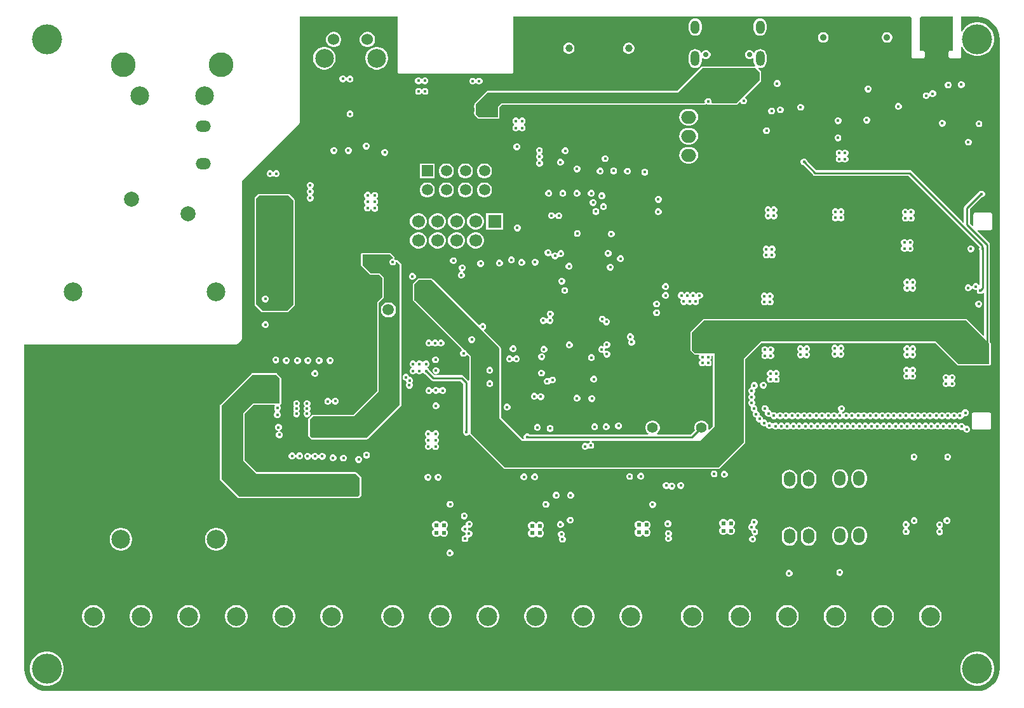
<source format=gbr>
%TF.GenerationSoftware,Altium Limited,Altium Designer,22.5.1 (42)*%
G04 Layer_Physical_Order=3*
G04 Layer_Color=16440176*
%FSLAX45Y45*%
%MOMM*%
%TF.SameCoordinates,BCC7A4F8-9605-4868-ACEC-D28EECC8EA53*%
%TF.FilePolarity,Positive*%
%TF.FileFunction,Copper,L3,Inr,Signal*%
%TF.Part,Single*%
G01*
G75*
%TA.AperFunction,Conductor*%
%ADD82C,0.25400*%
%TA.AperFunction,ComponentPad*%
%ADD85O,1.20000X2.00000*%
%ADD86O,1.20000X1.80000*%
%ADD87C,0.70002*%
%ADD88C,3.30002*%
%ADD89C,2.50000*%
%ADD90C,2.49936*%
%ADD91C,1.99898*%
%TA.AperFunction,ViaPad*%
%ADD92C,4.00000*%
%TA.AperFunction,ComponentPad*%
%ADD93R,2.00000X1.70000*%
%ADD94O,2.00000X1.70000*%
%ADD95C,1.00000*%
%ADD96C,1.52400*%
%ADD97O,1.52400X2.00000*%
%ADD98C,1.50800*%
%ADD99R,1.50800X1.50800*%
%ADD100C,1.70000*%
%ADD101R,1.70000X1.70000*%
%ADD102C,1.50000*%
%ADD103R,1.50000X1.50000*%
%ADD104C,0.90002*%
%ADD105C,1.40800*%
%ADD106O,2.00000X1.50000*%
%TA.AperFunction,ViaPad*%
%ADD107C,0.40000*%
%ADD108C,0.60960*%
G36*
X12758526Y8994238D02*
X12814803Y8977166D01*
X12866669Y8949443D01*
X12912131Y8912135D01*
X12949438Y8866673D01*
X12977162Y8814807D01*
X12994234Y8758530D01*
X12999998Y8700002D01*
X13000000Y300002D01*
X12994237Y241475D01*
X12977164Y185197D01*
X12949442Y133331D01*
X12912132Y87870D01*
X12866672Y50561D01*
X12814806Y22838D01*
X12758528Y5767D01*
X12700000Y2D01*
X300000Y-0D01*
X241473Y5764D01*
X185195Y22836D01*
X133329Y50559D01*
X87868Y87868D01*
X50559Y133329D01*
X22836Y185195D01*
X5764Y241473D01*
X-0Y300000D01*
X-1Y4628960D01*
X2826090D01*
X2828330Y4629070D01*
X2832726Y4629944D01*
X2836866Y4631659D01*
X2840592Y4634149D01*
X2842254Y4635655D01*
X2842254D01*
X2891864Y4685266D01*
X2893371Y4686928D01*
X2895861Y4690654D01*
X2897576Y4694794D01*
X2898450Y4699189D01*
X2898560Y4701430D01*
Y6810911D01*
X3664324Y7576676D01*
X3665831Y7578338D01*
X3668321Y7582064D01*
X3670036Y7586204D01*
X3670910Y7590599D01*
X3671020Y7592840D01*
Y9000001D01*
X4974708Y9000001D01*
Y8262170D01*
X4976260Y8254367D01*
X4980681Y8247751D01*
X4987296Y8243330D01*
X4995100Y8241778D01*
X6494140D01*
X6501944Y8243330D01*
X6508559Y8247751D01*
X6512980Y8254367D01*
X6514532Y8262170D01*
Y9000001D01*
X11811039Y9000002D01*
X11823598Y8987302D01*
Y8467093D01*
X11825150Y8459289D01*
X11829571Y8452673D01*
X11836186Y8448253D01*
X11843990Y8446701D01*
X11903640D01*
X11904760Y8446478D01*
X11978920D01*
X11986724Y8448030D01*
X11993339Y8452451D01*
X11997760Y8459066D01*
X11999312Y8466870D01*
X11999312Y8524883D01*
X11998552Y8528703D01*
X11997763Y8532679D01*
X11997760Y8532683D01*
X11997759Y8532687D01*
X11995587Y8535938D01*
X11993345Y8539296D01*
X11993342Y8539299D01*
X11993339Y8539303D01*
X11989989Y8541541D01*
X11986732Y8543720D01*
X11986727Y8543720D01*
X11986723Y8543723D01*
X11982757Y8544512D01*
X11978929Y8545275D01*
X11936062Y8545295D01*
X11936062Y8987302D01*
X11948607Y9000002D01*
X12373458D01*
Y8555487D01*
X12364476Y8546509D01*
X12338954Y8546520D01*
X12338950Y8546519D01*
X12338945Y8546520D01*
X12335126Y8545761D01*
X12331150Y8544972D01*
X12331146Y8544969D01*
X12331141Y8544968D01*
X12327956Y8542840D01*
X12324532Y8540554D01*
X12324530Y8540550D01*
X12324526Y8540548D01*
X12322244Y8537133D01*
X12320109Y8533941D01*
X12320108Y8533936D01*
X12320105Y8533932D01*
X12319316Y8529965D01*
X12318553Y8526138D01*
X12318554Y8526133D01*
X12318553Y8526128D01*
Y8468083D01*
X12320105Y8460279D01*
X12324526Y8453664D01*
X12331141Y8449243D01*
X12338945Y8447691D01*
X12465530D01*
X12473334Y8449243D01*
X12479949Y8453664D01*
X12484370Y8460279D01*
X12485922Y8468083D01*
Y8595280D01*
X12498378Y8597757D01*
X12500251Y8593235D01*
X12524918Y8556318D01*
X12556314Y8524922D01*
X12593231Y8500255D01*
X12634251Y8483264D01*
X12677798Y8474602D01*
X12722198D01*
X12765745Y8483264D01*
X12806766Y8500255D01*
X12843681Y8524922D01*
X12875078Y8556318D01*
X12899745Y8593235D01*
X12916736Y8634255D01*
X12925398Y8677802D01*
Y8722202D01*
X12916736Y8765749D01*
X12899745Y8806769D01*
X12875078Y8843686D01*
X12843681Y8875082D01*
X12806766Y8899749D01*
X12765745Y8916740D01*
X12722198Y8925402D01*
X12677798D01*
X12634251Y8916740D01*
X12593231Y8899749D01*
X12556314Y8875082D01*
X12524918Y8843686D01*
X12500251Y8806769D01*
X12498378Y8802246D01*
X12485922Y8804724D01*
Y9000002D01*
X12699998D01*
X12758526Y8994238D01*
D02*
G37*
%LPC*%
G36*
X9806031Y8979397D02*
X9783737Y8976462D01*
X9762962Y8967856D01*
X9745123Y8954168D01*
X9731434Y8936328D01*
X9722829Y8915554D01*
X9719894Y8893260D01*
Y8833260D01*
X9722829Y8810966D01*
X9731434Y8790192D01*
X9745123Y8772352D01*
X9762962Y8758663D01*
X9783737Y8750058D01*
X9806031Y8747123D01*
X9828325Y8750058D01*
X9849099Y8758663D01*
X9866939Y8772352D01*
X9880627Y8790192D01*
X9889233Y8810966D01*
X9892168Y8833260D01*
Y8893260D01*
X9889233Y8915554D01*
X9880627Y8936328D01*
X9866939Y8954168D01*
X9849099Y8967856D01*
X9828325Y8976462D01*
X9806031Y8979397D01*
D02*
G37*
G36*
X8941029D02*
X8918735Y8976462D01*
X8897960Y8967856D01*
X8880121Y8954168D01*
X8866432Y8936328D01*
X8857827Y8915554D01*
X8854892Y8893260D01*
Y8833260D01*
X8857827Y8810966D01*
X8866432Y8790192D01*
X8880121Y8772352D01*
X8897960Y8758663D01*
X8918735Y8750058D01*
X8941029Y8747123D01*
X8963323Y8750058D01*
X8984097Y8758663D01*
X9001937Y8772352D01*
X9015625Y8790192D01*
X9024231Y8810966D01*
X9027166Y8833260D01*
Y8893260D01*
X9024231Y8915554D01*
X9015625Y8936328D01*
X9001937Y8954168D01*
X8984097Y8967856D01*
X8963323Y8976462D01*
X8941029Y8979397D01*
D02*
G37*
G36*
X11506256Y8793728D02*
X11487719D01*
X11469814Y8788930D01*
X11453760Y8779662D01*
X11440653Y8766554D01*
X11431384Y8750501D01*
X11426586Y8732595D01*
Y8714058D01*
X11431384Y8696153D01*
X11440653Y8680099D01*
X11453760Y8666992D01*
X11469814Y8657723D01*
X11487719Y8652926D01*
X11506256D01*
X11524162Y8657723D01*
X11540215Y8666992D01*
X11553323Y8680099D01*
X11562591Y8696153D01*
X11567389Y8714058D01*
Y8732595D01*
X11562591Y8750501D01*
X11553323Y8766554D01*
X11540215Y8779662D01*
X11524162Y8788930D01*
X11506256Y8793728D01*
D02*
G37*
G36*
X10656271D02*
X10637734D01*
X10619828Y8788930D01*
X10603775Y8779662D01*
X10590667Y8766554D01*
X10581398Y8750501D01*
X10576601Y8732595D01*
Y8714058D01*
X10581398Y8696153D01*
X10590667Y8680099D01*
X10603775Y8666992D01*
X10619828Y8657723D01*
X10637734Y8652926D01*
X10656271D01*
X10674176Y8657723D01*
X10690230Y8666992D01*
X10703337Y8680099D01*
X10712606Y8696153D01*
X10717403Y8714058D01*
Y8732595D01*
X10712606Y8750501D01*
X10703337Y8766554D01*
X10690230Y8779662D01*
X10674176Y8788930D01*
X10656271Y8793728D01*
D02*
G37*
G36*
X4585767Y8798563D02*
X4559015D01*
X4533175Y8791639D01*
X4510007Y8778263D01*
X4491091Y8759346D01*
X4477715Y8736179D01*
X4470791Y8710338D01*
Y8683587D01*
X4477715Y8657746D01*
X4491091Y8634579D01*
X4510007Y8615662D01*
X4533175Y8602286D01*
X4559015Y8595363D01*
X4585767D01*
X4611607Y8602286D01*
X4634775Y8615662D01*
X4653691Y8634579D01*
X4667067Y8657746D01*
X4673991Y8683587D01*
Y8710338D01*
X4667067Y8736179D01*
X4653691Y8759346D01*
X4634775Y8778263D01*
X4611607Y8791639D01*
X4585767Y8798563D01*
D02*
G37*
G36*
X4135755D02*
X4109003D01*
X4083163Y8791639D01*
X4059995Y8778263D01*
X4041079Y8759346D01*
X4027703Y8736179D01*
X4020779Y8710338D01*
Y8683587D01*
X4027703Y8657746D01*
X4041079Y8634579D01*
X4059995Y8615662D01*
X4083163Y8602286D01*
X4109003Y8595363D01*
X4135755D01*
X4161595Y8602286D01*
X4184763Y8615662D01*
X4203679Y8634579D01*
X4217055Y8657746D01*
X4223979Y8683587D01*
Y8710338D01*
X4217055Y8736179D01*
X4203679Y8759346D01*
X4184763Y8778263D01*
X4161595Y8791639D01*
X4135755Y8798563D01*
D02*
G37*
G36*
X9806031Y8569394D02*
X9783737Y8566459D01*
X9762962Y8557853D01*
X9745123Y8544165D01*
X9731434Y8526325D01*
X9730111Y8523129D01*
X9716364D01*
X9713732Y8529484D01*
X9696741Y8546475D01*
X9674540Y8555671D01*
X9650512D01*
X9628311Y8546475D01*
X9611320Y8529484D01*
X9602125Y8507284D01*
Y8483255D01*
X9611320Y8461055D01*
X9628311Y8444064D01*
X9650512Y8434869D01*
X9674540D01*
X9696741Y8444064D01*
X9707194Y8454518D01*
X9719894Y8449257D01*
Y8403257D01*
X9722829Y8380963D01*
X9731434Y8360189D01*
X9739089Y8350212D01*
X9732826Y8337512D01*
X9040310D01*
X9032507Y8335960D01*
X9025891Y8331540D01*
X9025891Y8331539D01*
X8704583Y8010232D01*
X6172721D01*
X6172720Y8010232D01*
X6164916Y8008680D01*
X6158301Y8004259D01*
X6158300Y8004259D01*
X6004871Y7850829D01*
X6000450Y7844214D01*
X5998898Y7836410D01*
Y7827573D01*
X5992790Y7812827D01*
Y7794765D01*
X5998898Y7780019D01*
Y7739237D01*
X5992790Y7724491D01*
Y7706429D01*
X5999702Y7689743D01*
X6001743Y7687702D01*
X6004871Y7683021D01*
X6043651Y7644241D01*
X6050266Y7639820D01*
X6058070Y7638268D01*
X6311087D01*
X6318891Y7639820D01*
X6325506Y7644241D01*
X6329927Y7650856D01*
X6331479Y7658660D01*
Y7790295D01*
X6365264Y7823528D01*
X9060573D01*
X9062542Y7823920D01*
X9064551D01*
X9066407Y7824689D01*
X9068377Y7825080D01*
X9070047Y7826196D01*
X9071902Y7826965D01*
X9073322Y7828385D01*
X9074992Y7829500D01*
X9087008Y7831349D01*
X9103694Y7824438D01*
X9121755D01*
X9138441Y7831349D01*
X9150457Y7829500D01*
X9152127Y7828385D01*
X9153547Y7826965D01*
X9155403Y7826196D01*
X9157073Y7825080D01*
X9159042Y7824689D01*
X9160898Y7823920D01*
X9162907D01*
X9164877Y7823528D01*
X9487580D01*
X9495384Y7825080D01*
X9501999Y7829501D01*
X9502000Y7829501D01*
X9531934Y7859436D01*
X9544391Y7856959D01*
X9546796Y7851151D01*
X9559568Y7838380D01*
X9576254Y7831468D01*
X9594315D01*
X9611002Y7838380D01*
X9623773Y7851151D01*
X9630685Y7867837D01*
Y7885899D01*
X9623773Y7902585D01*
X9611002Y7915356D01*
X9605194Y7917762D01*
X9602716Y7930218D01*
X9816019Y8143521D01*
X9820440Y8150137D01*
X9821992Y8157940D01*
X9821992Y8258210D01*
X9820439Y8266014D01*
X9816019Y8272629D01*
X9780327Y8308322D01*
X9780822Y8310026D01*
X9786981Y8319628D01*
X9806031Y8317120D01*
X9828325Y8320055D01*
X9849099Y8328661D01*
X9866939Y8342349D01*
X9880627Y8360189D01*
X9889233Y8380963D01*
X9892168Y8403257D01*
Y8483257D01*
X9889233Y8505551D01*
X9880627Y8526325D01*
X9866939Y8544165D01*
X9849099Y8557853D01*
X9828325Y8566459D01*
X9806031Y8569394D01*
D02*
G37*
G36*
X8065154Y8654729D02*
X8045301D01*
X8026124Y8649591D01*
X8008931Y8639665D01*
X7994892Y8625626D01*
X7984965Y8608433D01*
X7979827Y8589256D01*
Y8569403D01*
X7984965Y8550226D01*
X7994892Y8533033D01*
X8008931Y8518994D01*
X8026124Y8509068D01*
X8045301Y8503930D01*
X8065154D01*
X8084331Y8509068D01*
X8101524Y8518994D01*
X8115562Y8533033D01*
X8125489Y8550226D01*
X8130627Y8569403D01*
Y8589256D01*
X8125489Y8608433D01*
X8115562Y8625626D01*
X8101524Y8639665D01*
X8084331Y8649591D01*
X8065154Y8654729D01*
D02*
G37*
G36*
X7267137D02*
X7247283D01*
X7228107Y8649591D01*
X7210913Y8639665D01*
X7196875Y8625626D01*
X7186948Y8608433D01*
X7181810Y8589256D01*
Y8569403D01*
X7186948Y8550226D01*
X7196875Y8533033D01*
X7210913Y8518994D01*
X7228107Y8509068D01*
X7247283Y8503930D01*
X7267137D01*
X7286313Y8509068D01*
X7303507Y8518994D01*
X7317545Y8533033D01*
X7327472Y8550226D01*
X7332610Y8569403D01*
Y8589256D01*
X7327472Y8608433D01*
X7317545Y8625626D01*
X7303507Y8639665D01*
X7286313Y8649591D01*
X7267137Y8654729D01*
D02*
G37*
G36*
X8941029Y8569397D02*
X8918735Y8566462D01*
X8897960Y8557857D01*
X8880121Y8544169D01*
X8866432Y8526329D01*
X8857827Y8505554D01*
X8854892Y8483261D01*
Y8403261D01*
X8857827Y8380967D01*
X8866432Y8360193D01*
X8880121Y8342353D01*
X8897960Y8328664D01*
X8918735Y8320059D01*
X8941029Y8317124D01*
X8963323Y8320059D01*
X8984097Y8328664D01*
X9001937Y8342353D01*
X9015625Y8360193D01*
X9024231Y8380967D01*
X9027166Y8403261D01*
Y8449247D01*
X9039866Y8454508D01*
X9050309Y8444064D01*
X9072509Y8434869D01*
X9096538D01*
X9118738Y8444064D01*
X9135729Y8461055D01*
X9144925Y8483255D01*
Y8507284D01*
X9135729Y8529484D01*
X9118738Y8546475D01*
X9096538Y8555671D01*
X9072509D01*
X9050309Y8546475D01*
X9033318Y8529484D01*
X9030691Y8523143D01*
X9016945D01*
X9015625Y8526329D01*
X9001937Y8544169D01*
X8984097Y8557857D01*
X8963323Y8566462D01*
X8941029Y8569397D01*
D02*
G37*
G36*
X4712197Y8597350D02*
X4682571D01*
X4653514Y8591570D01*
X4626143Y8580233D01*
X4601510Y8563773D01*
X4580561Y8542825D01*
X4564102Y8518191D01*
X4552764Y8490820D01*
X4546985Y8461763D01*
Y8432137D01*
X4552764Y8403080D01*
X4564102Y8375709D01*
X4580561Y8351076D01*
X4601510Y8330127D01*
X4626143Y8313668D01*
X4653514Y8302330D01*
X4682571Y8296551D01*
X4712197D01*
X4741254Y8302330D01*
X4768625Y8313668D01*
X4793259Y8330127D01*
X4814207Y8351076D01*
X4830667Y8375709D01*
X4842004Y8403080D01*
X4847784Y8432137D01*
Y8461763D01*
X4842004Y8490820D01*
X4830667Y8518191D01*
X4814207Y8542825D01*
X4793259Y8563773D01*
X4768625Y8580233D01*
X4741254Y8591570D01*
X4712197Y8597350D01*
D02*
G37*
G36*
X4012199D02*
X3982573D01*
X3953516Y8591570D01*
X3926145Y8580233D01*
X3901511Y8563773D01*
X3880563Y8542825D01*
X3864103Y8518191D01*
X3852766Y8490820D01*
X3846986Y8461763D01*
Y8432137D01*
X3852766Y8403080D01*
X3864103Y8375709D01*
X3880563Y8351076D01*
X3901511Y8330127D01*
X3926145Y8313668D01*
X3953516Y8302330D01*
X3982573Y8296551D01*
X4012199D01*
X4041256Y8302330D01*
X4068627Y8313668D01*
X4093260Y8330127D01*
X4114209Y8351076D01*
X4130668Y8375709D01*
X4142006Y8403080D01*
X4147785Y8432137D01*
Y8461763D01*
X4142006Y8490820D01*
X4130668Y8518191D01*
X4114209Y8542825D01*
X4093260Y8563773D01*
X4068627Y8580233D01*
X4041256Y8591570D01*
X4012199Y8597350D01*
D02*
G37*
G36*
X5346401Y8190030D02*
X5328339D01*
X5311653Y8183119D01*
X5302571Y8174036D01*
X5294617Y8171635D01*
X5286663Y8174036D01*
X5277581Y8183119D01*
X5260895Y8190030D01*
X5242833D01*
X5226147Y8183119D01*
X5213376Y8170347D01*
X5206464Y8153661D01*
Y8135599D01*
X5213376Y8118913D01*
X5226147Y8106142D01*
X5242833Y8099230D01*
X5260895D01*
X5277581Y8106142D01*
X5286663Y8115224D01*
X5294617Y8117625D01*
X5302571Y8115224D01*
X5311653Y8106142D01*
X5328339Y8099230D01*
X5346401D01*
X5363087Y8106142D01*
X5375858Y8118913D01*
X5382770Y8135599D01*
Y8153661D01*
X5375858Y8170347D01*
X5363087Y8183119D01*
X5346401Y8190030D01*
D02*
G37*
G36*
X6070831Y8186050D02*
X6052769D01*
X6036083Y8179138D01*
X6027001Y8170056D01*
X6019047Y8167655D01*
X6011093Y8170056D01*
X6002011Y8179138D01*
X5985325Y8186050D01*
X5967263D01*
X5950577Y8179138D01*
X5937805Y8166367D01*
X5930894Y8149681D01*
Y8131619D01*
X5937805Y8114933D01*
X5950577Y8102162D01*
X5967263Y8095250D01*
X5985325D01*
X6002011Y8102162D01*
X6011093Y8111244D01*
X6019047Y8113645D01*
X6027001Y8111244D01*
X6036083Y8102162D01*
X6052769Y8095250D01*
X6070831D01*
X6087517Y8102162D01*
X6100288Y8114933D01*
X6107200Y8131619D01*
Y8149681D01*
X6100288Y8166367D01*
X6087517Y8179138D01*
X6070831Y8186050D01*
D02*
G37*
G36*
X4254721Y8217280D02*
X4236659D01*
X4219973Y8210368D01*
X4207202Y8197597D01*
X4200290Y8180911D01*
Y8162849D01*
X4207202Y8146163D01*
X4219973Y8133392D01*
X4236659Y8126480D01*
X4254721D01*
X4271407Y8133392D01*
X4284178Y8146163D01*
X4285819Y8150125D01*
X4299566D01*
X4302392Y8143303D01*
X4315163Y8130532D01*
X4331849Y8123620D01*
X4349911D01*
X4366597Y8130532D01*
X4379368Y8143303D01*
X4386280Y8159989D01*
Y8178051D01*
X4379368Y8194737D01*
X4366597Y8207508D01*
X4349911Y8214420D01*
X4331849D01*
X4315163Y8207508D01*
X4302392Y8194737D01*
X4300751Y8190775D01*
X4287004D01*
X4284178Y8197597D01*
X4271407Y8210368D01*
X4254721Y8217280D01*
D02*
G37*
G36*
X10042837Y8155156D02*
X10024776D01*
X10008089Y8148245D01*
X9995318Y8135473D01*
X9988406Y8118787D01*
Y8100725D01*
X9995318Y8084039D01*
X10008089Y8071268D01*
X10024776Y8064356D01*
X10042837D01*
X10059523Y8071268D01*
X10072295Y8084039D01*
X10079206Y8100725D01*
Y8118787D01*
X10072295Y8135473D01*
X10059523Y8148245D01*
X10042837Y8155156D01*
D02*
G37*
G36*
X12495400Y8138979D02*
X12477339D01*
X12460652Y8132067D01*
X12447881Y8119296D01*
X12440969Y8102610D01*
Y8084548D01*
X12447881Y8067862D01*
X12460652Y8055091D01*
X12477339Y8048179D01*
X12495400D01*
X12512086Y8055091D01*
X12524858Y8067862D01*
X12531769Y8084548D01*
Y8102610D01*
X12524858Y8119296D01*
X12512086Y8132067D01*
X12495400Y8138979D01*
D02*
G37*
G36*
X12322460Y8134429D02*
X12304399D01*
X12287712Y8127517D01*
X12274941Y8114746D01*
X12268029Y8098060D01*
Y8079998D01*
X12274941Y8063312D01*
X12287712Y8050541D01*
X12304399Y8043629D01*
X12322460D01*
X12339146Y8050541D01*
X12351918Y8063312D01*
X12358829Y8079998D01*
Y8098060D01*
X12351918Y8114746D01*
X12339146Y8127517D01*
X12322460Y8134429D01*
D02*
G37*
G36*
X5348287Y8049760D02*
X5330225D01*
X5313539Y8042849D01*
X5304457Y8033766D01*
X5296503Y8031365D01*
X5288549Y8033766D01*
X5279467Y8042849D01*
X5262781Y8049760D01*
X5244719D01*
X5228033Y8042849D01*
X5215262Y8030077D01*
X5208350Y8013391D01*
Y7995329D01*
X5215262Y7978643D01*
X5228033Y7965872D01*
X5244719Y7958960D01*
X5262781D01*
X5279467Y7965872D01*
X5288549Y7974954D01*
X5296503Y7977355D01*
X5304457Y7974954D01*
X5313539Y7965872D01*
X5330225Y7958960D01*
X5348287D01*
X5364973Y7965872D01*
X5377744Y7978643D01*
X5384656Y7995329D01*
Y8013391D01*
X5377744Y8030077D01*
X5364973Y8042849D01*
X5348287Y8049760D01*
D02*
G37*
G36*
X11253761Y8080360D02*
X11235699D01*
X11219013Y8073448D01*
X11206242Y8060677D01*
X11199330Y8043991D01*
Y8025929D01*
X11206242Y8009243D01*
X11219013Y7996472D01*
X11235699Y7989560D01*
X11253761D01*
X11270447Y7996472D01*
X11283218Y8009243D01*
X11290130Y8025929D01*
Y8043991D01*
X11283218Y8060677D01*
X11270447Y8073448D01*
X11253761Y8080360D01*
D02*
G37*
G36*
X12116273Y8020195D02*
X12098212D01*
X12081526Y8013283D01*
X12068754Y8000512D01*
X12061843Y7983826D01*
X12049143Y7979853D01*
X12044337Y7984658D01*
X12027651Y7991570D01*
X12009589D01*
X11992903Y7984658D01*
X11980132Y7971887D01*
X11973220Y7955201D01*
Y7937139D01*
X11980132Y7920453D01*
X11992903Y7907682D01*
X12009589Y7900770D01*
X12027651D01*
X12044337Y7907682D01*
X12057108Y7920453D01*
X12064020Y7937139D01*
X12076720Y7941112D01*
X12081526Y7936306D01*
X12098212Y7929395D01*
X12116273D01*
X12132960Y7936306D01*
X12145731Y7949078D01*
X12152643Y7965764D01*
Y7983826D01*
X12145731Y8000512D01*
X12132960Y8013283D01*
X12116273Y8020195D01*
D02*
G37*
G36*
X11657060Y7850059D02*
X11638999D01*
X11622312Y7843147D01*
X11609541Y7830376D01*
X11602629Y7813690D01*
Y7795628D01*
X11609541Y7778942D01*
X11622312Y7766171D01*
X11638999Y7759259D01*
X11657060D01*
X11673746Y7766171D01*
X11686518Y7778942D01*
X11693429Y7795628D01*
Y7813690D01*
X11686518Y7830376D01*
X11673746Y7843147D01*
X11657060Y7850059D01*
D02*
G37*
G36*
X10353441Y7837840D02*
X10335379D01*
X10318693Y7830928D01*
X10305922Y7818157D01*
X10299010Y7801471D01*
Y7783409D01*
X10305922Y7766723D01*
X10318693Y7753952D01*
X10335379Y7747040D01*
X10353441D01*
X10370127Y7753952D01*
X10382898Y7766723D01*
X10389810Y7783409D01*
Y7801471D01*
X10382898Y7818157D01*
X10370127Y7830928D01*
X10353441Y7837840D01*
D02*
G37*
G36*
X10084232Y7803536D02*
X10066171D01*
X10049485Y7796624D01*
X10036713Y7783853D01*
X10029802Y7767167D01*
Y7749105D01*
X10036713Y7732419D01*
X10049485Y7719648D01*
X10066171Y7712736D01*
X10084232D01*
X10100919Y7719648D01*
X10113690Y7732419D01*
X10120602Y7749105D01*
Y7767167D01*
X10113690Y7783853D01*
X10100919Y7796624D01*
X10084232Y7803536D01*
D02*
G37*
G36*
X9968031Y7787100D02*
X9949969D01*
X9933283Y7780188D01*
X9920512Y7767417D01*
X9913600Y7750731D01*
Y7732669D01*
X9920512Y7715983D01*
X9933283Y7703212D01*
X9949969Y7696300D01*
X9968031D01*
X9984717Y7703212D01*
X9997489Y7715983D01*
X10004400Y7732669D01*
Y7750731D01*
X9997489Y7767417D01*
X9984717Y7780188D01*
X9968031Y7787100D01*
D02*
G37*
G36*
X4348831Y7747720D02*
X4330769D01*
X4314083Y7740808D01*
X4301312Y7728037D01*
X4294400Y7711351D01*
Y7693289D01*
X4301312Y7676603D01*
X4314083Y7663832D01*
X4330769Y7656920D01*
X4348831D01*
X4365517Y7663832D01*
X4378288Y7676603D01*
X4385200Y7693289D01*
Y7711351D01*
X4378288Y7728037D01*
X4365517Y7740808D01*
X4348831Y7747720D01*
D02*
G37*
G36*
X6643256Y7653947D02*
X6625195D01*
X6608509Y7647035D01*
X6599426Y7637953D01*
X6591473Y7635552D01*
X6583519Y7637953D01*
X6574437Y7647035D01*
X6557750Y7653947D01*
X6539689D01*
X6523003Y7647035D01*
X6510231Y7634264D01*
X6503320Y7617578D01*
Y7599516D01*
X6510231Y7582830D01*
X6523003Y7570059D01*
X6525063Y7569205D01*
Y7555459D01*
X6523003Y7554605D01*
X6510231Y7541834D01*
X6503320Y7525148D01*
Y7507086D01*
X6510231Y7490400D01*
X6523003Y7477628D01*
X6539689Y7470717D01*
X6557750D01*
X6574437Y7477628D01*
X6583519Y7486711D01*
X6591473Y7489112D01*
X6599426Y7486711D01*
X6608509Y7477628D01*
X6625195Y7470717D01*
X6643256D01*
X6659943Y7477628D01*
X6672714Y7490400D01*
X6679626Y7507086D01*
Y7525148D01*
X6672714Y7541834D01*
X6659943Y7554605D01*
X6657882Y7555459D01*
Y7569205D01*
X6659943Y7570059D01*
X6672714Y7582830D01*
X6679626Y7599516D01*
Y7617578D01*
X6672714Y7634264D01*
X6659943Y7647035D01*
X6643256Y7653947D01*
D02*
G37*
G36*
X11236551Y7665400D02*
X11218489D01*
X11201803Y7658488D01*
X11189032Y7645717D01*
X11182120Y7629031D01*
Y7610969D01*
X11189032Y7594283D01*
X11201803Y7581512D01*
X11218489Y7574600D01*
X11236551D01*
X11253237Y7581512D01*
X11266008Y7594283D01*
X11272920Y7610969D01*
Y7629031D01*
X11266008Y7645717D01*
X11253237Y7658488D01*
X11236551Y7665400D01*
D02*
G37*
G36*
X10853451Y7656890D02*
X10835389D01*
X10818703Y7649978D01*
X10805932Y7637207D01*
X10799020Y7620521D01*
Y7602459D01*
X10805932Y7585773D01*
X10818703Y7573002D01*
X10835389Y7566090D01*
X10853451D01*
X10870137Y7573002D01*
X10882908Y7585773D01*
X10889820Y7602459D01*
Y7620521D01*
X10882908Y7637207D01*
X10870137Y7649978D01*
X10853451Y7656890D01*
D02*
G37*
G36*
X8868710Y7771203D02*
X8838710D01*
X8809890Y7767408D01*
X8783033Y7756284D01*
X8759972Y7738588D01*
X8742276Y7715526D01*
X8731151Y7688670D01*
X8727357Y7659850D01*
X8731151Y7631030D01*
X8742276Y7604174D01*
X8759972Y7581112D01*
X8783033Y7563416D01*
X8809890Y7552292D01*
X8838710Y7548497D01*
X8868710D01*
X8897530Y7552292D01*
X8924387Y7563416D01*
X8947448Y7581112D01*
X8965144Y7604174D01*
X8976269Y7631030D01*
X8980063Y7659850D01*
X8976269Y7688670D01*
X8965144Y7715526D01*
X8947448Y7738588D01*
X8924387Y7756284D01*
X8897530Y7767408D01*
X8868710Y7771203D01*
D02*
G37*
G36*
X12242200Y7625259D02*
X12224139D01*
X12207452Y7618347D01*
X12194681Y7605576D01*
X12187769Y7588890D01*
Y7570828D01*
X12194681Y7554142D01*
X12207452Y7541370D01*
X12224139Y7534459D01*
X12242200D01*
X12258886Y7541370D01*
X12271658Y7554142D01*
X12278569Y7570828D01*
Y7588890D01*
X12271658Y7605576D01*
X12258886Y7618347D01*
X12242200Y7625259D01*
D02*
G37*
G36*
X12732000Y7617509D02*
X12713939D01*
X12697252Y7610597D01*
X12684481Y7597826D01*
X12677570Y7581140D01*
Y7563078D01*
X12684481Y7546392D01*
X12697252Y7533620D01*
X12713939Y7526709D01*
X12732000D01*
X12748686Y7533620D01*
X12761458Y7546392D01*
X12768369Y7563078D01*
Y7581140D01*
X12761458Y7597826D01*
X12748686Y7610597D01*
X12732000Y7617509D01*
D02*
G37*
G36*
X9899511Y7524660D02*
X9881449D01*
X9864763Y7517748D01*
X9851992Y7504977D01*
X9845080Y7488291D01*
Y7470229D01*
X9851992Y7453543D01*
X9864763Y7440772D01*
X9881449Y7433860D01*
X9899511D01*
X9916197Y7440772D01*
X9928968Y7453543D01*
X9935880Y7470229D01*
Y7488291D01*
X9928968Y7504977D01*
X9916197Y7517748D01*
X9899511Y7524660D01*
D02*
G37*
G36*
X10852281Y7428400D02*
X10834219D01*
X10817533Y7421488D01*
X10804762Y7408717D01*
X10797850Y7392031D01*
Y7373969D01*
X10804762Y7357283D01*
X10817533Y7344512D01*
X10834219Y7337600D01*
X10852281D01*
X10868967Y7344512D01*
X10881738Y7357283D01*
X10888650Y7373969D01*
Y7392031D01*
X10881738Y7408717D01*
X10868967Y7421488D01*
X10852281Y7428400D01*
D02*
G37*
G36*
X8868710Y7517203D02*
X8838710D01*
X8809890Y7513408D01*
X8783033Y7502284D01*
X8759972Y7484588D01*
X8742276Y7461526D01*
X8731151Y7434670D01*
X8727357Y7405850D01*
X8731151Y7377030D01*
X8742276Y7350174D01*
X8759972Y7327112D01*
X8783033Y7309416D01*
X8809890Y7298292D01*
X8838710Y7294497D01*
X8868710D01*
X8897530Y7298292D01*
X8924387Y7309416D01*
X8947448Y7327112D01*
X8965144Y7350174D01*
X8976269Y7377030D01*
X8980063Y7405850D01*
X8976269Y7434670D01*
X8965144Y7461526D01*
X8947448Y7484588D01*
X8924387Y7502284D01*
X8897530Y7513408D01*
X8868710Y7517203D01*
D02*
G37*
G36*
X12590261Y7371540D02*
X12572199D01*
X12555513Y7364628D01*
X12542742Y7351857D01*
X12535830Y7335171D01*
Y7317109D01*
X12542742Y7300423D01*
X12555513Y7287652D01*
X12572199Y7280740D01*
X12590261D01*
X12606947Y7287652D01*
X12619718Y7300423D01*
X12626630Y7317109D01*
Y7335171D01*
X12619718Y7351857D01*
X12606947Y7364628D01*
X12590261Y7371540D01*
D02*
G37*
G36*
X4565311Y7319690D02*
X4547249D01*
X4530563Y7312778D01*
X4517792Y7300007D01*
X4510880Y7283321D01*
Y7265259D01*
X4517792Y7248573D01*
X4530563Y7235802D01*
X4547249Y7228890D01*
X4565311D01*
X4581997Y7235802D01*
X4594768Y7248573D01*
X4601680Y7265259D01*
Y7283321D01*
X4594768Y7300007D01*
X4581997Y7312778D01*
X4565311Y7319690D01*
D02*
G37*
G36*
X6572031Y7309550D02*
X6553969D01*
X6537283Y7302638D01*
X6524512Y7289867D01*
X6517600Y7273181D01*
Y7255119D01*
X6524512Y7238433D01*
X6537283Y7225662D01*
X6553969Y7218750D01*
X6572031D01*
X6588717Y7225662D01*
X6601488Y7238433D01*
X6608400Y7255119D01*
Y7273181D01*
X6601488Y7289867D01*
X6588717Y7302638D01*
X6572031Y7309550D01*
D02*
G37*
G36*
X10946928Y7227329D02*
X10928866D01*
X10912180Y7220418D01*
X10906984Y7215222D01*
X10898687Y7208253D01*
X10890390Y7215222D01*
X10885194Y7220418D01*
X10868508Y7227329D01*
X10850446D01*
X10833760Y7220418D01*
X10820989Y7207646D01*
X10814077Y7190960D01*
Y7172899D01*
X10820989Y7156213D01*
X10827167Y7150035D01*
X10832637Y7141738D01*
X10827167Y7133441D01*
X10820989Y7127263D01*
X10814077Y7110577D01*
Y7092516D01*
X10820989Y7075829D01*
X10833760Y7063058D01*
X10850446Y7056146D01*
X10868508D01*
X10885194Y7063058D01*
X10890390Y7068254D01*
X10898687Y7075223D01*
X10906984Y7068254D01*
X10912180Y7063058D01*
X10928866Y7056146D01*
X10946928D01*
X10963614Y7063058D01*
X10976385Y7075829D01*
X10983297Y7092516D01*
Y7110577D01*
X10976385Y7127263D01*
X10970208Y7133441D01*
X10964737Y7141738D01*
X10970208Y7150035D01*
X10976385Y7156213D01*
X10983297Y7172899D01*
Y7190960D01*
X10976385Y7207646D01*
X10963614Y7220418D01*
X10946928Y7227329D01*
D02*
G37*
G36*
X4327881Y7260620D02*
X4309819D01*
X4293133Y7253708D01*
X4280362Y7240937D01*
X4273450Y7224251D01*
Y7206189D01*
X4280362Y7189503D01*
X4293133Y7176732D01*
X4309819Y7169820D01*
X4327881D01*
X4344567Y7176732D01*
X4357338Y7189503D01*
X4364250Y7206189D01*
Y7224251D01*
X4357338Y7240937D01*
X4344567Y7253708D01*
X4327881Y7260620D01*
D02*
G37*
G36*
X4133611Y7260610D02*
X4115549D01*
X4098863Y7253698D01*
X4086092Y7240927D01*
X4079180Y7224241D01*
Y7206179D01*
X4086092Y7189493D01*
X4098863Y7176721D01*
X4115549Y7169810D01*
X4133611D01*
X4150297Y7176721D01*
X4163068Y7189493D01*
X4169980Y7206179D01*
Y7224241D01*
X4163068Y7240927D01*
X4150297Y7253698D01*
X4133611Y7260610D01*
D02*
G37*
G36*
X7215941Y7255920D02*
X7197879D01*
X7181193Y7249008D01*
X7168422Y7236237D01*
X7161510Y7219551D01*
Y7201489D01*
X7168422Y7184803D01*
X7181193Y7172032D01*
X7197879Y7165120D01*
X7215941D01*
X7232627Y7172032D01*
X7245399Y7184803D01*
X7252310Y7201489D01*
Y7219551D01*
X7245399Y7236237D01*
X7232627Y7249008D01*
X7215941Y7255920D01*
D02*
G37*
G36*
X4811581Y7234360D02*
X4793519D01*
X4776833Y7227448D01*
X4764062Y7214677D01*
X4757150Y7197991D01*
Y7179929D01*
X4764062Y7163243D01*
X4776833Y7150472D01*
X4793519Y7143560D01*
X4811581D01*
X4828267Y7150472D01*
X4841038Y7163243D01*
X4847950Y7179929D01*
Y7197991D01*
X4841038Y7214677D01*
X4828267Y7227448D01*
X4811581Y7234360D01*
D02*
G37*
G36*
X7749651Y7151926D02*
X7731589D01*
X7714903Y7145014D01*
X7702132Y7132243D01*
X7695220Y7115557D01*
Y7097495D01*
X7702132Y7080809D01*
X7714903Y7068038D01*
X7731589Y7061126D01*
X7749651D01*
X7766337Y7068038D01*
X7779108Y7080809D01*
X7786020Y7097495D01*
Y7115557D01*
X7779108Y7132243D01*
X7766337Y7145014D01*
X7749651Y7151926D01*
D02*
G37*
G36*
X8868710Y7263203D02*
X8838710D01*
X8809890Y7259408D01*
X8783033Y7248284D01*
X8759972Y7230588D01*
X8742276Y7207526D01*
X8731151Y7180670D01*
X8727357Y7151850D01*
X8731151Y7123030D01*
X8742276Y7096174D01*
X8759972Y7073112D01*
X8783033Y7055416D01*
X8809890Y7044292D01*
X8838710Y7040497D01*
X8868710D01*
X8897530Y7044292D01*
X8924387Y7055416D01*
X8947448Y7073112D01*
X8965144Y7096174D01*
X8976269Y7123030D01*
X8980063Y7151850D01*
X8976269Y7180670D01*
X8965144Y7207526D01*
X8947448Y7230588D01*
X8924387Y7248284D01*
X8897530Y7259408D01*
X8868710Y7263203D01*
D02*
G37*
G36*
X7153201Y7104980D02*
X7135139D01*
X7118453Y7098068D01*
X7105682Y7085297D01*
X7098770Y7068611D01*
Y7050549D01*
X7105682Y7033863D01*
X7118453Y7021092D01*
X7135139Y7014180D01*
X7153201D01*
X7169887Y7021092D01*
X7182658Y7033863D01*
X7189570Y7050549D01*
Y7068611D01*
X7182658Y7085297D01*
X7169887Y7098068D01*
X7153201Y7104980D01*
D02*
G37*
G36*
X6873311Y7259970D02*
X6855249D01*
X6838563Y7253058D01*
X6825792Y7240287D01*
X6818880Y7223601D01*
Y7205539D01*
X6825792Y7188853D01*
X6832608Y7182037D01*
X6838484Y7175941D01*
X6832608Y7165443D01*
X6827982Y7160817D01*
X6821070Y7144131D01*
Y7126069D01*
X6827982Y7109383D01*
X6840753Y7096612D01*
X6840226Y7083083D01*
X6839103Y7082618D01*
X6826332Y7069847D01*
X6819420Y7053161D01*
Y7035099D01*
X6826332Y7018413D01*
X6839103Y7005642D01*
X6855789Y6998730D01*
X6873851D01*
X6890537Y7005642D01*
X6903309Y7018413D01*
X6910220Y7035099D01*
Y7053161D01*
X6903309Y7069847D01*
X6890537Y7082618D01*
X6891064Y7096147D01*
X6892187Y7096612D01*
X6904959Y7109383D01*
X6911870Y7126069D01*
Y7144131D01*
X6904959Y7160817D01*
X6898142Y7167633D01*
X6892266Y7173729D01*
X6898142Y7184227D01*
X6902769Y7188853D01*
X6909680Y7205539D01*
Y7223601D01*
X6902769Y7240287D01*
X6889997Y7253058D01*
X6873311Y7259970D01*
D02*
G37*
G36*
X3364321Y6951260D02*
X3346259D01*
X3329573Y6944348D01*
X3323375Y6938150D01*
X3315340Y6932536D01*
X3306782Y6938150D01*
X3300836Y6944096D01*
X3284149Y6951008D01*
X3266088D01*
X3249402Y6944096D01*
X3236630Y6931325D01*
X3229719Y6914638D01*
Y6896577D01*
X3236630Y6879891D01*
X3249402Y6867119D01*
X3266088Y6860208D01*
X3284149D01*
X3300836Y6867119D01*
X3307034Y6873317D01*
X3315069Y6878932D01*
X3323627Y6873317D01*
X3329573Y6867372D01*
X3346259Y6860460D01*
X3364321D01*
X3381007Y6867372D01*
X3393778Y6880143D01*
X3400690Y6896829D01*
Y6914891D01*
X3393778Y6931577D01*
X3381007Y6944348D01*
X3364321Y6951260D01*
D02*
G37*
G36*
X7375162Y7014533D02*
X7357101D01*
X7340415Y7007621D01*
X7327643Y6994850D01*
X7320732Y6978163D01*
Y6960102D01*
X7327643Y6943416D01*
X7340415Y6930644D01*
X7357101Y6923733D01*
X7375162D01*
X7391849Y6930644D01*
X7404620Y6943416D01*
X7411532Y6960102D01*
Y6978163D01*
X7404620Y6994850D01*
X7391849Y7007621D01*
X7375162Y7014533D01*
D02*
G37*
G36*
X7862411Y6989920D02*
X7844350D01*
X7827663Y6983008D01*
X7814892Y6970237D01*
X7807980Y6953551D01*
Y6935489D01*
X7814892Y6918803D01*
X7827663Y6906032D01*
X7844350Y6899120D01*
X7862411D01*
X7879097Y6906032D01*
X7891869Y6918803D01*
X7898780Y6935489D01*
Y6953551D01*
X7891869Y6970237D01*
X7879097Y6983008D01*
X7862411Y6989920D01*
D02*
G37*
G36*
X7683301Y6986820D02*
X7665239D01*
X7648553Y6979908D01*
X7635782Y6967137D01*
X7628870Y6950451D01*
Y6932389D01*
X7635782Y6915703D01*
X7648553Y6902932D01*
X7665239Y6896020D01*
X7683301D01*
X7699987Y6902932D01*
X7712759Y6915703D01*
X7719670Y6932389D01*
Y6950451D01*
X7712759Y6967137D01*
X7699987Y6979908D01*
X7683301Y6986820D01*
D02*
G37*
G36*
X8047537Y6983773D02*
X8029476D01*
X8012790Y6976862D01*
X8000018Y6964090D01*
X7993107Y6947404D01*
Y6929343D01*
X8000018Y6912656D01*
X8012790Y6899885D01*
X8029476Y6892974D01*
X8047537D01*
X8064224Y6899885D01*
X8076995Y6912656D01*
X8083907Y6929343D01*
Y6947404D01*
X8076995Y6964090D01*
X8064224Y6976862D01*
X8047537Y6983773D01*
D02*
G37*
G36*
X8277714Y6971503D02*
X8259652D01*
X8242966Y6964592D01*
X8230195Y6951820D01*
X8223283Y6935134D01*
Y6917073D01*
X8230195Y6900386D01*
X8242966Y6887615D01*
X8259652Y6880703D01*
X8277714D01*
X8294400Y6887615D01*
X8307171Y6900386D01*
X8314083Y6917073D01*
Y6935134D01*
X8307171Y6951820D01*
X8294400Y6964592D01*
X8277714Y6971503D01*
D02*
G37*
G36*
X6144748Y7043110D02*
X6118312D01*
X6092777Y7036268D01*
X6069883Y7023050D01*
X6051190Y7004357D01*
X6037972Y6981463D01*
X6031130Y6955928D01*
Y6929492D01*
X6037972Y6903957D01*
X6051190Y6881063D01*
X6069883Y6862370D01*
X6092777Y6849152D01*
X6118312Y6842310D01*
X6144748D01*
X6170283Y6849152D01*
X6193177Y6862370D01*
X6211870Y6881063D01*
X6225088Y6903957D01*
X6231930Y6929492D01*
Y6955928D01*
X6225088Y6981463D01*
X6211870Y7004357D01*
X6193177Y7023050D01*
X6170283Y7036268D01*
X6144748Y7043110D01*
D02*
G37*
G36*
X5890748D02*
X5864312D01*
X5838777Y7036268D01*
X5815883Y7023050D01*
X5797190Y7004357D01*
X5783972Y6981463D01*
X5777130Y6955928D01*
Y6929492D01*
X5783972Y6903957D01*
X5797190Y6881063D01*
X5815883Y6862370D01*
X5838777Y6849152D01*
X5864312Y6842310D01*
X5890748D01*
X5916283Y6849152D01*
X5939177Y6862370D01*
X5957870Y6881063D01*
X5971088Y6903957D01*
X5977930Y6929492D01*
Y6955928D01*
X5971088Y6981463D01*
X5957870Y7004357D01*
X5939177Y7023050D01*
X5916283Y7036268D01*
X5890748Y7043110D01*
D02*
G37*
G36*
X5636748D02*
X5610312D01*
X5584777Y7036268D01*
X5561883Y7023050D01*
X5543190Y7004357D01*
X5529972Y6981463D01*
X5523130Y6955928D01*
Y6929492D01*
X5529972Y6903957D01*
X5543190Y6881063D01*
X5561883Y6862370D01*
X5584777Y6849152D01*
X5610312Y6842310D01*
X5636748D01*
X5662283Y6849152D01*
X5685177Y6862370D01*
X5703870Y6881063D01*
X5717088Y6903957D01*
X5723930Y6929492D01*
Y6955928D01*
X5717088Y6981463D01*
X5703870Y7004357D01*
X5685177Y7023050D01*
X5662283Y7036268D01*
X5636748Y7043110D01*
D02*
G37*
G36*
X5469930D02*
X5269130D01*
Y6842310D01*
X5469930D01*
Y7043110D01*
D02*
G37*
G36*
X7562822Y6689216D02*
X7544760D01*
X7528074Y6682305D01*
X7515303Y6669533D01*
X7508391Y6652847D01*
Y6634786D01*
X7515303Y6618099D01*
X7528074Y6605328D01*
X7544760Y6598416D01*
X7562822D01*
X7579508Y6605328D01*
X7592279Y6618099D01*
X7599191Y6634786D01*
Y6652847D01*
X7592279Y6669533D01*
X7579508Y6682305D01*
X7562822Y6689216D01*
D02*
G37*
G36*
X7374275D02*
X7356214D01*
X7339528Y6682305D01*
X7326756Y6669533D01*
X7319845Y6652847D01*
Y6634786D01*
X7326756Y6618099D01*
X7339528Y6605328D01*
X7356214Y6598416D01*
X7374275D01*
X7390962Y6605328D01*
X7403733Y6618099D01*
X7410645Y6634786D01*
Y6652847D01*
X7403733Y6669533D01*
X7390962Y6682305D01*
X7374275Y6689216D01*
D02*
G37*
G36*
X7185729D02*
X7167667D01*
X7150981Y6682305D01*
X7138210Y6669533D01*
X7131298Y6652847D01*
Y6634786D01*
X7138210Y6618099D01*
X7150981Y6605328D01*
X7167667Y6598416D01*
X7185729D01*
X7202415Y6605328D01*
X7215186Y6618099D01*
X7222098Y6634786D01*
Y6652847D01*
X7215186Y6669533D01*
X7202415Y6682305D01*
X7185729Y6689216D01*
D02*
G37*
G36*
X6997182D02*
X6979121D01*
X6962435Y6682305D01*
X6949663Y6669533D01*
X6942752Y6652847D01*
Y6634786D01*
X6949663Y6618099D01*
X6962435Y6605328D01*
X6979121Y6598416D01*
X6997182D01*
X7013869Y6605328D01*
X7026640Y6618099D01*
X7033552Y6634786D01*
Y6652847D01*
X7026640Y6669533D01*
X7013869Y6682305D01*
X6997182Y6689216D01*
D02*
G37*
G36*
X6144748Y6789110D02*
X6118312D01*
X6092777Y6782268D01*
X6069883Y6769050D01*
X6051190Y6750357D01*
X6037972Y6727463D01*
X6031130Y6701928D01*
Y6675492D01*
X6037972Y6649957D01*
X6051190Y6627063D01*
X6069883Y6608370D01*
X6092777Y6595152D01*
X6118312Y6588310D01*
X6144748D01*
X6170283Y6595152D01*
X6193177Y6608370D01*
X6211870Y6627063D01*
X6225088Y6649957D01*
X6231930Y6675492D01*
Y6701928D01*
X6225088Y6727463D01*
X6211870Y6750357D01*
X6193177Y6769050D01*
X6170283Y6782268D01*
X6144748Y6789110D01*
D02*
G37*
G36*
X5890748D02*
X5864312D01*
X5838777Y6782268D01*
X5815883Y6769050D01*
X5797190Y6750357D01*
X5783972Y6727463D01*
X5777130Y6701928D01*
Y6675492D01*
X5783972Y6649957D01*
X5797190Y6627063D01*
X5815883Y6608370D01*
X5838777Y6595152D01*
X5864312Y6588310D01*
X5890748D01*
X5916283Y6595152D01*
X5939177Y6608370D01*
X5957870Y6627063D01*
X5971088Y6649957D01*
X5977930Y6675492D01*
Y6701928D01*
X5971088Y6727463D01*
X5957870Y6750357D01*
X5939177Y6769050D01*
X5916283Y6782268D01*
X5890748Y6789110D01*
D02*
G37*
G36*
X5636748D02*
X5610312D01*
X5584777Y6782268D01*
X5561883Y6769050D01*
X5543190Y6750357D01*
X5529972Y6727463D01*
X5523130Y6701928D01*
Y6675492D01*
X5529972Y6649957D01*
X5543190Y6627063D01*
X5561883Y6608370D01*
X5584777Y6595152D01*
X5610312Y6588310D01*
X5636748D01*
X5662283Y6595152D01*
X5685177Y6608370D01*
X5703870Y6627063D01*
X5717088Y6649957D01*
X5723930Y6675492D01*
Y6701928D01*
X5717088Y6727463D01*
X5703870Y6750357D01*
X5685177Y6769050D01*
X5662283Y6782268D01*
X5636748Y6789110D01*
D02*
G37*
G36*
X5382748D02*
X5356312D01*
X5330777Y6782268D01*
X5307883Y6769050D01*
X5289190Y6750357D01*
X5275972Y6727463D01*
X5269130Y6701928D01*
Y6675492D01*
X5275972Y6649957D01*
X5289190Y6627063D01*
X5307883Y6608370D01*
X5330777Y6595152D01*
X5356312Y6588310D01*
X5382748D01*
X5408283Y6595152D01*
X5431177Y6608370D01*
X5449870Y6627063D01*
X5463088Y6649957D01*
X5469930Y6675492D01*
Y6701928D01*
X5463088Y6727463D01*
X5449870Y6750357D01*
X5431177Y6769050D01*
X5408283Y6782268D01*
X5382748Y6789110D01*
D02*
G37*
G36*
X7705835Y6655758D02*
X7687774D01*
X7671088Y6648846D01*
X7658316Y6636075D01*
X7651405Y6619389D01*
Y6601327D01*
X7658316Y6584641D01*
X7671088Y6571870D01*
X7687774Y6564958D01*
X7705835D01*
X7722522Y6571870D01*
X7735293Y6584641D01*
X7742205Y6601327D01*
Y6619389D01*
X7735293Y6636075D01*
X7722522Y6648846D01*
X7705835Y6655758D01*
D02*
G37*
G36*
X3817761Y6796356D02*
X3799699D01*
X3783013Y6789445D01*
X3770242Y6776673D01*
X3763330Y6759987D01*
Y6741926D01*
X3770242Y6725239D01*
X3779324Y6716157D01*
X3781725Y6708203D01*
X3779324Y6700249D01*
X3770242Y6691167D01*
X3763330Y6674481D01*
Y6656420D01*
X3770242Y6639733D01*
X3779645Y6630329D01*
X3781788Y6622470D01*
X3779645Y6614610D01*
X3770242Y6605206D01*
X3763330Y6588520D01*
Y6570459D01*
X3770242Y6553773D01*
X3783013Y6541001D01*
X3799699Y6534090D01*
X3817761D01*
X3834447Y6541001D01*
X3847218Y6553773D01*
X3854130Y6570459D01*
Y6588520D01*
X3847218Y6605206D01*
X3837815Y6614610D01*
X3835672Y6622470D01*
X3837815Y6630329D01*
X3847218Y6639733D01*
X3854130Y6656420D01*
Y6674481D01*
X3847218Y6691167D01*
X3838136Y6700249D01*
X3835735Y6708203D01*
X3838136Y6716157D01*
X3847218Y6725239D01*
X3854130Y6741926D01*
Y6759987D01*
X3847218Y6776673D01*
X3834447Y6789445D01*
X3817761Y6796356D01*
D02*
G37*
G36*
X8459371Y6608540D02*
X8441309D01*
X8424623Y6601628D01*
X8411852Y6588857D01*
X8404940Y6572171D01*
Y6554109D01*
X8411852Y6537423D01*
X8424623Y6524652D01*
X8441309Y6517740D01*
X8459371D01*
X8476057Y6524652D01*
X8488828Y6537423D01*
X8495740Y6554109D01*
Y6572171D01*
X8488828Y6588857D01*
X8476057Y6601628D01*
X8459371Y6608540D01*
D02*
G37*
G36*
X7590118Y6566149D02*
X7572056D01*
X7555370Y6559237D01*
X7542599Y6546466D01*
X7535687Y6529779D01*
Y6511718D01*
X7542599Y6495032D01*
X7555370Y6482260D01*
X7572056Y6475349D01*
X7590118D01*
X7606804Y6482260D01*
X7619575Y6495032D01*
X7626487Y6511718D01*
Y6529779D01*
X7619575Y6546466D01*
X7606804Y6559237D01*
X7590118Y6566149D01*
D02*
G37*
G36*
X9999468Y6469210D02*
X9981406D01*
X9964720Y6462298D01*
X9959524Y6457102D01*
X9951227Y6450133D01*
X9942930Y6457102D01*
X9937734Y6462298D01*
X9921048Y6469210D01*
X9902986D01*
X9886300Y6462298D01*
X9873529Y6449527D01*
X9866617Y6432840D01*
Y6414779D01*
X9873529Y6398093D01*
X9879706Y6391915D01*
X9885177Y6383618D01*
X9879706Y6375321D01*
X9873529Y6369143D01*
X9866617Y6352457D01*
Y6334396D01*
X9873529Y6317709D01*
X9886300Y6304938D01*
X9902986Y6298027D01*
X9921048D01*
X9937734Y6304938D01*
X9942930Y6310134D01*
X9951227Y6317103D01*
X9959524Y6310134D01*
X9964720Y6304938D01*
X9981406Y6298027D01*
X9999468D01*
X10016154Y6304938D01*
X10028925Y6317709D01*
X10035837Y6334396D01*
Y6352457D01*
X10028925Y6369143D01*
X10022748Y6375321D01*
X10017277Y6383618D01*
X10022748Y6391915D01*
X10028925Y6398093D01*
X10035837Y6414779D01*
Y6432840D01*
X10028925Y6449527D01*
X10016154Y6462298D01*
X9999468Y6469210D01*
D02*
G37*
G36*
X10894892Y6443694D02*
X10876831D01*
X10860145Y6436783D01*
X10854948Y6431586D01*
X10846652Y6424618D01*
X10838355Y6431586D01*
X10833159Y6436783D01*
X10816472Y6443694D01*
X10798411D01*
X10781725Y6436783D01*
X10768953Y6424011D01*
X10762042Y6407325D01*
Y6389264D01*
X10768953Y6372577D01*
X10775131Y6366400D01*
X10780602Y6358103D01*
X10775131Y6349806D01*
X10768953Y6343628D01*
X10762042Y6326942D01*
Y6308880D01*
X10768953Y6292194D01*
X10781725Y6279423D01*
X10798411Y6272511D01*
X10816472D01*
X10833159Y6279423D01*
X10838355Y6284619D01*
X10846652Y6291588D01*
X10854948Y6284619D01*
X10860145Y6279423D01*
X10876831Y6272511D01*
X10894892D01*
X10911579Y6279423D01*
X10924350Y6292194D01*
X10931262Y6308880D01*
Y6326942D01*
X10924350Y6343628D01*
X10918172Y6349806D01*
X10912702Y6358103D01*
X10918172Y6366400D01*
X10924350Y6372577D01*
X10931262Y6389264D01*
Y6407325D01*
X10924350Y6424011D01*
X10911579Y6436783D01*
X10894892Y6443694D01*
D02*
G37*
G36*
X7727311Y6511650D02*
X7709249D01*
X7692563Y6504738D01*
X7679792Y6491967D01*
X7672880Y6475281D01*
Y6457219D01*
X7679792Y6440533D01*
X7692563Y6427762D01*
X7709249Y6420850D01*
X7727311D01*
X7743997Y6427762D01*
X7756768Y6440533D01*
X7763680Y6457219D01*
Y6475281D01*
X7756768Y6491967D01*
X7743997Y6504738D01*
X7727311Y6511650D01*
D02*
G37*
G36*
X11829058Y6437210D02*
X11810996D01*
X11794310Y6430298D01*
X11789114Y6425102D01*
X11780817Y6418133D01*
X11772521Y6425102D01*
X11767324Y6430298D01*
X11750638Y6437210D01*
X11732576D01*
X11715890Y6430298D01*
X11703119Y6417527D01*
X11696207Y6400840D01*
Y6382779D01*
X11703119Y6366093D01*
X11709297Y6359915D01*
X11714767Y6351618D01*
X11709297Y6343321D01*
X11703119Y6337144D01*
X11696207Y6320457D01*
Y6302396D01*
X11703119Y6285710D01*
X11715890Y6272938D01*
X11732576Y6266027D01*
X11750638D01*
X11767324Y6272938D01*
X11772521Y6278135D01*
X11780817Y6285103D01*
X11789114Y6278135D01*
X11794310Y6272938D01*
X11810996Y6266027D01*
X11829058D01*
X11845744Y6272938D01*
X11858516Y6285710D01*
X11865427Y6302396D01*
Y6320457D01*
X11858516Y6337144D01*
X11852338Y6343321D01*
X11846867Y6351618D01*
X11852338Y6359915D01*
X11858516Y6366093D01*
X11865427Y6382779D01*
Y6400840D01*
X11858516Y6417527D01*
X11845744Y6430298D01*
X11829058Y6437210D01*
D02*
G37*
G36*
X4583224Y6663532D02*
X4565163D01*
X4548477Y6656620D01*
X4535705Y6643849D01*
X4528794Y6627163D01*
Y6609101D01*
X4535705Y6592415D01*
X4544787Y6583333D01*
X4547189Y6575379D01*
X4544787Y6567425D01*
X4535705Y6558343D01*
X4528794Y6541656D01*
Y6523595D01*
X4535705Y6506909D01*
X4545109Y6497505D01*
X4547252Y6489645D01*
X4545109Y6481786D01*
X4535705Y6472382D01*
X4528794Y6455696D01*
Y6437634D01*
X4535705Y6420948D01*
X4548477Y6408177D01*
X4565163Y6401265D01*
X4583224D01*
X4599911Y6408177D01*
X4612682Y6420948D01*
X4615064Y6426699D01*
X4628811D01*
X4631742Y6419623D01*
X4644513Y6406852D01*
X4661199Y6399940D01*
X4679261D01*
X4695947Y6406852D01*
X4708718Y6419623D01*
X4715630Y6436309D01*
Y6454371D01*
X4708718Y6471057D01*
X4699314Y6480461D01*
X4697172Y6488320D01*
X4699314Y6496180D01*
X4708718Y6505584D01*
X4715630Y6522270D01*
Y6540331D01*
X4708718Y6557018D01*
X4699636Y6566100D01*
X4697235Y6574054D01*
X4699636Y6582007D01*
X4708718Y6591090D01*
X4715630Y6607776D01*
Y6625837D01*
X4708718Y6642524D01*
X4695947Y6655295D01*
X4679261Y6662207D01*
X4661199D01*
X4644513Y6655295D01*
X4631742Y6642524D01*
X4629359Y6636773D01*
X4615613D01*
X4612682Y6643849D01*
X4599911Y6656620D01*
X4583224Y6663532D01*
D02*
G37*
G36*
X7625631Y6448470D02*
X7607569D01*
X7590883Y6441558D01*
X7578112Y6428787D01*
X7571200Y6412101D01*
Y6394039D01*
X7578112Y6377353D01*
X7590883Y6364582D01*
X7607569Y6357670D01*
X7625631D01*
X7642317Y6364582D01*
X7655088Y6377353D01*
X7662000Y6394039D01*
Y6412101D01*
X7655088Y6428787D01*
X7642317Y6441558D01*
X7625631Y6448470D01*
D02*
G37*
G36*
X8458531Y6443170D02*
X8440469D01*
X8423783Y6436258D01*
X8411012Y6423487D01*
X8404100Y6406801D01*
Y6388739D01*
X8411012Y6372053D01*
X8423783Y6359282D01*
X8440469Y6352370D01*
X8458531D01*
X8475217Y6359282D01*
X8487988Y6372053D01*
X8494900Y6388739D01*
Y6406801D01*
X8487988Y6423487D01*
X8475217Y6436258D01*
X8458531Y6443170D01*
D02*
G37*
G36*
X7036130Y6391430D02*
X7018069D01*
X7001383Y6384518D01*
X6988611Y6371747D01*
X6981700Y6355061D01*
Y6336999D01*
X6988611Y6320313D01*
X7001383Y6307542D01*
X7018069Y6300630D01*
X7036130D01*
X7052817Y6307542D01*
X7065588Y6320313D01*
X7068671Y6327755D01*
X7082417D01*
X7086192Y6318643D01*
X7098963Y6305872D01*
X7115649Y6298960D01*
X7133711D01*
X7150397Y6305872D01*
X7163168Y6318643D01*
X7170080Y6335329D01*
Y6353391D01*
X7163168Y6370077D01*
X7150397Y6382848D01*
X7133711Y6389760D01*
X7115649D01*
X7098963Y6382848D01*
X7086192Y6370077D01*
X7083109Y6362635D01*
X7069363D01*
X7065588Y6371747D01*
X7052817Y6384518D01*
X7036130Y6391430D01*
D02*
G37*
G36*
X6376960Y6379740D02*
X6156160D01*
Y6158940D01*
X6376960D01*
Y6379740D01*
D02*
G37*
G36*
X6027094D02*
X5998026D01*
X5969947Y6372216D01*
X5944773Y6357682D01*
X5924218Y6337127D01*
X5909684Y6311953D01*
X5902160Y6283874D01*
Y6254806D01*
X5909684Y6226727D01*
X5924218Y6201553D01*
X5944773Y6180998D01*
X5969947Y6166464D01*
X5998026Y6158940D01*
X6027094D01*
X6055173Y6166464D01*
X6080347Y6180998D01*
X6100902Y6201553D01*
X6115436Y6226727D01*
X6122960Y6254806D01*
Y6283874D01*
X6115436Y6311953D01*
X6100902Y6337127D01*
X6080347Y6357682D01*
X6055173Y6372216D01*
X6027094Y6379740D01*
D02*
G37*
G36*
X5773094D02*
X5744026D01*
X5715947Y6372216D01*
X5690773Y6357682D01*
X5670218Y6337127D01*
X5655684Y6311953D01*
X5648160Y6283874D01*
Y6254806D01*
X5655684Y6226727D01*
X5670218Y6201553D01*
X5690773Y6180998D01*
X5715947Y6166464D01*
X5744026Y6158940D01*
X5773094D01*
X5801173Y6166464D01*
X5826347Y6180998D01*
X5846902Y6201553D01*
X5861436Y6226727D01*
X5868960Y6254806D01*
Y6283874D01*
X5861436Y6311953D01*
X5846902Y6337127D01*
X5826347Y6357682D01*
X5801173Y6372216D01*
X5773094Y6379740D01*
D02*
G37*
G36*
X5519094D02*
X5490026D01*
X5461947Y6372216D01*
X5436773Y6357682D01*
X5416218Y6337127D01*
X5401684Y6311953D01*
X5394160Y6283874D01*
Y6254806D01*
X5401684Y6226727D01*
X5416218Y6201553D01*
X5436773Y6180998D01*
X5461947Y6166464D01*
X5490026Y6158940D01*
X5519094D01*
X5547173Y6166464D01*
X5572347Y6180998D01*
X5592902Y6201553D01*
X5607436Y6226727D01*
X5614960Y6254806D01*
Y6283874D01*
X5607436Y6311953D01*
X5592902Y6337127D01*
X5572347Y6357682D01*
X5547173Y6372216D01*
X5519094Y6379740D01*
D02*
G37*
G36*
X5265094D02*
X5236026D01*
X5207947Y6372216D01*
X5182773Y6357682D01*
X5162218Y6337127D01*
X5147684Y6311953D01*
X5140160Y6283874D01*
Y6254806D01*
X5147684Y6226727D01*
X5162218Y6201553D01*
X5182773Y6180998D01*
X5207947Y6166464D01*
X5236026Y6158940D01*
X5265094D01*
X5293173Y6166464D01*
X5318347Y6180998D01*
X5338902Y6201553D01*
X5353436Y6226727D01*
X5360960Y6254806D01*
Y6283874D01*
X5353436Y6311953D01*
X5338902Y6337127D01*
X5318347Y6357682D01*
X5293173Y6372216D01*
X5265094Y6379740D01*
D02*
G37*
G36*
X6579991Y6228190D02*
X6561929D01*
X6545243Y6221278D01*
X6532472Y6208507D01*
X6525560Y6191821D01*
Y6173759D01*
X6532472Y6157073D01*
X6545243Y6144302D01*
X6561929Y6137390D01*
X6579991D01*
X6596677Y6144302D01*
X6609448Y6157073D01*
X6616360Y6173759D01*
Y6191821D01*
X6609448Y6208507D01*
X6596677Y6221278D01*
X6579991Y6228190D01*
D02*
G37*
G36*
X7379184Y6153232D02*
X7361122D01*
X7344436Y6146320D01*
X7331665Y6133549D01*
X7324753Y6116862D01*
Y6098801D01*
X7331665Y6082115D01*
X7344436Y6069343D01*
X7361122Y6062432D01*
X7379184D01*
X7395870Y6069343D01*
X7408642Y6082115D01*
X7415553Y6098801D01*
Y6116862D01*
X7408642Y6133549D01*
X7395870Y6146320D01*
X7379184Y6153232D01*
D02*
G37*
G36*
X7831311Y6145860D02*
X7813249D01*
X7796563Y6138948D01*
X7783792Y6126177D01*
X7776880Y6109491D01*
Y6091429D01*
X7783792Y6074743D01*
X7796563Y6061972D01*
X7813249Y6055060D01*
X7831311D01*
X7847997Y6061972D01*
X7860768Y6074743D01*
X7867680Y6091429D01*
Y6109491D01*
X7860768Y6126177D01*
X7847997Y6138948D01*
X7831311Y6145860D01*
D02*
G37*
G36*
X11815982Y6033184D02*
X11797921D01*
X11781235Y6026273D01*
X11776038Y6021076D01*
X11767742Y6014108D01*
X11759445Y6021076D01*
X11754249Y6026273D01*
X11737563Y6033184D01*
X11719501D01*
X11702815Y6026273D01*
X11690043Y6013501D01*
X11683132Y5996815D01*
Y5978754D01*
X11690043Y5962067D01*
X11696221Y5955890D01*
X11701692Y5947593D01*
X11696221Y5939296D01*
X11690043Y5933118D01*
X11683132Y5916432D01*
Y5898370D01*
X11690043Y5881684D01*
X11702815Y5868913D01*
X11719501Y5862001D01*
X11737563D01*
X11754249Y5868913D01*
X11759445Y5874109D01*
X11767742Y5881078D01*
X11776038Y5874109D01*
X11781235Y5868913D01*
X11797921Y5862001D01*
X11815982D01*
X11832669Y5868913D01*
X11845440Y5881684D01*
X11852352Y5898370D01*
Y5916432D01*
X11845440Y5933118D01*
X11839262Y5939296D01*
X11833792Y5947593D01*
X11839262Y5955890D01*
X11845440Y5962067D01*
X11852352Y5978754D01*
Y5996815D01*
X11845440Y6013501D01*
X11832669Y6026273D01*
X11815982Y6033184D01*
D02*
G37*
G36*
X9975032Y5945154D02*
X9956971D01*
X9940285Y5938243D01*
X9935088Y5933046D01*
X9926792Y5926078D01*
X9918495Y5933046D01*
X9913299Y5938243D01*
X9896612Y5945154D01*
X9878551D01*
X9861865Y5938243D01*
X9849093Y5925471D01*
X9842182Y5908785D01*
Y5890724D01*
X9849093Y5874037D01*
X9855271Y5867859D01*
X9860742Y5859563D01*
X9855271Y5851266D01*
X9849093Y5845088D01*
X9842182Y5828402D01*
Y5810340D01*
X9849093Y5793654D01*
X9861865Y5780883D01*
X9878551Y5773971D01*
X9896612D01*
X9913299Y5780883D01*
X9918495Y5786079D01*
X9926792Y5793048D01*
X9935088Y5786079D01*
X9940285Y5780883D01*
X9956971Y5773971D01*
X9975032D01*
X9991719Y5780883D01*
X10004490Y5793654D01*
X10011402Y5810340D01*
Y5828402D01*
X10004490Y5845088D01*
X9998312Y5851266D01*
X9992842Y5859563D01*
X9998312Y5867859D01*
X10004490Y5874037D01*
X10011402Y5890724D01*
Y5908785D01*
X10004490Y5925471D01*
X9991719Y5938243D01*
X9975032Y5945154D01*
D02*
G37*
G36*
X6027094Y6125740D02*
X5998026D01*
X5969947Y6118216D01*
X5944773Y6103682D01*
X5924218Y6083127D01*
X5909684Y6057953D01*
X5902160Y6029874D01*
Y6000806D01*
X5909684Y5972727D01*
X5924218Y5947553D01*
X5944773Y5926998D01*
X5969947Y5912464D01*
X5998026Y5904940D01*
X6027094D01*
X6055173Y5912464D01*
X6080347Y5926998D01*
X6100902Y5947553D01*
X6115436Y5972727D01*
X6122960Y6000806D01*
Y6029874D01*
X6115436Y6057953D01*
X6100902Y6083127D01*
X6080347Y6103682D01*
X6055173Y6118216D01*
X6027094Y6125740D01*
D02*
G37*
G36*
X5773094D02*
X5744026D01*
X5715947Y6118216D01*
X5690773Y6103682D01*
X5670218Y6083127D01*
X5655684Y6057953D01*
X5648160Y6029874D01*
Y6000806D01*
X5655684Y5972727D01*
X5670218Y5947553D01*
X5690773Y5926998D01*
X5715947Y5912464D01*
X5744026Y5904940D01*
X5773094D01*
X5801173Y5912464D01*
X5826347Y5926998D01*
X5846902Y5947553D01*
X5861436Y5972727D01*
X5868960Y6000806D01*
Y6029874D01*
X5861436Y6057953D01*
X5846902Y6083127D01*
X5826347Y6103682D01*
X5801173Y6118216D01*
X5773094Y6125740D01*
D02*
G37*
G36*
X5519094D02*
X5490026D01*
X5461947Y6118216D01*
X5436773Y6103682D01*
X5416218Y6083127D01*
X5401684Y6057953D01*
X5394160Y6029874D01*
Y6000806D01*
X5401684Y5972727D01*
X5416218Y5947553D01*
X5436773Y5926998D01*
X5461947Y5912464D01*
X5490026Y5904940D01*
X5519094D01*
X5547173Y5912464D01*
X5572347Y5926998D01*
X5592902Y5947553D01*
X5607436Y5972727D01*
X5614960Y6000806D01*
Y6029874D01*
X5607436Y6057953D01*
X5592902Y6083127D01*
X5572347Y6103682D01*
X5547173Y6118216D01*
X5519094Y6125740D01*
D02*
G37*
G36*
X5265094D02*
X5236026D01*
X5207947Y6118216D01*
X5182773Y6103682D01*
X5162218Y6083127D01*
X5147684Y6057953D01*
X5140160Y6029874D01*
Y6000806D01*
X5147684Y5972727D01*
X5162218Y5947553D01*
X5182773Y5926998D01*
X5207947Y5912464D01*
X5236026Y5904940D01*
X5265094D01*
X5293173Y5912464D01*
X5318347Y5926998D01*
X5338902Y5947553D01*
X5353436Y5972727D01*
X5360960Y6000806D01*
Y6029874D01*
X5353436Y6057953D01*
X5338902Y6083127D01*
X5318347Y6103682D01*
X5293173Y6118216D01*
X5265094Y6125740D01*
D02*
G37*
G36*
X12623041Y5947820D02*
X12604979D01*
X12588293Y5940908D01*
X12575522Y5928137D01*
X12568610Y5911451D01*
Y5893389D01*
X12575522Y5876703D01*
X12588293Y5863932D01*
X12604979Y5857020D01*
X12623041D01*
X12639727Y5863932D01*
X12652498Y5876703D01*
X12659410Y5893389D01*
Y5911451D01*
X12652498Y5928137D01*
X12639727Y5940908D01*
X12623041Y5947820D01*
D02*
G37*
G36*
X7788961Y5887180D02*
X7770899D01*
X7754213Y5880268D01*
X7741442Y5867497D01*
X7734530Y5850811D01*
Y5832749D01*
X7741442Y5816063D01*
X7754213Y5803292D01*
X7770899Y5796380D01*
X7788961D01*
X7805647Y5803292D01*
X7818418Y5816063D01*
X7825330Y5832749D01*
Y5850811D01*
X7818418Y5867497D01*
X7805647Y5880268D01*
X7788961Y5887180D01*
D02*
G37*
G36*
X6987281Y5897740D02*
X6969219D01*
X6952533Y5890828D01*
X6939762Y5878057D01*
X6932850Y5861371D01*
Y5843309D01*
X6939762Y5826623D01*
X6952533Y5813852D01*
X6969219Y5806940D01*
X6987281D01*
X7003967Y5813852D01*
X7014423Y5824307D01*
X7023678Y5819511D01*
X7025740Y5817694D01*
Y5800381D01*
X7032651Y5783695D01*
X7045423Y5770924D01*
X7062109Y5764012D01*
X7080170D01*
X7096857Y5770924D01*
X7109628Y5783695D01*
X7114098Y5794486D01*
X7122479Y5800193D01*
X7129075Y5799984D01*
X7141469Y5794850D01*
X7159530D01*
X7176217Y5801762D01*
X7188988Y5814533D01*
X7195900Y5831219D01*
Y5849281D01*
X7188988Y5865967D01*
X7176217Y5878739D01*
X7159530Y5885650D01*
X7141469D01*
X7124783Y5878739D01*
X7112011Y5865967D01*
X7107542Y5855176D01*
X7099161Y5849469D01*
X7092564Y5849678D01*
X7080170Y5854812D01*
X7062109D01*
X7045423Y5847900D01*
X7034967Y5837445D01*
X7025712Y5842241D01*
X7023650Y5844058D01*
Y5861371D01*
X7016738Y5878057D01*
X7003967Y5890828D01*
X6987281Y5897740D01*
D02*
G37*
G36*
X7953191Y5816370D02*
X7935129D01*
X7918443Y5809458D01*
X7905672Y5796687D01*
X7898760Y5780001D01*
Y5761939D01*
X7905672Y5745253D01*
X7918443Y5732482D01*
X7935129Y5725570D01*
X7953191D01*
X7969877Y5732482D01*
X7982648Y5745253D01*
X7989560Y5761939D01*
Y5780001D01*
X7982648Y5796687D01*
X7969877Y5809458D01*
X7953191Y5816370D01*
D02*
G37*
G36*
X6500631Y5800990D02*
X6482569D01*
X6465883Y5794078D01*
X6453112Y5781307D01*
X6446200Y5764621D01*
Y5746559D01*
X6453112Y5729873D01*
X6465883Y5717102D01*
X6482569Y5710190D01*
X6500631D01*
X6517317Y5717102D01*
X6530088Y5729873D01*
X6537000Y5746559D01*
Y5764621D01*
X6530088Y5781307D01*
X6517317Y5794078D01*
X6500631Y5800990D01*
D02*
G37*
G36*
X5726891Y5790449D02*
X5708829D01*
X5692143Y5783537D01*
X5679372Y5770766D01*
X5672460Y5754079D01*
Y5736018D01*
X5679372Y5719332D01*
X5692143Y5706560D01*
X5708829Y5699649D01*
X5726891D01*
X5743577Y5706560D01*
X5756348Y5719332D01*
X5763260Y5736018D01*
Y5754079D01*
X5756348Y5770766D01*
X5743577Y5783537D01*
X5726891Y5790449D01*
D02*
G37*
G36*
X6814291Y5769550D02*
X6796229D01*
X6779543Y5762638D01*
X6766772Y5749867D01*
X6759860Y5733181D01*
Y5715119D01*
X6766772Y5698433D01*
X6779543Y5685662D01*
X6796229Y5678750D01*
X6814291D01*
X6830977Y5685662D01*
X6843748Y5698433D01*
X6850660Y5715119D01*
Y5733181D01*
X6843748Y5749867D01*
X6830977Y5762638D01*
X6814291Y5769550D01*
D02*
G37*
G36*
X6638281Y5765490D02*
X6620219D01*
X6603533Y5758579D01*
X6590762Y5745807D01*
X6583850Y5729121D01*
Y5711059D01*
X6590762Y5694373D01*
X6603533Y5681602D01*
X6620219Y5674690D01*
X6638281D01*
X6654967Y5681602D01*
X6667739Y5694373D01*
X6674650Y5711059D01*
Y5729121D01*
X6667739Y5745807D01*
X6654967Y5758579D01*
X6638281Y5765490D01*
D02*
G37*
G36*
X6341711Y5757630D02*
X6323649D01*
X6306963Y5750718D01*
X6294192Y5737947D01*
X6287280Y5721261D01*
Y5703199D01*
X6294192Y5686513D01*
X6306963Y5673742D01*
X6323649Y5666830D01*
X6341711D01*
X6358397Y5673742D01*
X6371168Y5686513D01*
X6378080Y5703199D01*
Y5721261D01*
X6371168Y5737947D01*
X6358397Y5750718D01*
X6341711Y5757630D01*
D02*
G37*
G36*
X6089391Y5751580D02*
X6071329D01*
X6054643Y5744668D01*
X6041872Y5731897D01*
X6034960Y5715211D01*
Y5697149D01*
X6041872Y5680463D01*
X6054643Y5667692D01*
X6071329Y5660780D01*
X6089391D01*
X6106077Y5667692D01*
X6118848Y5680463D01*
X6125760Y5697149D01*
Y5715211D01*
X6118848Y5731897D01*
X6106077Y5744668D01*
X6089391Y5751580D01*
D02*
G37*
G36*
X7268631Y5714410D02*
X7250569D01*
X7233883Y5707498D01*
X7221112Y5694727D01*
X7214200Y5678041D01*
Y5659979D01*
X7221112Y5643293D01*
X7233883Y5630522D01*
X7250569Y5623610D01*
X7268631D01*
X7285317Y5630522D01*
X7298089Y5643293D01*
X7305000Y5659979D01*
Y5678041D01*
X7298089Y5694727D01*
X7285317Y5707498D01*
X7268631Y5714410D01*
D02*
G37*
G36*
X7817371Y5702170D02*
X7799309D01*
X7782623Y5695258D01*
X7769852Y5682487D01*
X7762940Y5665801D01*
Y5647739D01*
X7769852Y5631053D01*
X7782623Y5618282D01*
X7799309Y5611370D01*
X7817371D01*
X7834057Y5618282D01*
X7846828Y5631053D01*
X7853740Y5647739D01*
Y5665801D01*
X7846828Y5682487D01*
X7834057Y5695258D01*
X7817371Y5702170D01*
D02*
G37*
G36*
X5846441Y5693480D02*
X5828379D01*
X5811693Y5686569D01*
X5798922Y5673797D01*
X5792010Y5657111D01*
Y5639049D01*
X5798922Y5622363D01*
X5811693Y5609592D01*
X5812317Y5609333D01*
X5811463Y5595941D01*
X5798783Y5590688D01*
X5786012Y5577917D01*
X5779100Y5561231D01*
Y5543169D01*
X5786012Y5526483D01*
X5798783Y5513712D01*
X5815469Y5506800D01*
X5833531D01*
X5850217Y5513712D01*
X5862989Y5526483D01*
X5869900Y5543169D01*
Y5561231D01*
X5862989Y5577917D01*
X5850217Y5590688D01*
X5849593Y5590947D01*
X5850447Y5604340D01*
X5863127Y5609592D01*
X5875898Y5622363D01*
X5882810Y5639049D01*
Y5657111D01*
X5875898Y5673797D01*
X5863127Y5686569D01*
X5846441Y5693480D01*
D02*
G37*
G36*
X5180251Y5580170D02*
X5162189D01*
X5145503Y5573258D01*
X5132732Y5560487D01*
X5125820Y5543801D01*
Y5525739D01*
X5132732Y5509053D01*
X5145503Y5496282D01*
X5162189Y5489370D01*
X5180251D01*
X5196937Y5496282D01*
X5209708Y5509053D01*
X5216620Y5525739D01*
Y5543801D01*
X5209708Y5560487D01*
X5196937Y5573258D01*
X5180251Y5580170D01*
D02*
G37*
G36*
X11849302Y5502914D02*
X11831241D01*
X11814555Y5496003D01*
X11809358Y5490806D01*
X11801062Y5483838D01*
X11792765Y5490806D01*
X11787569Y5496003D01*
X11770882Y5502914D01*
X11752821D01*
X11736135Y5496003D01*
X11723363Y5483231D01*
X11716452Y5466545D01*
Y5448484D01*
X11723363Y5431797D01*
X11729541Y5425620D01*
X11735012Y5417323D01*
X11729541Y5409026D01*
X11723363Y5402848D01*
X11716452Y5386162D01*
Y5368101D01*
X11723363Y5351414D01*
X11736135Y5338643D01*
X11752821Y5331731D01*
X11770882D01*
X11787569Y5338643D01*
X11792765Y5343839D01*
X11801062Y5350808D01*
X11809358Y5343839D01*
X11814555Y5338643D01*
X11831241Y5331731D01*
X11849302D01*
X11865989Y5338643D01*
X11878760Y5351414D01*
X11885672Y5368101D01*
Y5386162D01*
X11878760Y5402848D01*
X11872582Y5409026D01*
X11867112Y5417323D01*
X11872582Y5425620D01*
X11878760Y5431797D01*
X11885672Y5448484D01*
Y5466545D01*
X11878760Y5483231D01*
X11865989Y5496003D01*
X11849302Y5502914D01*
D02*
G37*
G36*
X7169981Y5515360D02*
X7151919D01*
X7135233Y5508448D01*
X7122462Y5495677D01*
X7115550Y5478991D01*
Y5460929D01*
X7122462Y5444243D01*
X7135233Y5431472D01*
X7151919Y5424560D01*
X7169981D01*
X7186667Y5431472D01*
X7199438Y5444243D01*
X7206350Y5460929D01*
Y5478991D01*
X7199438Y5495677D01*
X7186667Y5508448D01*
X7169981Y5515360D01*
D02*
G37*
G36*
X10400771Y7109380D02*
X10382709D01*
X10366023Y7102468D01*
X10353252Y7089697D01*
X10346340Y7073011D01*
Y7054949D01*
X10353252Y7038263D01*
X10366023Y7025492D01*
X10381845Y7018938D01*
X10511831Y6888951D01*
X10524434Y6880531D01*
X10539300Y6877573D01*
X11779570D01*
X12729110Y5928033D01*
Y5924218D01*
X12725350Y5915141D01*
Y5897079D01*
X12731904Y5881258D01*
Y5427057D01*
X12720094Y5424327D01*
X12719204Y5424312D01*
X12706587Y5436928D01*
X12689901Y5443840D01*
X12671839D01*
X12655153Y5436928D01*
X12642382Y5424157D01*
X12635470Y5407471D01*
Y5401760D01*
X12622770Y5399234D01*
X12618739Y5408967D01*
X12605967Y5421738D01*
X12589281Y5428650D01*
X12571219D01*
X12554533Y5421738D01*
X12541762Y5408967D01*
X12534850Y5392281D01*
Y5374219D01*
X12541762Y5357533D01*
X12554533Y5344762D01*
X12571219Y5337850D01*
X12589281D01*
X12605967Y5344762D01*
X12618739Y5357533D01*
X12625650Y5374219D01*
Y5379930D01*
X12638350Y5382456D01*
X12642382Y5372723D01*
X12655153Y5359952D01*
X12671839Y5353040D01*
X12689900D01*
X12693970Y5350321D01*
Y5337329D01*
X12700882Y5320643D01*
X12713653Y5307872D01*
X12730339Y5300960D01*
X12748401D01*
X12765087Y5307872D01*
X12777858Y5320643D01*
X12778854Y5323045D01*
X12791554Y5320519D01*
Y4751999D01*
X12779820Y4747139D01*
X12568389Y4958569D01*
X12561774Y4962990D01*
X12553970Y4964542D01*
X9058173D01*
X9054327Y4963777D01*
X9050452Y4963024D01*
X9050414Y4962999D01*
X9050370Y4962990D01*
X9047077Y4960790D01*
X9043817Y4958632D01*
X8884114Y4800317D01*
X8884089Y4800279D01*
X8884051Y4800254D01*
X8881847Y4796955D01*
X8879665Y4793720D01*
X8879656Y4793676D01*
X8879630Y4793638D01*
X8878865Y4789790D01*
X8878078Y4785923D01*
X8878087Y4785878D01*
X8878078Y4785834D01*
Y4552042D01*
X8878078Y4552041D01*
X8879630Y4544237D01*
X8884051Y4537621D01*
X8884052Y4537621D01*
X8927060Y4494611D01*
X8927061Y4494611D01*
X8933676Y4490190D01*
X8941480Y4488638D01*
X8985400D01*
X8993886Y4475938D01*
X8991447Y4470050D01*
Y4451989D01*
X8998359Y4435303D01*
X9004536Y4429125D01*
X9010007Y4420828D01*
X9004536Y4412531D01*
X8998359Y4406353D01*
X8991447Y4389667D01*
Y4371606D01*
X8998359Y4354919D01*
X9011130Y4342148D01*
X9027816Y4335236D01*
X9045878D01*
X9062564Y4342148D01*
X9067760Y4347344D01*
X9076057Y4354313D01*
X9084354Y4347344D01*
X9089550Y4342148D01*
X9106236Y4335236D01*
X9124298D01*
X9140984Y4342148D01*
X9153755Y4354919D01*
X9160667Y4371606D01*
Y4389667D01*
X9153755Y4406353D01*
X9147578Y4412531D01*
X9142107Y4420828D01*
X9147578Y4429125D01*
X9153755Y4435303D01*
X9160667Y4451989D01*
Y4470050D01*
X9158985Y4474112D01*
X9166467Y4484293D01*
X9176958Y4481110D01*
Y3536587D01*
X9127997Y3487625D01*
X9116610Y3494199D01*
X9119190Y3503828D01*
Y3529052D01*
X9112661Y3553417D01*
X9100049Y3575263D01*
X9082213Y3593099D01*
X9060367Y3605711D01*
X9036003Y3612240D01*
X9010778D01*
X8986413Y3605711D01*
X8964568Y3593099D01*
X8946731Y3575263D01*
X8934119Y3553417D01*
X8927590Y3529052D01*
Y3503828D01*
X8933560Y3481547D01*
X8878489Y3426477D01*
X8434569D01*
X8431166Y3439177D01*
X8432212Y3439781D01*
X8450049Y3457617D01*
X8462661Y3479463D01*
X8469190Y3503828D01*
Y3529052D01*
X8462661Y3553417D01*
X8450049Y3575263D01*
X8432212Y3593099D01*
X8410367Y3605711D01*
X8386002Y3612240D01*
X8360778D01*
X8336413Y3605711D01*
X8314567Y3593099D01*
X8296731Y3575263D01*
X8284119Y3553417D01*
X8277590Y3529052D01*
Y3503828D01*
X8284119Y3479463D01*
X8296731Y3457617D01*
X8314567Y3439781D01*
X8315614Y3439177D01*
X8312211Y3426477D01*
X6730059D01*
X6724357Y3432178D01*
X6707671Y3439090D01*
X6689609D01*
X6672923Y3432178D01*
X6660152Y3419407D01*
X6653240Y3402721D01*
Y3384659D01*
X6659386Y3369822D01*
X6653832Y3358442D01*
X6643214Y3357265D01*
X6352022Y3648457D01*
Y4579379D01*
X6350470Y4587183D01*
X6346049Y4593799D01*
X6128342Y4811506D01*
X6131322Y4826486D01*
X6135487Y4828212D01*
X6148258Y4840983D01*
X6155170Y4857669D01*
Y4875731D01*
X6148258Y4892417D01*
X6135487Y4905188D01*
X6118801Y4912100D01*
X6100739D01*
X6084053Y4905188D01*
X6071282Y4892417D01*
X6069557Y4888252D01*
X6054576Y4885272D01*
X5438069Y5501779D01*
X5431453Y5506200D01*
X5423650Y5507752D01*
X5251653D01*
X5251651Y5507752D01*
X5243848Y5506200D01*
X5237232Y5501779D01*
X5184261Y5448808D01*
X5179840Y5442192D01*
X5178288Y5434388D01*
Y5220941D01*
X5178288Y5220940D01*
X5179840Y5213136D01*
X5184261Y5206521D01*
X5184261Y5206520D01*
X5831868Y4558913D01*
X5829390Y4546457D01*
X5828693Y4546168D01*
X5815922Y4533397D01*
X5809010Y4516711D01*
Y4498649D01*
X5815922Y4481963D01*
X5828693Y4469192D01*
X5845379Y4462280D01*
X5863441D01*
X5880127Y4469192D01*
X5892898Y4481963D01*
X5893187Y4482660D01*
X5905643Y4485138D01*
X5928598Y4462183D01*
Y4151568D01*
X5922118Y4148013D01*
X5915898Y4146959D01*
X5857379Y4205479D01*
X5844776Y4213899D01*
X5829910Y4216856D01*
X5463635D01*
X5397387Y4283104D01*
X5390833Y4298926D01*
X5378062Y4311697D01*
X5376001Y4312551D01*
Y4326297D01*
X5378062Y4327151D01*
X5390833Y4339922D01*
X5397745Y4356609D01*
Y4374670D01*
X5390833Y4391356D01*
X5378062Y4404128D01*
X5361376Y4411039D01*
X5343314D01*
X5326628Y4404128D01*
X5317224Y4394724D01*
X5309365Y4392581D01*
X5301505Y4394724D01*
X5292101Y4404128D01*
X5275415Y4411039D01*
X5257353D01*
X5240667Y4404128D01*
X5231585Y4395045D01*
X5223631Y4392644D01*
X5215677Y4395045D01*
X5206595Y4404128D01*
X5189909Y4411039D01*
X5171847D01*
X5155161Y4404128D01*
X5142390Y4391356D01*
X5135478Y4374670D01*
Y4356609D01*
X5142390Y4339922D01*
X5155161Y4327151D01*
X5157222Y4326297D01*
Y4312551D01*
X5155161Y4311697D01*
X5142390Y4298926D01*
X5135478Y4282240D01*
Y4264178D01*
X5142390Y4247492D01*
X5155161Y4234721D01*
X5171847Y4227809D01*
X5189909D01*
X5206595Y4234721D01*
X5215677Y4243803D01*
X5223631Y4246204D01*
X5231585Y4243803D01*
X5240667Y4234721D01*
X5257353Y4227809D01*
X5275415D01*
X5292101Y4234721D01*
X5301505Y4244125D01*
X5309365Y4246267D01*
X5317224Y4244125D01*
X5326628Y4234721D01*
X5342450Y4228167D01*
X5420076Y4150541D01*
X5432678Y4142120D01*
X5447544Y4139163D01*
X5813819D01*
X5851105Y4101877D01*
Y3481017D01*
X5844552Y3465196D01*
Y3447134D01*
X5851464Y3430448D01*
X5864235Y3417676D01*
X5880921Y3410765D01*
X5898983D01*
X5915669Y3417676D01*
X5922075Y3424082D01*
X5924976Y3425048D01*
X5938481Y3424247D01*
X5938699Y3424113D01*
X6389300Y2973511D01*
X6395916Y2969090D01*
X6403719Y2967538D01*
X9253118D01*
X9256943Y2968299D01*
X9260774Y2969030D01*
X9260842Y2969074D01*
X9260922Y2969090D01*
X9264177Y2971265D01*
X9267424Y2973399D01*
X9602296Y3303083D01*
X9602341Y3303150D01*
X9602409Y3303195D01*
X9604579Y3306442D01*
X9606768Y3309664D01*
X9606784Y3309743D01*
X9606829Y3309811D01*
X9607588Y3313627D01*
X9608381Y3317455D01*
X9608366Y3317535D01*
X9608382Y3317614D01*
X9608382Y3619300D01*
X9608381Y4432803D01*
X9822547Y4646968D01*
X12138804D01*
X12433601Y4352171D01*
X12440217Y4347750D01*
X12448020Y4346198D01*
X12860899D01*
X12868704Y4347750D01*
X12875319Y4352171D01*
X12879739Y4358786D01*
X12881293Y4366590D01*
Y4637219D01*
X12881293Y4637220D01*
X12879739Y4645024D01*
X12875319Y4651639D01*
X12869247Y4657712D01*
Y5959718D01*
X12866289Y5974584D01*
X12857869Y5987187D01*
X12702491Y6142565D01*
X12707351Y6154298D01*
X12879311D01*
X12887114Y6155850D01*
X12893729Y6160271D01*
X12898151Y6166886D01*
X12899702Y6174690D01*
Y6364690D01*
X12898151Y6372494D01*
X12893729Y6379109D01*
X12887114Y6383530D01*
X12879311Y6385082D01*
X12669310D01*
X12661506Y6383530D01*
X12654891Y6379109D01*
X12650470Y6372494D01*
X12648918Y6364690D01*
Y6212731D01*
X12637185Y6207871D01*
X12600513Y6244543D01*
Y6432936D01*
X12756187Y6588610D01*
X12767571D01*
X12784257Y6595522D01*
X12797029Y6608293D01*
X12803940Y6624979D01*
Y6643041D01*
X12797029Y6659727D01*
X12784257Y6672498D01*
X12767571Y6679410D01*
X12749510D01*
X12732823Y6672498D01*
X12724290Y6663965D01*
X12716388Y6658685D01*
X12534198Y6476495D01*
X12525777Y6463892D01*
X12522820Y6449026D01*
Y6260791D01*
X12511087Y6255931D01*
X11823129Y6943889D01*
X11810526Y6952309D01*
X11795660Y6955267D01*
X10555391D01*
X10436782Y7073875D01*
X10430228Y7089697D01*
X10417457Y7102468D01*
X10400771Y7109380D01*
D02*
G37*
G36*
X8554286Y5444056D02*
X8536225D01*
X8519538Y5437145D01*
X8506767Y5424373D01*
X8499855Y5407687D01*
Y5389625D01*
X8506767Y5372939D01*
X8519538Y5360168D01*
X8536225Y5353256D01*
X8554286D01*
X8570972Y5360168D01*
X8583744Y5372939D01*
X8590655Y5389625D01*
Y5407687D01*
X8583744Y5424373D01*
X8570972Y5437145D01*
X8554286Y5444056D01*
D02*
G37*
G36*
X8921591Y5325900D02*
X8903529D01*
X8886843Y5318988D01*
X8881647Y5313792D01*
X8873350Y5306823D01*
X8865053Y5313792D01*
X8859857Y5318988D01*
X8843171Y5325900D01*
X8825109D01*
X8808423Y5318988D01*
X8803227Y5313792D01*
X8794930Y5306823D01*
X8786633Y5313792D01*
X8781437Y5318988D01*
X8764751Y5325900D01*
X8746689D01*
X8730003Y5318988D01*
X8717232Y5306217D01*
X8710320Y5289531D01*
Y5271469D01*
X8717232Y5254783D01*
X8730003Y5242012D01*
X8743357Y5236481D01*
X8747679Y5230189D01*
X8749248Y5222400D01*
X8743759Y5209148D01*
Y5191086D01*
X8750671Y5174400D01*
X8763442Y5161628D01*
X8780128Y5154717D01*
X8798190D01*
X8814876Y5161628D01*
X8820072Y5166825D01*
X8828369Y5173794D01*
X8836666Y5166825D01*
X8841862Y5161628D01*
X8858548Y5154717D01*
X8876610D01*
X8893296Y5161628D01*
X8898492Y5166825D01*
X8906789Y5173794D01*
X8915086Y5166825D01*
X8920282Y5161628D01*
X8936968Y5154717D01*
X8955030D01*
X8971716Y5161628D01*
X8984487Y5174400D01*
X8991399Y5191086D01*
Y5209148D01*
X8986209Y5221677D01*
X8986420Y5222514D01*
X8992926Y5232520D01*
X8994049Y5233410D01*
X9007231D01*
X9023917Y5240322D01*
X9036688Y5253093D01*
X9043600Y5269779D01*
Y5287841D01*
X9036688Y5304527D01*
X9023917Y5317298D01*
X9007231Y5324210D01*
X8989169D01*
X8972483Y5317298D01*
X8963801Y5308617D01*
X8954135Y5306798D01*
X8947949Y5309317D01*
X8938277Y5318988D01*
X8921591Y5325900D01*
D02*
G37*
G36*
X7210561Y5392350D02*
X7192499D01*
X7175813Y5385438D01*
X7163042Y5372667D01*
X7156130Y5355981D01*
Y5337919D01*
X7163042Y5321233D01*
X7175813Y5308462D01*
X7192499Y5301550D01*
X7210561D01*
X7227247Y5308462D01*
X7240019Y5321233D01*
X7246930Y5337919D01*
Y5355981D01*
X7240019Y5372667D01*
X7227247Y5385438D01*
X7210561Y5392350D01*
D02*
G37*
G36*
X9949002Y5318624D02*
X9930941D01*
X9914255Y5311713D01*
X9909058Y5306516D01*
X9900762Y5299548D01*
X9892465Y5306516D01*
X9887269Y5311713D01*
X9870582Y5318624D01*
X9852521D01*
X9835835Y5311713D01*
X9823063Y5298941D01*
X9816152Y5282255D01*
Y5264194D01*
X9823063Y5247507D01*
X9829241Y5241330D01*
X9834712Y5233033D01*
X9829241Y5224736D01*
X9823063Y5218558D01*
X9816152Y5201872D01*
Y5183811D01*
X9823063Y5167124D01*
X9835835Y5154353D01*
X9852521Y5147441D01*
X9870582D01*
X9887269Y5154353D01*
X9892465Y5159549D01*
X9900762Y5166518D01*
X9909058Y5159549D01*
X9914255Y5154353D01*
X9930941Y5147441D01*
X9949002D01*
X9965689Y5154353D01*
X9978460Y5167124D01*
X9985372Y5183811D01*
Y5201872D01*
X9978460Y5218558D01*
X9972282Y5224736D01*
X9966812Y5233033D01*
X9972282Y5241330D01*
X9978460Y5247507D01*
X9985372Y5264194D01*
Y5282255D01*
X9978460Y5298941D01*
X9965689Y5311713D01*
X9949002Y5318624D01*
D02*
G37*
G36*
X8554286Y5326276D02*
X8536225D01*
X8519538Y5319365D01*
X8506767Y5306593D01*
X8499855Y5289907D01*
Y5271845D01*
X8506767Y5255159D01*
X8519538Y5242388D01*
X8536225Y5235476D01*
X8554286D01*
X8570972Y5242388D01*
X8583744Y5255159D01*
X8590655Y5271845D01*
Y5289907D01*
X8583744Y5306593D01*
X8570972Y5319365D01*
X8554286Y5326276D01*
D02*
G37*
G36*
X8435071Y5212720D02*
X8417009D01*
X8400323Y5205808D01*
X8387552Y5193037D01*
X8380640Y5176351D01*
Y5158289D01*
X8387552Y5141603D01*
X8400323Y5128832D01*
X8417009Y5121920D01*
X8435071D01*
X8451757Y5128832D01*
X8464528Y5141603D01*
X8471440Y5158289D01*
Y5176351D01*
X8464528Y5193037D01*
X8451757Y5205808D01*
X8435071Y5212720D01*
D02*
G37*
G36*
X12728460Y5210509D02*
X12710399D01*
X12693712Y5203597D01*
X12680941Y5190826D01*
X12674030Y5174140D01*
Y5156078D01*
X12680941Y5139392D01*
X12693712Y5126620D01*
X12710399Y5119709D01*
X12728460D01*
X12745146Y5126620D01*
X12757918Y5139392D01*
X12764829Y5156078D01*
Y5174140D01*
X12757918Y5190826D01*
X12745146Y5203597D01*
X12728460Y5210509D01*
D02*
G37*
G36*
X3125670Y6635682D02*
X3117866Y6634130D01*
X3111251Y6629709D01*
X3111250Y6629709D01*
X3072081Y6590540D01*
X3067660Y6583924D01*
X3066108Y6576120D01*
X3066108Y5168611D01*
X3066107Y5168610D01*
X3067660Y5160807D01*
X3072080Y5154191D01*
X3164091Y5062180D01*
X3170706Y5057760D01*
X3178510Y5056208D01*
X3499220Y5056208D01*
X3507023Y5057760D01*
X3513639Y5062180D01*
X3513639Y5062181D01*
X3597159Y5145701D01*
X3601580Y5152316D01*
X3603132Y5160120D01*
Y6552179D01*
X3603132Y6552180D01*
X3601580Y6559984D01*
X3597159Y6566599D01*
X3534049Y6629709D01*
X3527434Y6634129D01*
X3519630Y6635682D01*
X3125671Y6635682D01*
X3125670Y6635682D01*
D02*
G37*
G36*
X8435071Y5094940D02*
X8417009D01*
X8400323Y5088028D01*
X8387552Y5075257D01*
X8380640Y5058571D01*
Y5040509D01*
X8387552Y5023823D01*
X8400323Y5011052D01*
X8417009Y5004140D01*
X8435071D01*
X8451757Y5011052D01*
X8464528Y5023823D01*
X8471440Y5040509D01*
Y5058571D01*
X8464528Y5075257D01*
X8451757Y5088028D01*
X8435071Y5094940D01*
D02*
G37*
G36*
X7018901Y5079280D02*
X7000839D01*
X6984153Y5072368D01*
X6971382Y5059597D01*
X6964470Y5042911D01*
Y5024849D01*
X6971382Y5008163D01*
X6981910Y4997635D01*
X6981675Y4987521D01*
X6980324Y4983231D01*
X6979593Y4982928D01*
X6967687Y4971022D01*
X6960560Y4970562D01*
X6953433Y4971022D01*
X6941527Y4982928D01*
X6924841Y4989840D01*
X6906779D01*
X6890093Y4982928D01*
X6877322Y4970157D01*
X6870410Y4953471D01*
Y4935409D01*
X6877322Y4918723D01*
X6890093Y4905952D01*
X6906779Y4899040D01*
X6924841D01*
X6941527Y4905952D01*
X6953433Y4917858D01*
X6960560Y4918318D01*
X6967687Y4917858D01*
X6979593Y4905952D01*
X6996279Y4899040D01*
X7014341D01*
X7031027Y4905952D01*
X7043798Y4918723D01*
X7050710Y4935409D01*
Y4953471D01*
X7043798Y4970157D01*
X7033270Y4980685D01*
X7033505Y4990799D01*
X7034856Y4995089D01*
X7035587Y4995392D01*
X7048359Y5008163D01*
X7055270Y5024849D01*
Y5042911D01*
X7048359Y5059597D01*
X7035587Y5072368D01*
X7018901Y5079280D01*
D02*
G37*
G36*
X7711401Y5011120D02*
X7693339D01*
X7676653Y5004208D01*
X7663882Y4991437D01*
X7656970Y4974751D01*
Y4956689D01*
X7663882Y4940003D01*
X7676653Y4927232D01*
X7693339Y4920320D01*
X7711401D01*
X7711475Y4920351D01*
X7718337Y4903785D01*
X7731108Y4891014D01*
X7747795Y4884102D01*
X7765856D01*
X7782542Y4891014D01*
X7795314Y4903785D01*
X7802225Y4920471D01*
Y4938533D01*
X7795314Y4955219D01*
X7782542Y4967991D01*
X7765856Y4974902D01*
X7747795D01*
X7747720Y4974871D01*
X7740858Y4991437D01*
X7728087Y5004208D01*
X7711401Y5011120D01*
D02*
G37*
G36*
X3220191Y4935760D02*
X3202129D01*
X3185443Y4928848D01*
X3172672Y4916077D01*
X3165760Y4899391D01*
Y4881329D01*
X3172672Y4864643D01*
X3185443Y4851872D01*
X3202129Y4844960D01*
X3220191D01*
X3236877Y4851872D01*
X3249648Y4864643D01*
X3256560Y4881329D01*
Y4899391D01*
X3249648Y4916077D01*
X3236877Y4928848D01*
X3220191Y4935760D01*
D02*
G37*
G36*
X5563310Y4690190D02*
X5545249D01*
X5528563Y4683278D01*
X5522101Y4676817D01*
X5513805Y4671726D01*
X5505508Y4676817D01*
X5499047Y4683278D01*
X5482361Y4690190D01*
X5464299D01*
X5447613Y4683278D01*
X5441152Y4676817D01*
X5432855Y4671726D01*
X5424558Y4676817D01*
X5418097Y4683278D01*
X5401411Y4690190D01*
X5383349D01*
X5366663Y4683278D01*
X5353892Y4670507D01*
X5346980Y4653821D01*
Y4635759D01*
X5353892Y4619073D01*
X5366663Y4606302D01*
X5383349Y4599390D01*
X5401411D01*
X5418097Y4606302D01*
X5424558Y4612763D01*
X5432855Y4617854D01*
X5441152Y4612763D01*
X5447613Y4606302D01*
X5464299Y4599390D01*
X5482361D01*
X5499047Y4606302D01*
X5505508Y4612763D01*
X5513805Y4617854D01*
X5522101Y4612763D01*
X5528563Y4606302D01*
X5545249Y4599390D01*
X5563310D01*
X5579997Y4606302D01*
X5592768Y4619073D01*
X5599680Y4635759D01*
Y4653821D01*
X5592768Y4670507D01*
X5579997Y4683278D01*
X5563310Y4690190D01*
D02*
G37*
G36*
X8086340Y4775740D02*
X8068279D01*
X8051592Y4768828D01*
X8038821Y4756057D01*
X8031910Y4739371D01*
Y4721309D01*
X8038821Y4704623D01*
X8051592Y4691852D01*
X8052994Y4677525D01*
X8047910Y4665251D01*
Y4647189D01*
X8054822Y4630503D01*
X8067593Y4617732D01*
X8084279Y4610820D01*
X8102341D01*
X8119027Y4617732D01*
X8131798Y4630503D01*
X8138710Y4647189D01*
Y4665251D01*
X8131798Y4681937D01*
X8119027Y4694708D01*
X8117625Y4709035D01*
X8122709Y4721309D01*
Y4739371D01*
X8115798Y4756057D01*
X8103026Y4768828D01*
X8086340Y4775740D01*
D02*
G37*
G36*
X10890061Y4623400D02*
X10871999D01*
X10855313Y4616488D01*
X10850117Y4611292D01*
X10841820Y4604323D01*
X10833523Y4611292D01*
X10828327Y4616488D01*
X10811641Y4623400D01*
X10793579D01*
X10776893Y4616488D01*
X10764122Y4603717D01*
X10757210Y4587031D01*
Y4568969D01*
X10764122Y4552283D01*
X10770300Y4546105D01*
X10775770Y4537808D01*
X10770300Y4529512D01*
X10764122Y4523334D01*
X10757210Y4506648D01*
Y4488586D01*
X10764122Y4471900D01*
X10776893Y4459128D01*
X10793579Y4452217D01*
X10811641D01*
X10828327Y4459128D01*
X10833523Y4464325D01*
X10841820Y4471294D01*
X10850117Y4464325D01*
X10855313Y4459128D01*
X10871999Y4452217D01*
X10890061D01*
X10906747Y4459128D01*
X10919518Y4471900D01*
X10926430Y4488586D01*
Y4506648D01*
X10919518Y4523334D01*
X10913341Y4529512D01*
X10907870Y4537809D01*
X10913341Y4546105D01*
X10919518Y4552283D01*
X10926430Y4568969D01*
Y4587031D01*
X10919518Y4603717D01*
X10906747Y4616488D01*
X10890061Y4623400D01*
D02*
G37*
G36*
X7771921Y4668550D02*
X7753859D01*
X7737173Y4661638D01*
X7724402Y4648867D01*
X7717490Y4632181D01*
Y4614119D01*
X7717834Y4613290D01*
X7708113Y4603569D01*
X7702801Y4605770D01*
X7684739D01*
X7668053Y4598858D01*
X7655282Y4586087D01*
X7648370Y4569401D01*
Y4551339D01*
X7655282Y4534653D01*
X7668053Y4521882D01*
X7684739Y4514970D01*
X7702801D01*
X7709068Y4517566D01*
X7718789Y4507846D01*
X7717490Y4504711D01*
Y4486649D01*
X7724402Y4469963D01*
X7737173Y4457192D01*
X7753859Y4450280D01*
X7771921D01*
X7788607Y4457192D01*
X7801378Y4469963D01*
X7808290Y4486649D01*
Y4504711D01*
X7801378Y4521397D01*
X7788607Y4534168D01*
X7771921Y4541080D01*
X7753859D01*
X7747592Y4538484D01*
X7737871Y4548204D01*
X7739170Y4551339D01*
Y4569401D01*
X7738826Y4570230D01*
X7748547Y4579951D01*
X7753859Y4577750D01*
X7771921D01*
X7788607Y4584662D01*
X7801378Y4597433D01*
X7808290Y4614119D01*
Y4632181D01*
X7801378Y4648867D01*
X7788607Y4661638D01*
X7771921Y4668550D01*
D02*
G37*
G36*
X11849051Y4615000D02*
X11830989D01*
X11814303Y4608088D01*
X11809107Y4602892D01*
X11800810Y4595923D01*
X11792513Y4602892D01*
X11787317Y4608088D01*
X11770631Y4615000D01*
X11752569D01*
X11735883Y4608088D01*
X11723112Y4595317D01*
X11716200Y4578631D01*
Y4560569D01*
X11723112Y4543883D01*
X11729289Y4537705D01*
X11734760Y4529408D01*
X11729289Y4521112D01*
X11723112Y4514934D01*
X11716200Y4498248D01*
Y4480186D01*
X11723112Y4463500D01*
X11735883Y4450728D01*
X11752569Y4443817D01*
X11770631D01*
X11787317Y4450728D01*
X11792513Y4455925D01*
X11800810Y4462894D01*
X11809107Y4455925D01*
X11814303Y4450728D01*
X11830989Y4443817D01*
X11849051D01*
X11865737Y4450728D01*
X11878508Y4463500D01*
X11885420Y4480186D01*
Y4498248D01*
X11878508Y4514934D01*
X11872331Y4521112D01*
X11866860Y4529409D01*
X11872331Y4537705D01*
X11878508Y4543883D01*
X11885420Y4560569D01*
Y4578631D01*
X11878508Y4595317D01*
X11865737Y4608088D01*
X11849051Y4615000D01*
D02*
G37*
G36*
X10433078Y4614230D02*
X10415016D01*
X10398330Y4607318D01*
X10393134Y4602122D01*
X10384837Y4595153D01*
X10376540Y4602122D01*
X10371344Y4607318D01*
X10354658Y4614230D01*
X10336596D01*
X10319910Y4607318D01*
X10307139Y4594547D01*
X10300227Y4577860D01*
Y4559799D01*
X10307139Y4543113D01*
X10313316Y4536935D01*
X10318787Y4528638D01*
X10313316Y4520341D01*
X10307139Y4514163D01*
X10300227Y4497477D01*
Y4479416D01*
X10307139Y4462729D01*
X10319910Y4449958D01*
X10336596Y4443046D01*
X10354658D01*
X10371344Y4449958D01*
X10376540Y4455154D01*
X10384837Y4462123D01*
X10393134Y4455154D01*
X10398330Y4449958D01*
X10415016Y4443046D01*
X10433078D01*
X10449764Y4449958D01*
X10462535Y4462729D01*
X10469447Y4479416D01*
Y4497477D01*
X10462535Y4514163D01*
X10456358Y4520341D01*
X10450887Y4528638D01*
X10456358Y4536935D01*
X10462535Y4543113D01*
X10469447Y4559799D01*
Y4577860D01*
X10462535Y4594547D01*
X10449764Y4607318D01*
X10433078Y4614230D01*
D02*
G37*
G36*
X9956220Y4601756D02*
X9938158D01*
X9921472Y4594844D01*
X9916276Y4589648D01*
X9907979Y4582679D01*
X9899683Y4589648D01*
X9894486Y4594844D01*
X9877800Y4601756D01*
X9859738D01*
X9843052Y4594844D01*
X9830281Y4582073D01*
X9823369Y4565386D01*
Y4547325D01*
X9830281Y4530639D01*
X9836459Y4524461D01*
X9841929Y4516164D01*
X9836459Y4507867D01*
X9830281Y4501689D01*
X9823369Y4485003D01*
Y4466942D01*
X9830281Y4450256D01*
X9843052Y4437484D01*
X9859738Y4430573D01*
X9877800D01*
X9894486Y4437484D01*
X9899683Y4442680D01*
X9907979Y4449649D01*
X9916276Y4442680D01*
X9921472Y4437484D01*
X9938158Y4430573D01*
X9956220D01*
X9972906Y4437484D01*
X9985678Y4450256D01*
X9992589Y4466942D01*
Y4485003D01*
X9985678Y4501689D01*
X9979500Y4507867D01*
X9974029Y4516164D01*
X9979500Y4524461D01*
X9985678Y4530639D01*
X9992589Y4547325D01*
Y4565386D01*
X9985678Y4582073D01*
X9972906Y4594844D01*
X9956220Y4601756D01*
D02*
G37*
G36*
X7271633Y4666948D02*
X7253571D01*
X7236885Y4660036D01*
X7224114Y4647265D01*
X7217202Y4630578D01*
Y4612517D01*
X7224114Y4595831D01*
X7236885Y4583059D01*
X7253571Y4576148D01*
X7271633D01*
X7288319Y4583059D01*
X7301090Y4595831D01*
X7308002Y4612517D01*
Y4630578D01*
X7301090Y4647265D01*
X7288319Y4660036D01*
X7271633Y4666948D01*
D02*
G37*
G36*
X6523536Y4614440D02*
X6505475D01*
X6488788Y4607528D01*
X6476017Y4594757D01*
X6469105Y4578071D01*
Y4560009D01*
X6476017Y4543323D01*
X6488788Y4530552D01*
X6505475Y4523640D01*
X6523536D01*
X6540222Y4530552D01*
X6552994Y4543323D01*
X6559905Y4560009D01*
Y4578071D01*
X6552994Y4594757D01*
X6540222Y4607528D01*
X6523536Y4614440D01*
D02*
G37*
G36*
X6934091Y4607680D02*
X6916029D01*
X6899343Y4600768D01*
X6886572Y4587997D01*
X6879660Y4571311D01*
Y4553249D01*
X6886572Y4536563D01*
X6899343Y4523792D01*
X6916029Y4516880D01*
X6934091D01*
X6950777Y4523792D01*
X6963548Y4536563D01*
X6970460Y4553249D01*
Y4571311D01*
X6963548Y4587997D01*
X6950777Y4600768D01*
X6934091Y4607680D01*
D02*
G37*
G36*
X6565803Y4479089D02*
X6547742D01*
X6531056Y4472178D01*
X6519149Y4460271D01*
X6512022Y4459811D01*
X6504896Y4460271D01*
X6492989Y4472178D01*
X6476303Y4479089D01*
X6458242D01*
X6441555Y4472178D01*
X6428784Y4459406D01*
X6421872Y4442720D01*
Y4424659D01*
X6428784Y4407972D01*
X6441555Y4395201D01*
X6458242Y4388289D01*
X6476303D01*
X6492989Y4395201D01*
X6504896Y4407108D01*
X6512023Y4407568D01*
X6519149Y4407108D01*
X6531056Y4395201D01*
X6547742Y4388289D01*
X6565803D01*
X6582490Y4395201D01*
X6595261Y4407972D01*
X6602172Y4424659D01*
Y4442720D01*
X6595261Y4459406D01*
X6582490Y4472178D01*
X6565803Y4479089D01*
D02*
G37*
G36*
X6903061Y4507560D02*
X6884999D01*
X6868313Y4500648D01*
X6855542Y4487877D01*
X6848630Y4471191D01*
Y4453129D01*
X6855542Y4436443D01*
X6868313Y4423672D01*
X6884999Y4416760D01*
X6903061D01*
X6919747Y4423672D01*
X6932519Y4436443D01*
X6939430Y4453129D01*
Y4471191D01*
X6932519Y4487877D01*
X6919747Y4500648D01*
X6903061Y4507560D01*
D02*
G37*
G36*
X7566311Y4496910D02*
X7548249D01*
X7531563Y4489998D01*
X7518792Y4477227D01*
X7511880Y4460541D01*
Y4442479D01*
X7518792Y4425793D01*
X7531563Y4413022D01*
X7548249Y4406110D01*
X7566311D01*
X7582997Y4413022D01*
X7595768Y4425793D01*
X7602680Y4442479D01*
Y4460541D01*
X7595768Y4477227D01*
X7582997Y4489998D01*
X7566311Y4496910D01*
D02*
G37*
G36*
X5488711Y4467970D02*
X5470649D01*
X5453963Y4461058D01*
X5441192Y4448287D01*
X5434280Y4431601D01*
Y4413539D01*
X5441192Y4396853D01*
X5453963Y4384082D01*
X5470649Y4377170D01*
X5488711D01*
X5505397Y4384082D01*
X5518168Y4396853D01*
X5525080Y4413539D01*
Y4431601D01*
X5518168Y4448287D01*
X5505397Y4461058D01*
X5488711Y4467970D01*
D02*
G37*
G36*
X3359443Y4466553D02*
X3341382D01*
X3324696Y4459641D01*
X3311924Y4446870D01*
X3305013Y4430183D01*
Y4412122D01*
X3311924Y4395436D01*
X3324696Y4382664D01*
X3341382Y4375753D01*
X3359443D01*
X3376130Y4382664D01*
X3388901Y4395436D01*
X3395813Y4412122D01*
Y4430183D01*
X3388901Y4446870D01*
X3376130Y4459641D01*
X3359443Y4466553D01*
D02*
G37*
G36*
X3500816Y4458849D02*
X3482755D01*
X3466069Y4451937D01*
X3453297Y4439166D01*
X3446386Y4422479D01*
Y4404418D01*
X3453297Y4387732D01*
X3466069Y4374960D01*
X3482755Y4368049D01*
X3500816D01*
X3517502Y4374960D01*
X3530274Y4387732D01*
X3537185Y4404418D01*
Y4422479D01*
X3530274Y4439166D01*
X3517502Y4451937D01*
X3500816Y4458849D01*
D02*
G37*
G36*
X4082666Y4457529D02*
X4064605D01*
X4047918Y4450617D01*
X4035147Y4437846D01*
X4028236Y4421160D01*
Y4403098D01*
X4035147Y4386412D01*
X4047918Y4373640D01*
X4064605Y4366729D01*
X4082666D01*
X4099352Y4373640D01*
X4112124Y4386412D01*
X4119035Y4403098D01*
Y4421160D01*
X4112124Y4437846D01*
X4099352Y4450617D01*
X4082666Y4457529D01*
D02*
G37*
G36*
X3787146D02*
X3769085D01*
X3752398Y4450617D01*
X3739627Y4437846D01*
X3732715Y4421160D01*
Y4403098D01*
X3739627Y4386412D01*
X3752398Y4373640D01*
X3769085Y4366729D01*
X3787146D01*
X3803832Y4373640D01*
X3816604Y4386412D01*
X3823515Y4403098D01*
Y4421160D01*
X3816604Y4437846D01*
X3803832Y4450617D01*
X3787146Y4457529D01*
D02*
G37*
G36*
X3936226Y4456219D02*
X3918165D01*
X3901478Y4449307D01*
X3888707Y4436536D01*
X3881795Y4419849D01*
Y4401788D01*
X3888707Y4385102D01*
X3901478Y4372330D01*
X3918165Y4365419D01*
X3936226D01*
X3952912Y4372330D01*
X3965684Y4385102D01*
X3972595Y4401788D01*
Y4419849D01*
X3965684Y4436536D01*
X3952912Y4449307D01*
X3936226Y4456219D01*
D02*
G37*
G36*
X3647926D02*
X3629865D01*
X3613178Y4449307D01*
X3600407Y4436536D01*
X3593495Y4419849D01*
Y4401788D01*
X3600407Y4385102D01*
X3613178Y4372330D01*
X3629865Y4365419D01*
X3647926D01*
X3664612Y4372330D01*
X3677384Y4385102D01*
X3684295Y4401788D01*
Y4419849D01*
X3677384Y4436536D01*
X3664612Y4449307D01*
X3647926Y4456219D01*
D02*
G37*
G36*
X11847718Y4328690D02*
X11829656D01*
X11812970Y4321778D01*
X11807774Y4316582D01*
X11799477Y4309613D01*
X11791180Y4316582D01*
X11785984Y4321778D01*
X11769298Y4328690D01*
X11751236D01*
X11734550Y4321778D01*
X11721779Y4309007D01*
X11714867Y4292320D01*
Y4274259D01*
X11721779Y4257573D01*
X11727956Y4251395D01*
X11733427Y4243098D01*
X11727956Y4234801D01*
X11721779Y4228623D01*
X11714867Y4211937D01*
Y4193876D01*
X11721779Y4177190D01*
X11734550Y4164418D01*
X11751236Y4157507D01*
X11769298D01*
X11785984Y4164418D01*
X11791180Y4169614D01*
X11799477Y4176583D01*
X11807774Y4169614D01*
X11812970Y4164418D01*
X11829656Y4157507D01*
X11847718D01*
X11864404Y4164418D01*
X11877175Y4177190D01*
X11884087Y4193876D01*
Y4211937D01*
X11877175Y4228623D01*
X11870998Y4234801D01*
X11865527Y4243098D01*
X11870998Y4251395D01*
X11877175Y4257573D01*
X11884087Y4274259D01*
Y4292320D01*
X11877175Y4309007D01*
X11864404Y4321778D01*
X11847718Y4328690D01*
D02*
G37*
G36*
X10029908Y4285670D02*
X10011846D01*
X9995160Y4278758D01*
X9989964Y4273562D01*
X9981667Y4266593D01*
X9973370Y4273562D01*
X9968174Y4278758D01*
X9951488Y4285670D01*
X9933426D01*
X9916740Y4278758D01*
X9903969Y4265987D01*
X9897057Y4249300D01*
Y4231239D01*
X9903969Y4214553D01*
X9910147Y4208375D01*
X9915617Y4200078D01*
X9910147Y4191781D01*
X9903969Y4185604D01*
X9897057Y4168917D01*
Y4150856D01*
X9903969Y4134170D01*
X9916740Y4121398D01*
X9933426Y4114487D01*
X9951488D01*
X9968174Y4121398D01*
X9973370Y4126594D01*
X9981667Y4133563D01*
X9989964Y4126594D01*
X9995160Y4121398D01*
X10011846Y4114487D01*
X10029908D01*
X10046594Y4121398D01*
X10059365Y4134170D01*
X10066277Y4150856D01*
Y4168917D01*
X10059365Y4185604D01*
X10053188Y4191781D01*
X10047717Y4200078D01*
X10053188Y4208375D01*
X10059365Y4214553D01*
X10066277Y4231239D01*
Y4249300D01*
X10059365Y4265987D01*
X10046594Y4278758D01*
X10029908Y4285670D01*
D02*
G37*
G36*
X5495041Y4322430D02*
X5476979D01*
X5460293Y4315518D01*
X5447522Y4302747D01*
X5440610Y4286061D01*
Y4267999D01*
X5447522Y4251313D01*
X5460293Y4238542D01*
X5476979Y4231630D01*
X5495041D01*
X5511727Y4238542D01*
X5524498Y4251313D01*
X5531410Y4267999D01*
Y4286061D01*
X5524498Y4302747D01*
X5511727Y4315518D01*
X5495041Y4322430D01*
D02*
G37*
G36*
X12372578Y4230770D02*
X12354516D01*
X12337830Y4223858D01*
X12332634Y4218662D01*
X12324337Y4211693D01*
X12316040Y4218662D01*
X12310844Y4223858D01*
X12294158Y4230770D01*
X12276096D01*
X12259410Y4223858D01*
X12246639Y4211087D01*
X12239727Y4194400D01*
Y4176339D01*
X12246639Y4159653D01*
X12252816Y4153475D01*
X12258287Y4145178D01*
X12252816Y4136881D01*
X12246639Y4130703D01*
X12239727Y4114017D01*
Y4095956D01*
X12246639Y4079269D01*
X12259410Y4066498D01*
X12276096Y4059586D01*
X12294158D01*
X12310844Y4066498D01*
X12316040Y4071694D01*
X12324337Y4078663D01*
X12332634Y4071694D01*
X12337830Y4066498D01*
X12354516Y4059586D01*
X12372578D01*
X12389264Y4066498D01*
X12402035Y4079269D01*
X12408947Y4095956D01*
Y4114017D01*
X12402035Y4130703D01*
X12395858Y4136881D01*
X12390387Y4145178D01*
X12395858Y4153475D01*
X12402035Y4159653D01*
X12408947Y4176339D01*
Y4194400D01*
X12402035Y4211087D01*
X12389264Y4223858D01*
X12372578Y4230770D01*
D02*
G37*
G36*
X6901111Y4290210D02*
X6883049D01*
X6866363Y4283299D01*
X6853592Y4270527D01*
X6846680Y4253841D01*
Y4235779D01*
X6853592Y4219093D01*
X6866363Y4206322D01*
X6883049Y4199410D01*
X6901111D01*
X6917797Y4206322D01*
X6930568Y4219093D01*
X6937480Y4235779D01*
Y4253841D01*
X6930568Y4270527D01*
X6917797Y4283299D01*
X6901111Y4290210D01*
D02*
G37*
G36*
X3881531Y4283730D02*
X3863469D01*
X3846783Y4276818D01*
X3834012Y4264047D01*
X3827100Y4247361D01*
Y4229299D01*
X3834012Y4212613D01*
X3846783Y4199842D01*
X3863469Y4192930D01*
X3881531D01*
X3898217Y4199842D01*
X3910988Y4212613D01*
X3917900Y4229299D01*
Y4247361D01*
X3910988Y4264047D01*
X3898217Y4276818D01*
X3881531Y4283730D01*
D02*
G37*
G36*
X7048922Y4198123D02*
X7030861D01*
X7014174Y4191211D01*
X7001403Y4178440D01*
X6986195Y4174911D01*
X6975090Y4179510D01*
X6957029D01*
X6940342Y4172598D01*
X6927571Y4159827D01*
X6920660Y4143141D01*
Y4125079D01*
X6927571Y4108393D01*
X6940342Y4095622D01*
X6957029Y4088710D01*
X6975090D01*
X6991776Y4095622D01*
X7004548Y4108393D01*
X7019756Y4111922D01*
X7030861Y4107323D01*
X7048922D01*
X7065608Y4114235D01*
X7078380Y4127006D01*
X7085291Y4143692D01*
Y4161754D01*
X7078380Y4178440D01*
X7065608Y4191211D01*
X7048922Y4198123D01*
D02*
G37*
G36*
X7596801Y4208288D02*
X7578739D01*
X7562053Y4201377D01*
X7549282Y4188605D01*
X7542370Y4171919D01*
Y4153858D01*
X7549282Y4137171D01*
X7562053Y4124400D01*
X7578739Y4117488D01*
X7596801D01*
X7613487Y4124400D01*
X7626258Y4137171D01*
X7633170Y4153858D01*
Y4171919D01*
X7626258Y4188605D01*
X7613487Y4201377D01*
X7596801Y4208288D01*
D02*
G37*
G36*
X9857554Y4126784D02*
X9839493D01*
X9822806Y4119872D01*
X9810035Y4107101D01*
X9803123Y4090415D01*
Y4072353D01*
X9810035Y4055667D01*
X9822806Y4042896D01*
X9839493Y4035984D01*
X9857554D01*
X9874240Y4042896D01*
X9887012Y4055667D01*
X9893923Y4072353D01*
Y4090415D01*
X9887012Y4107101D01*
X9874240Y4119872D01*
X9857554Y4126784D01*
D02*
G37*
G36*
X5494601Y4058520D02*
X5476539D01*
X5459853Y4051608D01*
X5447082Y4038837D01*
X5445837Y4035834D01*
X5432168Y4035647D01*
X5419397Y4048418D01*
X5402711Y4055330D01*
X5384649D01*
X5367963Y4048418D01*
X5355192Y4035647D01*
X5348280Y4018961D01*
Y4000899D01*
X5355192Y3984213D01*
X5367963Y3971442D01*
X5384649Y3964530D01*
X5402711D01*
X5419397Y3971442D01*
X5432168Y3984213D01*
X5433413Y3987216D01*
X5447082Y3987403D01*
X5459853Y3974632D01*
X5476539Y3967720D01*
X5494601D01*
X5511287Y3974632D01*
X5522440Y3985785D01*
X5530920Y3986406D01*
X5537025Y3985520D01*
X5548553Y3973992D01*
X5565239Y3967080D01*
X5583301D01*
X5599987Y3973992D01*
X5612758Y3986763D01*
X5619670Y4003449D01*
Y4021511D01*
X5612758Y4038197D01*
X5599987Y4050968D01*
X5583301Y4057880D01*
X5565239D01*
X5548553Y4050968D01*
X5537400Y4039815D01*
X5528920Y4039194D01*
X5522815Y4040080D01*
X5511287Y4051608D01*
X5494601Y4058520D01*
D02*
G37*
G36*
X5093351Y4235280D02*
X5075289D01*
X5058603Y4228368D01*
X5045832Y4215597D01*
X5038920Y4198911D01*
Y4180849D01*
X5045832Y4164163D01*
X5058603Y4151392D01*
X5075289Y4144480D01*
X5087170D01*
Y4136939D01*
X5094082Y4120253D01*
X5100355Y4113980D01*
X5093002Y4106627D01*
X5086090Y4089941D01*
Y4071879D01*
X5093002Y4055193D01*
X5105773Y4042422D01*
X5122459Y4035510D01*
X5140521D01*
X5157207Y4042422D01*
X5169978Y4055193D01*
X5176890Y4071879D01*
Y4089941D01*
X5169978Y4106627D01*
X5163705Y4112900D01*
X5171058Y4120253D01*
X5177970Y4136939D01*
Y4155001D01*
X5171058Y4171687D01*
X5158287Y4184458D01*
X5141601Y4191370D01*
X5129720D01*
Y4198911D01*
X5122808Y4215597D01*
X5110037Y4228368D01*
X5093351Y4235280D01*
D02*
G37*
G36*
X6805011Y3979540D02*
X6786949D01*
X6770263Y3972628D01*
X6757492Y3959857D01*
X6750580Y3943171D01*
Y3925109D01*
X6757492Y3908423D01*
X6770263Y3895652D01*
X6786949Y3888740D01*
X6805011D01*
X6821697Y3895652D01*
X6830580Y3904534D01*
X6844005Y3903539D01*
X6845442Y3902803D01*
X6857533Y3890712D01*
X6874219Y3883800D01*
X6892281D01*
X6908967Y3890712D01*
X6921739Y3903483D01*
X6928650Y3920169D01*
Y3938231D01*
X6921739Y3954917D01*
X6908967Y3967688D01*
X6892281Y3974600D01*
X6874219D01*
X6857533Y3967688D01*
X6848651Y3958806D01*
X6835226Y3959801D01*
X6833788Y3960537D01*
X6821697Y3972628D01*
X6805011Y3979540D01*
D02*
G37*
G36*
X4153976Y3914288D02*
X4135914D01*
X4119228Y3907376D01*
X4106457Y3894605D01*
X4100663Y3880619D01*
X4089930Y3879309D01*
X4087563Y3879652D01*
X4082019Y3893037D01*
X4069247Y3905808D01*
X4052561Y3912720D01*
X4034499D01*
X4017813Y3905808D01*
X4005042Y3893037D01*
X3998130Y3876351D01*
Y3858289D01*
X4005042Y3841603D01*
X4017813Y3828832D01*
X4034499Y3821920D01*
X4052561D01*
X4069247Y3828832D01*
X4082019Y3841603D01*
X4087812Y3855589D01*
X4098545Y3856899D01*
X4100912Y3856556D01*
X4106457Y3843171D01*
X4119228Y3830400D01*
X4135914Y3823488D01*
X4153976D01*
X4170662Y3830400D01*
X4183433Y3843171D01*
X4190345Y3859857D01*
Y3877919D01*
X4183433Y3894605D01*
X4170662Y3907376D01*
X4153976Y3914288D01*
D02*
G37*
G36*
X7375090Y3954873D02*
X7357029D01*
X7340342Y3947962D01*
X7327571Y3935191D01*
X7320659Y3918504D01*
Y3900443D01*
X7327571Y3883757D01*
X7340342Y3870985D01*
X7357029Y3864074D01*
X7375090D01*
X7391776Y3870985D01*
X7404548Y3883757D01*
X7411459Y3900443D01*
Y3918504D01*
X7404548Y3935191D01*
X7391776Y3947962D01*
X7375090Y3954873D01*
D02*
G37*
G36*
X7572481Y3949595D02*
X7554419D01*
X7537733Y3942684D01*
X7524962Y3929912D01*
X7518050Y3913226D01*
Y3895164D01*
X7524962Y3878478D01*
X7537733Y3865707D01*
X7554419Y3858795D01*
X7572481D01*
X7589167Y3865707D01*
X7601938Y3878478D01*
X7608850Y3895164D01*
Y3913226D01*
X7601938Y3929912D01*
X7589167Y3942684D01*
X7572481Y3949595D01*
D02*
G37*
G36*
X5494431Y3854000D02*
X5476369D01*
X5459683Y3847088D01*
X5446912Y3834317D01*
X5440000Y3817631D01*
Y3799569D01*
X5446912Y3782883D01*
X5459683Y3770112D01*
X5476369Y3763200D01*
X5494431D01*
X5511117Y3770112D01*
X5523888Y3782883D01*
X5530800Y3799569D01*
Y3817631D01*
X5523888Y3834317D01*
X5511117Y3847088D01*
X5494431Y3854000D01*
D02*
G37*
G36*
X6443940Y3836739D02*
X6425878D01*
X6409192Y3829828D01*
X6396421Y3817056D01*
X6389509Y3800370D01*
Y3782309D01*
X6396421Y3765622D01*
X6409192Y3752851D01*
X6425878Y3745939D01*
X6443940D01*
X6460626Y3752851D01*
X6473398Y3765622D01*
X6480309Y3782309D01*
Y3800370D01*
X6473398Y3817056D01*
X6460626Y3829828D01*
X6443940Y3836739D01*
D02*
G37*
G36*
X9880819Y3817584D02*
X9862757D01*
X9846071Y3810672D01*
X9833300Y3797901D01*
X9826388Y3781215D01*
Y3763153D01*
X9833300Y3746467D01*
X9846071Y3733696D01*
X9862757Y3726784D01*
X9865253D01*
X9872308Y3716224D01*
X9872007Y3715497D01*
Y3697435D01*
X9878919Y3680749D01*
X9891690Y3667977D01*
X9908376Y3661066D01*
X9926438D01*
X9934334Y3664337D01*
X9944085Y3666509D01*
X9949664Y3657986D01*
X9952873Y3650241D01*
X9965644Y3637469D01*
X9982330Y3630558D01*
X10000392D01*
X10017078Y3637469D01*
X10022705Y3643096D01*
X10031740Y3648811D01*
X10039298Y3643096D01*
X10045641Y3636753D01*
X10062327Y3629842D01*
X10080389D01*
X10097075Y3636753D01*
X10103061Y3642740D01*
X10111358Y3648479D01*
X10119654Y3642740D01*
X10125641Y3636753D01*
X10142327Y3629842D01*
X10160388D01*
X10177075Y3636753D01*
X10183061Y3642740D01*
X10191358Y3648479D01*
X10199654Y3642740D01*
X10205640Y3636753D01*
X10222327Y3629842D01*
X10240388D01*
X10257074Y3636753D01*
X10263061Y3642740D01*
X10271357Y3648479D01*
X10279654Y3642740D01*
X10285640Y3636753D01*
X10302327Y3629842D01*
X10320388D01*
X10337074Y3636753D01*
X10343061Y3642740D01*
X10351357Y3648479D01*
X10359654Y3642740D01*
X10365640Y3636753D01*
X10382326Y3629842D01*
X10400388D01*
X10417074Y3636753D01*
X10423060Y3642740D01*
X10431357Y3648479D01*
X10439654Y3642740D01*
X10445640Y3636753D01*
X10462326Y3629842D01*
X10480388D01*
X10497074Y3636753D01*
X10503060Y3642740D01*
X10511357Y3648479D01*
X10519654Y3642740D01*
X10525640Y3636753D01*
X10542326Y3629842D01*
X10560388D01*
X10577074Y3636753D01*
X10583060Y3642740D01*
X10591357Y3648479D01*
X10599653Y3642740D01*
X10605640Y3636753D01*
X10622326Y3629842D01*
X10640387D01*
X10657074Y3636753D01*
X10663060Y3642740D01*
X10671357Y3648479D01*
X10679653Y3642740D01*
X10685640Y3636753D01*
X10702326Y3629842D01*
X10720387D01*
X10737074Y3636753D01*
X10743060Y3642740D01*
X10751356Y3648479D01*
X10759653Y3642740D01*
X10765639Y3636753D01*
X10782326Y3629842D01*
X10800387D01*
X10817073Y3636753D01*
X10823060Y3642740D01*
X10831356Y3648479D01*
X10839653Y3642740D01*
X10845639Y3636753D01*
X10862325Y3629842D01*
X10880387D01*
X10897073Y3636753D01*
X10903059Y3642740D01*
X10911356Y3648479D01*
X10919653Y3642740D01*
X10925639Y3636753D01*
X10942325Y3629842D01*
X10960387D01*
X10977073Y3636753D01*
X10983059Y3642740D01*
X10991356Y3648479D01*
X10999653Y3642740D01*
X11005639Y3636753D01*
X11022325Y3629842D01*
X11040387D01*
X11057073Y3636753D01*
X11063059Y3642740D01*
X11071356Y3648479D01*
X11079652Y3642740D01*
X11085639Y3636753D01*
X11102325Y3629842D01*
X11120386D01*
X11137073Y3636753D01*
X11143059Y3642740D01*
X11151356Y3648479D01*
X11159652Y3642740D01*
X11165639Y3636753D01*
X11182325Y3629842D01*
X11200386D01*
X11217073Y3636753D01*
X11223059Y3642740D01*
X11231355Y3648479D01*
X11239652Y3642740D01*
X11245638Y3636753D01*
X11262325Y3629842D01*
X11280386D01*
X11297072Y3636753D01*
X11303059Y3642740D01*
X11311355Y3648479D01*
X11319652Y3642740D01*
X11325638Y3636753D01*
X11342325Y3629842D01*
X11360386D01*
X11377072Y3636753D01*
X11383059Y3642740D01*
X11391355Y3648479D01*
X11399652Y3642740D01*
X11405638Y3636753D01*
X11422324Y3629842D01*
X11440386D01*
X11457072Y3636753D01*
X11463058Y3642740D01*
X11471355Y3648479D01*
X11479652Y3642740D01*
X11485638Y3636753D01*
X11502324Y3629842D01*
X11520386D01*
X11537072Y3636753D01*
X11543058Y3642740D01*
X11551355Y3648479D01*
X11559652Y3642740D01*
X11565638Y3636753D01*
X11582324Y3629842D01*
X11600385D01*
X11617072Y3636753D01*
X11623058Y3642740D01*
X11631355Y3648479D01*
X11639651Y3642740D01*
X11645638Y3636753D01*
X11662324Y3629842D01*
X11680385D01*
X11697072Y3636753D01*
X11703058Y3642740D01*
X11711355Y3648479D01*
X11719651Y3642740D01*
X11725637Y3636753D01*
X11742324Y3629842D01*
X11760385D01*
X11777071Y3636753D01*
X11783058Y3642740D01*
X11791354Y3648479D01*
X11799651Y3642740D01*
X11805637Y3636753D01*
X11822324Y3629842D01*
X11840385D01*
X11857071Y3636753D01*
X11863058Y3642740D01*
X11871354Y3648479D01*
X11879651Y3642740D01*
X11885637Y3636753D01*
X11902323Y3629842D01*
X11920385D01*
X11937071Y3636753D01*
X11943057Y3642740D01*
X11951354Y3648479D01*
X11959651Y3642740D01*
X11965637Y3636753D01*
X11982323Y3629842D01*
X12000385D01*
X12017071Y3636753D01*
X12023057Y3642740D01*
X12031354Y3648479D01*
X12039651Y3642740D01*
X12045637Y3636753D01*
X12062323Y3629842D01*
X12080385D01*
X12097071Y3636753D01*
X12103057Y3642740D01*
X12111354Y3648479D01*
X12119650Y3642740D01*
X12125637Y3636753D01*
X12142323Y3629842D01*
X12160384D01*
X12177071Y3636753D01*
X12183057Y3642740D01*
X12191354Y3648479D01*
X12199650Y3642740D01*
X12205636Y3636753D01*
X12222323Y3629842D01*
X12240384D01*
X12257070Y3636753D01*
X12263057Y3642740D01*
X12271353Y3648479D01*
X12279650Y3642740D01*
X12285636Y3636753D01*
X12302323Y3629842D01*
X12320384D01*
X12337070Y3636753D01*
X12343057Y3642740D01*
X12351353Y3648479D01*
X12359650Y3642740D01*
X12365636Y3636753D01*
X12382322Y3629842D01*
X12400384D01*
X12417070Y3636753D01*
X12423056Y3642740D01*
X12431353Y3648479D01*
X12439650Y3642740D01*
X12445636Y3636753D01*
X12462322Y3629842D01*
X12480384D01*
X12497070Y3636753D01*
X12509841Y3649525D01*
X12515572Y3663360D01*
X12527315Y3672243D01*
X12531122Y3670666D01*
X12549183D01*
X12565869Y3677578D01*
X12578641Y3690349D01*
X12585552Y3707035D01*
Y3725097D01*
X12578641Y3741783D01*
X12565869Y3754554D01*
X12549183Y3761466D01*
X12531122D01*
X12514435Y3754554D01*
X12501664Y3741783D01*
X12495933Y3727948D01*
X12484191Y3719065D01*
X12480384Y3720642D01*
X12462322D01*
X12445636Y3713730D01*
X12439650Y3707744D01*
X12431353Y3702005D01*
X12423056Y3707744D01*
X12417070Y3713730D01*
X12400384Y3720642D01*
X12382322D01*
X12365636Y3713730D01*
X12359650Y3707744D01*
X12351353Y3702005D01*
X12343057Y3707744D01*
X12337070Y3713730D01*
X12320384Y3720642D01*
X12302323D01*
X12285636Y3713730D01*
X12279650Y3707744D01*
X12271353Y3702005D01*
X12263057Y3707744D01*
X12257070Y3713730D01*
X12240384Y3720642D01*
X12222323D01*
X12205636Y3713730D01*
X12199650Y3707744D01*
X12191354Y3702005D01*
X12183057Y3707744D01*
X12177071Y3713730D01*
X12160384Y3720642D01*
X12142323D01*
X12125637Y3713730D01*
X12119650Y3707744D01*
X12111354Y3702005D01*
X12103057Y3707744D01*
X12097071Y3713730D01*
X12080385Y3720642D01*
X12062323D01*
X12045637Y3713730D01*
X12039651Y3707744D01*
X12031354Y3702005D01*
X12023057Y3707744D01*
X12017071Y3713730D01*
X12000385Y3720642D01*
X11982323D01*
X11965637Y3713730D01*
X11959651Y3707744D01*
X11951354Y3702005D01*
X11943057Y3707744D01*
X11937071Y3713730D01*
X11920385Y3720642D01*
X11902323D01*
X11885637Y3713730D01*
X11879651Y3707744D01*
X11871354Y3702005D01*
X11863058Y3707744D01*
X11857071Y3713730D01*
X11840385Y3720642D01*
X11822324D01*
X11805637Y3713730D01*
X11799651Y3707744D01*
X11791354Y3702005D01*
X11783058Y3707744D01*
X11777071Y3713730D01*
X11760385Y3720642D01*
X11742324D01*
X11725637Y3713730D01*
X11719651Y3707744D01*
X11711355Y3702005D01*
X11703058Y3707744D01*
X11697072Y3713730D01*
X11680385Y3720642D01*
X11662324D01*
X11645638Y3713730D01*
X11639651Y3707744D01*
X11631355Y3702005D01*
X11623058Y3707744D01*
X11617072Y3713730D01*
X11600385Y3720642D01*
X11582324D01*
X11565638Y3713730D01*
X11559652Y3707744D01*
X11551355Y3702005D01*
X11543058Y3707744D01*
X11537072Y3713730D01*
X11520386Y3720642D01*
X11502324D01*
X11485638Y3713730D01*
X11479652Y3707744D01*
X11471355Y3702005D01*
X11463058Y3707744D01*
X11457072Y3713730D01*
X11440386Y3720642D01*
X11422324D01*
X11405638Y3713730D01*
X11399652Y3707744D01*
X11391355Y3702005D01*
X11383059Y3707744D01*
X11377072Y3713730D01*
X11360386Y3720642D01*
X11342325D01*
X11325638Y3713730D01*
X11319652Y3707744D01*
X11311355Y3702005D01*
X11303059Y3707744D01*
X11297072Y3713730D01*
X11280386Y3720642D01*
X11262325D01*
X11245638Y3713730D01*
X11239652Y3707744D01*
X11231355Y3702005D01*
X11223059Y3707744D01*
X11217073Y3713730D01*
X11200386Y3720642D01*
X11182325D01*
X11165639Y3713730D01*
X11159652Y3707744D01*
X11151356Y3702005D01*
X11143059Y3707744D01*
X11137073Y3713730D01*
X11120386Y3720642D01*
X11102325D01*
X11085639Y3713730D01*
X11079652Y3707744D01*
X11071356Y3702005D01*
X11063059Y3707744D01*
X11057073Y3713730D01*
X11040387Y3720642D01*
X11022325D01*
X11005639Y3713730D01*
X10999653Y3707744D01*
X10991356Y3702005D01*
X10983059Y3707744D01*
X10977073Y3713730D01*
X10960387Y3720642D01*
X10942325D01*
X10925639Y3713730D01*
X10919653Y3707744D01*
X10911356Y3702005D01*
X10903059Y3707744D01*
X10899941Y3710863D01*
X10899929Y3715795D01*
X10901477Y3722327D01*
X10902694Y3724703D01*
X10916597Y3730462D01*
X10929369Y3743233D01*
X10936280Y3759919D01*
Y3777981D01*
X10929369Y3794667D01*
X10916597Y3807438D01*
X10899911Y3814350D01*
X10881849D01*
X10865163Y3807438D01*
X10852392Y3794667D01*
X10845480Y3777981D01*
Y3759919D01*
X10852392Y3743233D01*
X10862296Y3733329D01*
X10862307Y3728397D01*
X10860759Y3721865D01*
X10859542Y3719489D01*
X10845639Y3713730D01*
X10839653Y3707744D01*
X10831356Y3702005D01*
X10823060Y3707744D01*
X10817073Y3713730D01*
X10800387Y3720642D01*
X10782326D01*
X10765639Y3713730D01*
X10759653Y3707744D01*
X10751356Y3702005D01*
X10743060Y3707744D01*
X10737074Y3713730D01*
X10720387Y3720642D01*
X10702326D01*
X10685640Y3713730D01*
X10679653Y3707744D01*
X10671357Y3702005D01*
X10663060Y3707744D01*
X10657074Y3713730D01*
X10640387Y3720642D01*
X10622326D01*
X10605640Y3713730D01*
X10599653Y3707744D01*
X10591357Y3702005D01*
X10583060Y3707744D01*
X10577074Y3713730D01*
X10560388Y3720642D01*
X10542326D01*
X10525640Y3713730D01*
X10519654Y3707744D01*
X10511357Y3702005D01*
X10503060Y3707744D01*
X10497074Y3713730D01*
X10480388Y3720642D01*
X10462326D01*
X10445640Y3713730D01*
X10439654Y3707744D01*
X10431357Y3702005D01*
X10423060Y3707744D01*
X10417074Y3713730D01*
X10400388Y3720642D01*
X10382326D01*
X10365640Y3713730D01*
X10359654Y3707744D01*
X10351357Y3702005D01*
X10343061Y3707744D01*
X10337074Y3713730D01*
X10320388Y3720642D01*
X10302327D01*
X10285640Y3713730D01*
X10279654Y3707744D01*
X10271357Y3702005D01*
X10263061Y3707744D01*
X10257074Y3713730D01*
X10240388Y3720642D01*
X10222327D01*
X10205640Y3713730D01*
X10199654Y3707744D01*
X10191358Y3702005D01*
X10183061Y3707744D01*
X10177075Y3713730D01*
X10160388Y3720642D01*
X10142327D01*
X10125641Y3713730D01*
X10119654Y3707744D01*
X10111358Y3702005D01*
X10103061Y3707744D01*
X10097075Y3713730D01*
X10080389Y3720642D01*
X10062327D01*
X10045641Y3713730D01*
X10040014Y3708103D01*
X10030978Y3702389D01*
X10023421Y3708103D01*
X10017078Y3714446D01*
X10000392Y3721358D01*
X9982330D01*
X9974434Y3718087D01*
X9964683Y3715915D01*
X9959104Y3724437D01*
X9955895Y3732183D01*
X9943124Y3744954D01*
X9926438Y3751866D01*
X9923942D01*
X9916886Y3762426D01*
X9917188Y3763153D01*
Y3781215D01*
X9910276Y3797901D01*
X9897505Y3810672D01*
X9880819Y3817584D01*
D02*
G37*
G36*
X3776281Y3882720D02*
X3758219D01*
X3741533Y3875808D01*
X3728762Y3863037D01*
X3721850Y3846351D01*
Y3828289D01*
X3728762Y3811603D01*
X3736573Y3803792D01*
X3728762Y3795980D01*
X3721850Y3779294D01*
Y3761233D01*
X3728762Y3744546D01*
X3737586Y3735722D01*
X3728762Y3726897D01*
X3721850Y3710211D01*
Y3692149D01*
X3728762Y3675463D01*
X3741533Y3662691D01*
X3758219Y3655780D01*
X3776281D01*
X3792967Y3662691D01*
X3805738Y3675463D01*
X3812650Y3692149D01*
Y3710211D01*
X3805738Y3726897D01*
X3796914Y3735722D01*
X3805738Y3744546D01*
X3812650Y3761233D01*
Y3779294D01*
X3805738Y3795980D01*
X3797927Y3803792D01*
X3805738Y3811603D01*
X3812650Y3828289D01*
Y3846351D01*
X3805738Y3863037D01*
X3792967Y3875808D01*
X3776281Y3882720D01*
D02*
G37*
G36*
X3637091D02*
X3619029D01*
X3602343Y3875808D01*
X3589572Y3863037D01*
X3582660Y3846351D01*
Y3828289D01*
X3589572Y3811603D01*
X3597383Y3803792D01*
X3589572Y3795980D01*
X3582660Y3779294D01*
Y3761233D01*
X3589572Y3744546D01*
X3598396Y3735722D01*
X3589572Y3726897D01*
X3582660Y3710211D01*
Y3692149D01*
X3589572Y3675463D01*
X3602343Y3662691D01*
X3619029Y3655780D01*
X3637091D01*
X3653777Y3662691D01*
X3666548Y3675463D01*
X3673460Y3692149D01*
Y3710211D01*
X3666548Y3726897D01*
X3657724Y3735722D01*
X3666548Y3744546D01*
X3673460Y3761233D01*
Y3779294D01*
X3666548Y3795980D01*
X3658737Y3803792D01*
X3666548Y3811603D01*
X3673460Y3828289D01*
Y3846351D01*
X3666548Y3863037D01*
X3653777Y3875808D01*
X3637091Y3882720D01*
D02*
G37*
G36*
X3355050Y4243212D02*
X3038200D01*
X3030397Y4241660D01*
X3023781Y4237239D01*
X2611976Y3825434D01*
X2607556Y3818819D01*
X2606003Y3811015D01*
Y2830565D01*
X2607556Y2822761D01*
X2611976Y2816146D01*
X2845701Y2582421D01*
X2852316Y2578000D01*
X2860120Y2576448D01*
X4450088D01*
X4450089Y2576448D01*
X4457893Y2578000D01*
X4464509Y2582421D01*
X4464509Y2582422D01*
X4484299Y2602210D01*
X4484299Y2602210D01*
X4488720Y2608826D01*
X4490272Y2616629D01*
Y2848824D01*
X4490272Y2848825D01*
X4488720Y2856629D01*
X4484299Y2863245D01*
X4431940Y2915604D01*
X4425324Y2920025D01*
X4417521Y2921577D01*
X3098861D01*
X2936552Y3083886D01*
X2936552Y3701023D01*
X3057602Y3822073D01*
X3336117D01*
X3341378Y3809373D01*
X3335652Y3803647D01*
X3328740Y3786961D01*
Y3768899D01*
X3335652Y3752213D01*
X3345181Y3742684D01*
X3345051Y3730866D01*
X3343775Y3727620D01*
X3332258Y3716104D01*
X3325347Y3699417D01*
Y3681356D01*
X3332258Y3664670D01*
X3345030Y3651898D01*
X3361716Y3644987D01*
X3379777D01*
X3396464Y3651898D01*
X3409235Y3664670D01*
X3416147Y3681356D01*
Y3699417D01*
X3409235Y3716104D01*
X3399706Y3725633D01*
X3399835Y3737450D01*
X3401112Y3740696D01*
X3412628Y3752213D01*
X3419540Y3768899D01*
Y3786961D01*
X3412628Y3803647D01*
X3406619Y3809656D01*
X3410800Y3823436D01*
X3411749Y3823625D01*
X3418365Y3828046D01*
X3422785Y3834661D01*
X3424337Y3842465D01*
Y4173923D01*
X3424338Y4173925D01*
X3422785Y4181728D01*
X3418365Y4188344D01*
X3369469Y4237239D01*
X3362854Y4241660D01*
X3355050Y4243212D01*
D02*
G37*
G36*
X7928661Y3584240D02*
X7910599D01*
X7893913Y3577328D01*
X7881142Y3564557D01*
X7874230Y3547871D01*
Y3529809D01*
X7881142Y3513123D01*
X7893913Y3500352D01*
X7910599Y3493440D01*
X7928661D01*
X7945347Y3500352D01*
X7958118Y3513123D01*
X7965030Y3529809D01*
Y3547871D01*
X7958118Y3564557D01*
X7945347Y3577328D01*
X7928661Y3584240D01*
D02*
G37*
G36*
X12860780Y3721402D02*
X12650780D01*
X12642976Y3719850D01*
X12636361Y3715429D01*
X12631940Y3708814D01*
X12630388Y3701010D01*
Y3511010D01*
X12631940Y3503206D01*
X12636361Y3496591D01*
X12642976Y3492170D01*
X12650780Y3490618D01*
X12860780D01*
X12868584Y3492170D01*
X12875200Y3496591D01*
X12879620Y3503206D01*
X12881172Y3511010D01*
Y3701010D01*
X12879620Y3708814D01*
X12875200Y3715429D01*
X12868584Y3719850D01*
X12860780Y3721402D01*
D02*
G37*
G36*
X7609591Y3574840D02*
X7591529D01*
X7574843Y3567928D01*
X7562072Y3555157D01*
X7555160Y3538471D01*
Y3520409D01*
X7562072Y3503723D01*
X7574843Y3490952D01*
X7591529Y3484040D01*
X7609591D01*
X7626277Y3490952D01*
X7639048Y3503723D01*
X7645960Y3520409D01*
Y3538471D01*
X7639048Y3555157D01*
X7626277Y3567928D01*
X7609591Y3574840D01*
D02*
G37*
G36*
X7764081Y3572760D02*
X7746020D01*
X7729333Y3565848D01*
X7716562Y3553077D01*
X7709650Y3536390D01*
Y3518329D01*
X7716562Y3501643D01*
X7729333Y3488871D01*
X7746020Y3481960D01*
X7764081D01*
X7780767Y3488871D01*
X7793539Y3501643D01*
X7800450Y3518329D01*
Y3536390D01*
X7793539Y3553077D01*
X7780767Y3565848D01*
X7764081Y3572760D01*
D02*
G37*
G36*
X6846151Y3564680D02*
X6828089D01*
X6811403Y3557768D01*
X6798632Y3544997D01*
X6791720Y3528311D01*
Y3510249D01*
X6798632Y3493563D01*
X6811403Y3480792D01*
X6828089Y3473880D01*
X6846151D01*
X6862837Y3480792D01*
X6875608Y3493563D01*
X6882520Y3510249D01*
Y3528311D01*
X6875608Y3544997D01*
X6862837Y3557768D01*
X6846151Y3564680D01*
D02*
G37*
G36*
X7016091Y3552660D02*
X6998029D01*
X6981343Y3545748D01*
X6968572Y3532977D01*
X6961660Y3516291D01*
Y3498229D01*
X6968572Y3481543D01*
X6981343Y3468772D01*
X6998029Y3461860D01*
X7016091D01*
X7032777Y3468772D01*
X7045549Y3481543D01*
X7052460Y3498229D01*
Y3516291D01*
X7045549Y3532977D01*
X7032777Y3545748D01*
X7016091Y3552660D01*
D02*
G37*
G36*
X9737863Y4124867D02*
X9719801D01*
X9703115Y4117955D01*
X9690344Y4105184D01*
X9683432Y4088497D01*
Y4070436D01*
X9685444Y4065578D01*
X9684906Y4052879D01*
X9679015Y4050438D01*
X9668220Y4045967D01*
X9655449Y4033195D01*
X9648537Y4016509D01*
Y3998448D01*
X9655449Y3981761D01*
X9661435Y3975775D01*
X9667174Y3967478D01*
X9661435Y3959182D01*
X9655449Y3953196D01*
X9648537Y3936509D01*
Y3918448D01*
X9655449Y3901762D01*
X9661435Y3895775D01*
X9667174Y3887479D01*
X9661435Y3879182D01*
X9655449Y3873196D01*
X9648537Y3856509D01*
Y3838448D01*
X9655449Y3821762D01*
X9668220Y3808990D01*
X9675750Y3805872D01*
X9684394Y3799974D01*
X9682100Y3790541D01*
X9678740Y3782430D01*
Y3764369D01*
X9685651Y3747682D01*
X9698423Y3734911D01*
X9705135Y3732131D01*
X9714145Y3725022D01*
X9711485Y3716801D01*
X9707795Y3707893D01*
Y3689832D01*
X9714707Y3673145D01*
X9727478Y3660374D01*
X9743295Y3653822D01*
X9746664Y3651665D01*
X9752519Y3642903D01*
X9751752Y3641052D01*
Y3622990D01*
X9758664Y3606304D01*
X9771435Y3593533D01*
X9788122Y3586621D01*
X9799582D01*
X9806183Y3586621D01*
X9811316Y3575001D01*
Y3569585D01*
X9818227Y3552899D01*
X9830999Y3540127D01*
X9847685Y3533216D01*
X9865746D01*
X9872376Y3535962D01*
X9883880Y3537241D01*
X9887706Y3529612D01*
X9891429Y3520626D01*
X9904200Y3507854D01*
X9920886Y3500943D01*
X9938948D01*
X9955634Y3507854D01*
X9958355Y3510576D01*
X9973828Y3508088D01*
X9983626Y3498290D01*
X10000312Y3491378D01*
X10018374D01*
X10035060Y3498290D01*
X10041046Y3504276D01*
X10049343Y3510015D01*
X10057640Y3504276D01*
X10063626Y3498290D01*
X10080312Y3491378D01*
X10098374D01*
X10115060Y3498290D01*
X10121046Y3504276D01*
X10129343Y3510015D01*
X10137639Y3504276D01*
X10143626Y3498290D01*
X10160312Y3491378D01*
X10178373D01*
X10195060Y3498290D01*
X10201046Y3504276D01*
X10209343Y3510015D01*
X10217639Y3504276D01*
X10223625Y3498290D01*
X10240312Y3491378D01*
X10258373D01*
X10275059Y3498290D01*
X10281046Y3504276D01*
X10289342Y3510015D01*
X10297639Y3504276D01*
X10303625Y3498290D01*
X10320312Y3491378D01*
X10338373D01*
X10355059Y3498290D01*
X10361046Y3504276D01*
X10369342Y3510015D01*
X10377639Y3504276D01*
X10383625Y3498290D01*
X10400311Y3491378D01*
X10418373D01*
X10435059Y3498290D01*
X10441045Y3504276D01*
X10449342Y3510015D01*
X10457639Y3504276D01*
X10463625Y3498290D01*
X10480311Y3491378D01*
X10498373D01*
X10515059Y3498290D01*
X10521045Y3504276D01*
X10529342Y3510015D01*
X10537639Y3504276D01*
X10543625Y3498290D01*
X10560311Y3491378D01*
X10578373D01*
X10595059Y3498290D01*
X10601045Y3504276D01*
X10609342Y3510015D01*
X10617638Y3504276D01*
X10623625Y3498290D01*
X10640311Y3491378D01*
X10658372D01*
X10675059Y3498290D01*
X10681045Y3504276D01*
X10689342Y3510015D01*
X10697638Y3504276D01*
X10703625Y3498290D01*
X10720311Y3491378D01*
X10738372D01*
X10755058Y3498290D01*
X10761045Y3504276D01*
X10769341Y3510015D01*
X10777638Y3504276D01*
X10783624Y3498290D01*
X10800311Y3491378D01*
X10818372D01*
X10835058Y3498290D01*
X10841045Y3504276D01*
X10849341Y3510015D01*
X10857638Y3504276D01*
X10863624Y3498290D01*
X10880310Y3491378D01*
X10898372D01*
X10915058Y3498290D01*
X10921044Y3504276D01*
X10929341Y3510015D01*
X10937638Y3504276D01*
X10943624Y3498290D01*
X10960310Y3491378D01*
X10978372D01*
X10995058Y3498290D01*
X11001044Y3504276D01*
X11009341Y3510015D01*
X11017638Y3504276D01*
X11023624Y3498290D01*
X11040310Y3491378D01*
X11058372D01*
X11075058Y3498290D01*
X11081044Y3504276D01*
X11089341Y3510015D01*
X11097637Y3504276D01*
X11103624Y3498290D01*
X11120310Y3491378D01*
X11138371D01*
X11155058Y3498290D01*
X11161044Y3504276D01*
X11169341Y3510015D01*
X11177637Y3504276D01*
X11183624Y3498290D01*
X11200310Y3491378D01*
X11218371D01*
X11235058Y3498290D01*
X11241044Y3504276D01*
X11249340Y3510015D01*
X11257637Y3504276D01*
X11263623Y3498290D01*
X11280310Y3491378D01*
X11298371D01*
X11315057Y3498290D01*
X11321044Y3504276D01*
X11329340Y3510015D01*
X11337637Y3504276D01*
X11343623Y3498290D01*
X11360310Y3491378D01*
X11378371D01*
X11395057Y3498290D01*
X11401043Y3504276D01*
X11409340Y3510015D01*
X11417637Y3504276D01*
X11423623Y3498290D01*
X11440309Y3491378D01*
X11458371D01*
X11475057Y3498290D01*
X11481043Y3504276D01*
X11489340Y3510015D01*
X11497637Y3504276D01*
X11503623Y3498290D01*
X11520309Y3491378D01*
X11538371D01*
X11555057Y3498290D01*
X11561043Y3504276D01*
X11569340Y3510015D01*
X11577636Y3504276D01*
X11583623Y3498290D01*
X11600309Y3491378D01*
X11618370D01*
X11635057Y3498290D01*
X11641043Y3504276D01*
X11649340Y3510015D01*
X11657636Y3504276D01*
X11663623Y3498290D01*
X11680309Y3491378D01*
X11698370D01*
X11715057Y3498290D01*
X11721043Y3504276D01*
X11729340Y3510015D01*
X11737636Y3504276D01*
X11743622Y3498290D01*
X11760309Y3491378D01*
X11778370D01*
X11795056Y3498290D01*
X11801043Y3504276D01*
X11809339Y3510015D01*
X11817636Y3504276D01*
X11823622Y3498290D01*
X11840309Y3491378D01*
X11858370D01*
X11875056Y3498290D01*
X11881043Y3504276D01*
X11889339Y3510015D01*
X11897636Y3504276D01*
X11903622Y3498290D01*
X11920308Y3491378D01*
X11938370D01*
X11955056Y3498290D01*
X11961042Y3504276D01*
X11969339Y3510015D01*
X11977636Y3504276D01*
X11983622Y3498290D01*
X12000308Y3491378D01*
X12018370D01*
X12035056Y3498290D01*
X12041042Y3504276D01*
X12049339Y3510015D01*
X12057636Y3504276D01*
X12063622Y3498290D01*
X12080308Y3491378D01*
X12098370D01*
X12115056Y3498290D01*
X12121042Y3504276D01*
X12129339Y3510015D01*
X12137635Y3504276D01*
X12143622Y3498290D01*
X12160308Y3491378D01*
X12178369D01*
X12195056Y3498290D01*
X12201042Y3504276D01*
X12209339Y3510015D01*
X12217635Y3504276D01*
X12223621Y3498290D01*
X12240308Y3491378D01*
X12258369D01*
X12275055Y3498290D01*
X12281042Y3504276D01*
X12289338Y3510015D01*
X12297635Y3504276D01*
X12303621Y3498290D01*
X12320308Y3491378D01*
X12338369D01*
X12355055Y3498290D01*
X12361042Y3504276D01*
X12369338Y3510015D01*
X12377635Y3504276D01*
X12383621Y3498290D01*
X12400307Y3491378D01*
X12418369D01*
X12435055Y3498290D01*
X12438985Y3502220D01*
X12450748Y3507011D01*
X12463519Y3494240D01*
X12480205Y3487328D01*
X12498266D01*
X12502558Y3489106D01*
X12516266Y3481037D01*
X12521203Y3469118D01*
X12533975Y3456346D01*
X12550661Y3449435D01*
X12568722D01*
X12585409Y3456346D01*
X12598180Y3469118D01*
X12605092Y3485804D01*
Y3503865D01*
X12598180Y3520552D01*
X12585409Y3533323D01*
X12568722Y3540235D01*
X12550661D01*
X12546369Y3538457D01*
X12532661Y3546526D01*
X12527724Y3558445D01*
X12514953Y3571216D01*
X12498266Y3578128D01*
X12480205D01*
X12463519Y3571216D01*
X12459588Y3567286D01*
X12447826Y3562496D01*
X12435055Y3575267D01*
X12418369Y3582178D01*
X12400307D01*
X12383621Y3575267D01*
X12377635Y3569280D01*
X12369338Y3563541D01*
X12361042Y3569280D01*
X12355055Y3575267D01*
X12338369Y3582178D01*
X12320308D01*
X12303621Y3575267D01*
X12297635Y3569280D01*
X12289338Y3563541D01*
X12281042Y3569280D01*
X12275055Y3575267D01*
X12258369Y3582178D01*
X12240308D01*
X12223621Y3575267D01*
X12217635Y3569280D01*
X12209339Y3563541D01*
X12201042Y3569280D01*
X12195056Y3575267D01*
X12178369Y3582178D01*
X12160308D01*
X12143622Y3575267D01*
X12137635Y3569280D01*
X12129339Y3563541D01*
X12121042Y3569280D01*
X12115056Y3575267D01*
X12098370Y3582178D01*
X12080308D01*
X12063622Y3575267D01*
X12057636Y3569280D01*
X12049339Y3563541D01*
X12041042Y3569280D01*
X12035056Y3575267D01*
X12018370Y3582178D01*
X12000308D01*
X11983622Y3575267D01*
X11977636Y3569280D01*
X11969339Y3563541D01*
X11961042Y3569280D01*
X11955056Y3575267D01*
X11938370Y3582178D01*
X11920308D01*
X11903622Y3575267D01*
X11897636Y3569280D01*
X11889339Y3563541D01*
X11881043Y3569280D01*
X11875056Y3575267D01*
X11858370Y3582178D01*
X11840309D01*
X11823622Y3575267D01*
X11817636Y3569280D01*
X11809339Y3563541D01*
X11801043Y3569280D01*
X11795056Y3575267D01*
X11778370Y3582178D01*
X11760309D01*
X11743622Y3575267D01*
X11737636Y3569280D01*
X11729340Y3563541D01*
X11721043Y3569280D01*
X11715057Y3575267D01*
X11698370Y3582178D01*
X11680309D01*
X11663623Y3575267D01*
X11657636Y3569280D01*
X11649340Y3563541D01*
X11641043Y3569280D01*
X11635057Y3575267D01*
X11618370Y3582178D01*
X11600309D01*
X11583623Y3575267D01*
X11577636Y3569280D01*
X11569340Y3563541D01*
X11561043Y3569280D01*
X11555057Y3575267D01*
X11538371Y3582178D01*
X11520309D01*
X11503623Y3575267D01*
X11497637Y3569280D01*
X11489340Y3563541D01*
X11481043Y3569280D01*
X11475057Y3575267D01*
X11458371Y3582178D01*
X11440309D01*
X11423623Y3575267D01*
X11417637Y3569280D01*
X11409340Y3563541D01*
X11401043Y3569280D01*
X11395057Y3575267D01*
X11378371Y3582178D01*
X11360310D01*
X11343623Y3575267D01*
X11337637Y3569280D01*
X11329340Y3563541D01*
X11321044Y3569280D01*
X11315057Y3575267D01*
X11298371Y3582178D01*
X11280310D01*
X11263623Y3575267D01*
X11257637Y3569280D01*
X11249340Y3563541D01*
X11241044Y3569280D01*
X11235058Y3575267D01*
X11218371Y3582178D01*
X11200310D01*
X11183624Y3575267D01*
X11177637Y3569280D01*
X11169341Y3563541D01*
X11161044Y3569280D01*
X11155058Y3575267D01*
X11138371Y3582178D01*
X11120310D01*
X11103624Y3575267D01*
X11097637Y3569280D01*
X11089341Y3563541D01*
X11081044Y3569280D01*
X11075058Y3575267D01*
X11058372Y3582178D01*
X11040310D01*
X11023624Y3575267D01*
X11017638Y3569280D01*
X11009341Y3563541D01*
X11001044Y3569280D01*
X10995058Y3575267D01*
X10978372Y3582178D01*
X10960310D01*
X10943624Y3575267D01*
X10937638Y3569280D01*
X10929341Y3563541D01*
X10921044Y3569280D01*
X10915058Y3575267D01*
X10898372Y3582178D01*
X10880310D01*
X10863624Y3575267D01*
X10857638Y3569280D01*
X10849341Y3563541D01*
X10841045Y3569280D01*
X10835058Y3575267D01*
X10818372Y3582178D01*
X10800311D01*
X10783624Y3575267D01*
X10777638Y3569280D01*
X10769341Y3563541D01*
X10761045Y3569280D01*
X10755058Y3575267D01*
X10738372Y3582178D01*
X10720311D01*
X10703625Y3575267D01*
X10697638Y3569280D01*
X10689342Y3563541D01*
X10681045Y3569280D01*
X10675059Y3575267D01*
X10658372Y3582178D01*
X10640311D01*
X10623625Y3575267D01*
X10617638Y3569280D01*
X10609342Y3563541D01*
X10601045Y3569280D01*
X10595059Y3575267D01*
X10578373Y3582178D01*
X10560311D01*
X10543625Y3575267D01*
X10537639Y3569280D01*
X10529342Y3563541D01*
X10521045Y3569280D01*
X10515059Y3575267D01*
X10498373Y3582178D01*
X10480311D01*
X10463625Y3575267D01*
X10457639Y3569280D01*
X10449342Y3563541D01*
X10441045Y3569280D01*
X10435059Y3575267D01*
X10418373Y3582178D01*
X10400311D01*
X10383625Y3575267D01*
X10377639Y3569280D01*
X10369342Y3563541D01*
X10361046Y3569280D01*
X10355059Y3575267D01*
X10338373Y3582178D01*
X10320312D01*
X10303625Y3575267D01*
X10297639Y3569280D01*
X10289342Y3563541D01*
X10281046Y3569280D01*
X10275059Y3575267D01*
X10258373Y3582178D01*
X10240312D01*
X10223625Y3575267D01*
X10217639Y3569280D01*
X10209343Y3563541D01*
X10201046Y3569280D01*
X10195060Y3575267D01*
X10178373Y3582178D01*
X10160312D01*
X10143626Y3575267D01*
X10137639Y3569280D01*
X10129343Y3563541D01*
X10121046Y3569280D01*
X10115060Y3575267D01*
X10098374Y3582178D01*
X10080312D01*
X10063626Y3575267D01*
X10057640Y3569280D01*
X10049343Y3563541D01*
X10041046Y3569280D01*
X10035060Y3575267D01*
X10018374Y3582178D01*
X10000312D01*
X9983626Y3575267D01*
X9980904Y3572545D01*
X9965432Y3575033D01*
X9955634Y3584831D01*
X9938948Y3591743D01*
X9920886D01*
X9914257Y3588997D01*
X9902753Y3587717D01*
X9898926Y3595347D01*
X9895204Y3604333D01*
X9882433Y3617104D01*
X9865746Y3624016D01*
X9854286D01*
X9847685Y3624016D01*
X9842552Y3635636D01*
Y3641052D01*
X9835641Y3657738D01*
X9822869Y3670510D01*
X9807052Y3677061D01*
X9803683Y3679218D01*
X9797828Y3687981D01*
X9798595Y3689832D01*
Y3707893D01*
X9791683Y3724579D01*
X9778912Y3737351D01*
X9772200Y3740131D01*
X9763190Y3747240D01*
X9765850Y3755461D01*
X9769540Y3764369D01*
Y3782430D01*
X9762628Y3799116D01*
X9749857Y3811888D01*
X9742327Y3815006D01*
X9733683Y3820904D01*
X9735977Y3830337D01*
X9739337Y3838448D01*
Y3856509D01*
X9732426Y3873196D01*
X9726439Y3879182D01*
X9720700Y3887479D01*
X9726439Y3895775D01*
X9732426Y3901762D01*
X9739337Y3918448D01*
Y3936509D01*
X9732426Y3953196D01*
X9726439Y3959182D01*
X9720700Y3967478D01*
X9726439Y3975775D01*
X9732426Y3981761D01*
X9739337Y3998448D01*
Y4016509D01*
X9737325Y4021367D01*
X9737863Y4034066D01*
X9743754Y4036507D01*
X9754549Y4040978D01*
X9767321Y4053750D01*
X9774232Y4070436D01*
Y4088497D01*
X9767321Y4105184D01*
X9754549Y4117955D01*
X9737863Y4124867D01*
D02*
G37*
G36*
X3394721Y3566570D02*
X3376659D01*
X3359973Y3559658D01*
X3347202Y3546887D01*
X3340290Y3530201D01*
Y3512139D01*
X3347202Y3495453D01*
X3359973Y3482682D01*
X3376659Y3475770D01*
X3381447D01*
X3383973Y3463070D01*
X3373033Y3458538D01*
X3360262Y3445767D01*
X3353350Y3429081D01*
Y3411019D01*
X3360262Y3394333D01*
X3373033Y3381562D01*
X3389719Y3374650D01*
X3407781D01*
X3424467Y3381562D01*
X3437238Y3394333D01*
X3444150Y3411019D01*
Y3429081D01*
X3437238Y3445767D01*
X3424467Y3458538D01*
X3407781Y3465450D01*
X3402993D01*
X3400467Y3478150D01*
X3411407Y3482682D01*
X3424178Y3495453D01*
X3431090Y3512139D01*
Y3530201D01*
X3424178Y3546887D01*
X3411407Y3559658D01*
X3394721Y3566570D01*
D02*
G37*
G36*
X4869200Y5847732D02*
X4506270D01*
X4498466Y5846180D01*
X4491851Y5841759D01*
X4487430Y5835144D01*
X4485878Y5827340D01*
Y5687900D01*
X4487430Y5680096D01*
X4491851Y5673481D01*
X4491852Y5673480D01*
X4601056Y5564276D01*
X4607672Y5559855D01*
X4615475Y5558303D01*
X4729749D01*
X4771846Y5516206D01*
Y5264964D01*
X4710260Y5203379D01*
X4705840Y5196763D01*
X4704288Y5188960D01*
X4704288Y4734215D01*
X4704288Y4007386D01*
X4387344Y3690442D01*
X3849310D01*
X3841506Y3688890D01*
X3834890Y3684469D01*
X3834890Y3684469D01*
X3789901Y3639480D01*
X3789901Y3639479D01*
X3785480Y3632863D01*
X3783928Y3625060D01*
Y3410711D01*
X3783928Y3410710D01*
X3785480Y3402906D01*
X3789901Y3396291D01*
X3789901Y3396290D01*
X3820920Y3365271D01*
X3820921Y3365270D01*
X3827536Y3360850D01*
X3835340Y3359298D01*
X4564789Y3359298D01*
X4564790Y3359298D01*
X4572594Y3360850D01*
X4579209Y3365271D01*
X5018059Y3804121D01*
X5022480Y3810736D01*
X5024032Y3818540D01*
Y5692900D01*
X5022480Y5700704D01*
X5018059Y5707320D01*
X4980449Y5744930D01*
X4973834Y5749350D01*
X4966030Y5750902D01*
X4958226Y5749350D01*
X4955481Y5748213D01*
X4946418Y5751967D01*
X4933647Y5764738D01*
X4927239Y5767393D01*
X4931030Y5776546D01*
X4932582Y5784350D01*
X4931030Y5792154D01*
X4926610Y5798769D01*
X4883619Y5841759D01*
X4877004Y5846180D01*
X4869200Y5847732D01*
D02*
G37*
G36*
X5393584Y3481122D02*
X5375523D01*
X5358837Y3474210D01*
X5346065Y3461439D01*
X5339154Y3444753D01*
Y3426691D01*
X5346065Y3410005D01*
X5355148Y3400923D01*
X5357549Y3392969D01*
X5355148Y3385015D01*
X5346065Y3375933D01*
X5339154Y3359247D01*
Y3341185D01*
X5346065Y3324499D01*
X5355469Y3315095D01*
X5357612Y3307235D01*
X5355469Y3299376D01*
X5346065Y3289972D01*
X5339154Y3273286D01*
Y3255224D01*
X5346065Y3238538D01*
X5358837Y3225767D01*
X5375523Y3218855D01*
X5393584D01*
X5410271Y3225767D01*
X5423042Y3238538D01*
X5425424Y3244289D01*
X5439171D01*
X5442102Y3237213D01*
X5454873Y3224442D01*
X5471559Y3217530D01*
X5489621D01*
X5506307Y3224442D01*
X5519078Y3237213D01*
X5525990Y3253899D01*
Y3271961D01*
X5519078Y3288647D01*
X5509675Y3298051D01*
X5507532Y3305910D01*
X5509675Y3313770D01*
X5519078Y3323174D01*
X5525990Y3339860D01*
Y3357921D01*
X5519078Y3374608D01*
X5509996Y3383690D01*
X5507595Y3391644D01*
X5509996Y3399597D01*
X5519078Y3408680D01*
X5525990Y3425366D01*
Y3443427D01*
X5519078Y3460114D01*
X5506307Y3472885D01*
X5489621Y3479797D01*
X5471559D01*
X5454873Y3472885D01*
X5442102Y3460114D01*
X5439719Y3454363D01*
X5425973D01*
X5423042Y3461439D01*
X5410271Y3474210D01*
X5393584Y3481122D01*
D02*
G37*
G36*
X4569601Y3195670D02*
X4551539D01*
X4534853Y3188758D01*
X4522082Y3175987D01*
X4515170Y3159301D01*
Y3141239D01*
X4522082Y3124553D01*
X4534853Y3111782D01*
X4551539Y3104870D01*
X4569601D01*
X4586287Y3111782D01*
X4599058Y3124553D01*
X4605970Y3141239D01*
Y3159301D01*
X4599058Y3175987D01*
X4586287Y3188758D01*
X4569601Y3195670D01*
D02*
G37*
G36*
X3574855Y3185339D02*
X3556793D01*
X3540107Y3178428D01*
X3527336Y3165656D01*
X3520424Y3148970D01*
Y3130909D01*
X3527336Y3114222D01*
X3540107Y3101451D01*
X3556793Y3094539D01*
X3574855D01*
X3591541Y3101451D01*
X3604313Y3114222D01*
X3609570Y3126916D01*
X3612889Y3127312D01*
X3622794Y3125653D01*
X3628584Y3111674D01*
X3641355Y3098902D01*
X3658042Y3091991D01*
X3676103D01*
X3692789Y3098902D01*
X3705561Y3111674D01*
X3712472Y3128360D01*
Y3146421D01*
X3705561Y3163108D01*
X3692789Y3175879D01*
X3676103Y3182791D01*
X3658042D01*
X3641355Y3175879D01*
X3628584Y3163108D01*
X3623326Y3150414D01*
X3620007Y3150018D01*
X3610103Y3151677D01*
X3604313Y3165656D01*
X3591541Y3178428D01*
X3574855Y3185339D01*
D02*
G37*
G36*
X3782395Y3179899D02*
X3764333D01*
X3747647Y3172988D01*
X3734876Y3160216D01*
X3727964Y3143530D01*
Y3125468D01*
X3734876Y3108782D01*
X3747647Y3096011D01*
X3764333Y3089099D01*
X3782395D01*
X3799081Y3096011D01*
X3811852Y3108782D01*
X3815232Y3116941D01*
X3828979D01*
X3833166Y3106832D01*
X3845937Y3094061D01*
X3862623Y3087149D01*
X3880685D01*
X3897371Y3094061D01*
X3910143Y3106832D01*
X3914472Y3117285D01*
X3928219D01*
X3932126Y3107852D01*
X3944897Y3095081D01*
X3961583Y3088169D01*
X3979645D01*
X3996331Y3095081D01*
X4009102Y3107852D01*
X4016014Y3124539D01*
Y3142600D01*
X4009102Y3159286D01*
X3996331Y3172058D01*
X3979645Y3178969D01*
X3961583D01*
X3944897Y3172058D01*
X3932126Y3159286D01*
X3927796Y3148833D01*
X3914050D01*
X3910143Y3158266D01*
X3897371Y3171038D01*
X3880685Y3177949D01*
X3862623D01*
X3845937Y3171038D01*
X3833166Y3158266D01*
X3829786Y3150107D01*
X3816040D01*
X3811852Y3160216D01*
X3799081Y3172988D01*
X3782395Y3179899D01*
D02*
G37*
G36*
X12315361Y3171340D02*
X12297299D01*
X12280613Y3164428D01*
X12267842Y3151657D01*
X12260930Y3134971D01*
Y3116909D01*
X12267842Y3100223D01*
X12280613Y3087452D01*
X12297299Y3080540D01*
X12315361D01*
X12332047Y3087452D01*
X12344818Y3100223D01*
X12351730Y3116909D01*
Y3134971D01*
X12344818Y3151657D01*
X12332047Y3164428D01*
X12315361Y3171340D01*
D02*
G37*
G36*
X11866901D02*
X11848839D01*
X11832153Y3164428D01*
X11819382Y3151657D01*
X11812470Y3134971D01*
Y3116909D01*
X11819382Y3100223D01*
X11832153Y3087452D01*
X11848839Y3080540D01*
X11866901D01*
X11883587Y3087452D01*
X11896358Y3100223D01*
X11903270Y3116909D01*
Y3134971D01*
X11896358Y3151657D01*
X11883587Y3164428D01*
X11866901Y3171340D01*
D02*
G37*
G36*
X4123725Y3157849D02*
X4105663D01*
X4088977Y3150938D01*
X4076206Y3138166D01*
X4069294Y3121480D01*
Y3103418D01*
X4076206Y3086732D01*
X4088977Y3073961D01*
X4105663Y3067049D01*
X4123725D01*
X4140411Y3073961D01*
X4153182Y3086732D01*
X4160094Y3103418D01*
Y3121480D01*
X4153182Y3138166D01*
X4140411Y3150938D01*
X4123725Y3157849D01*
D02*
G37*
G36*
X4262145Y3155719D02*
X4244083D01*
X4227397Y3148808D01*
X4214626Y3136036D01*
X4207714Y3119350D01*
Y3101288D01*
X4214626Y3084602D01*
X4227397Y3071831D01*
X4244083Y3064919D01*
X4262145D01*
X4278831Y3071831D01*
X4291603Y3084602D01*
X4298514Y3101288D01*
Y3119350D01*
X4291603Y3136036D01*
X4278831Y3148808D01*
X4262145Y3155719D01*
D02*
G37*
G36*
X4463611Y3137160D02*
X4445549D01*
X4428863Y3130249D01*
X4416092Y3117477D01*
X4409180Y3100791D01*
Y3082729D01*
X4416092Y3066043D01*
X4428863Y3053272D01*
X4445549Y3046360D01*
X4463611D01*
X4480297Y3053272D01*
X4493068Y3066043D01*
X4499980Y3082729D01*
Y3100791D01*
X4493068Y3117477D01*
X4480297Y3130249D01*
X4463611Y3137160D01*
D02*
G37*
G36*
X9201141Y2944240D02*
X9183079D01*
X9166393Y2937328D01*
X9153622Y2924557D01*
X9146710Y2907871D01*
Y2889809D01*
X9153622Y2873123D01*
X9166393Y2860352D01*
X9183079Y2853440D01*
X9201141D01*
X9217827Y2860352D01*
X9230599Y2873123D01*
X9237510Y2889809D01*
Y2907871D01*
X9230599Y2924557D01*
X9217827Y2937328D01*
X9201141Y2944240D01*
D02*
G37*
G36*
X9338301Y2937380D02*
X9320239D01*
X9303553Y2930468D01*
X9290782Y2917697D01*
X9283870Y2901011D01*
Y2882949D01*
X9290782Y2866263D01*
X9303553Y2853492D01*
X9320239Y2846580D01*
X9338301D01*
X9354987Y2853492D01*
X9367759Y2866263D01*
X9374670Y2882949D01*
Y2901011D01*
X9367759Y2917697D01*
X9354987Y2930468D01*
X9338301Y2937380D01*
D02*
G37*
G36*
X8223451Y2913830D02*
X8205389D01*
X8188703Y2906918D01*
X8175932Y2894147D01*
X8169020Y2877461D01*
Y2859399D01*
X8175932Y2842713D01*
X8188703Y2829942D01*
X8205389Y2823030D01*
X8223451D01*
X8240137Y2829942D01*
X8252908Y2842713D01*
X8259820Y2859399D01*
Y2877461D01*
X8252908Y2894147D01*
X8240137Y2906918D01*
X8223451Y2913830D01*
D02*
G37*
G36*
X8075031Y2910060D02*
X8056969D01*
X8040283Y2903148D01*
X8027512Y2890377D01*
X8020600Y2873691D01*
Y2855629D01*
X8027512Y2838943D01*
X8040283Y2826172D01*
X8056969Y2819260D01*
X8075031D01*
X8091717Y2826172D01*
X8104488Y2838943D01*
X8111400Y2855629D01*
Y2873691D01*
X8104488Y2890377D01*
X8091717Y2903148D01*
X8075031Y2910060D01*
D02*
G37*
G36*
X6809341Y2904630D02*
X6791279D01*
X6774593Y2897719D01*
X6761822Y2884947D01*
X6754910Y2868261D01*
Y2850200D01*
X6761822Y2833513D01*
X6774593Y2820742D01*
X6791279Y2813830D01*
X6809341D01*
X6826027Y2820742D01*
X6838798Y2833513D01*
X6845710Y2850200D01*
Y2868261D01*
X6838798Y2884947D01*
X6826027Y2897719D01*
X6809341Y2904630D01*
D02*
G37*
G36*
X6665871Y2903490D02*
X6647809D01*
X6631123Y2896579D01*
X6618352Y2883807D01*
X6611440Y2867121D01*
Y2849060D01*
X6618352Y2832373D01*
X6631123Y2819602D01*
X6647809Y2812690D01*
X6665871D01*
X6682557Y2819602D01*
X6695328Y2832373D01*
X6702240Y2849060D01*
Y2867121D01*
X6695328Y2883807D01*
X6682557Y2896579D01*
X6665871Y2903490D01*
D02*
G37*
G36*
X5388711Y2900550D02*
X5370649D01*
X5353963Y2893638D01*
X5341192Y2880867D01*
X5334280Y2864181D01*
Y2846119D01*
X5341192Y2829433D01*
X5353963Y2816662D01*
X5370649Y2809750D01*
X5388711D01*
X5405397Y2816662D01*
X5418168Y2829433D01*
X5425080Y2846119D01*
Y2864181D01*
X5418168Y2880867D01*
X5405397Y2893638D01*
X5388711Y2900550D01*
D02*
G37*
G36*
X5524761Y2899860D02*
X5506699D01*
X5490013Y2892948D01*
X5477242Y2880177D01*
X5470330Y2863491D01*
Y2845429D01*
X5477242Y2828743D01*
X5490013Y2815972D01*
X5506699Y2809060D01*
X5524761D01*
X5541447Y2815972D01*
X5554218Y2828743D01*
X5561130Y2845429D01*
Y2863491D01*
X5554218Y2880177D01*
X5541447Y2892948D01*
X5524761Y2899860D01*
D02*
G37*
G36*
X11125420Y2962507D02*
X11098897Y2959015D01*
X11074182Y2948777D01*
X11052958Y2932492D01*
X11036672Y2911268D01*
X11026435Y2886553D01*
X11022943Y2860030D01*
Y2812430D01*
X11026435Y2785907D01*
X11036672Y2761192D01*
X11052958Y2739968D01*
X11074182Y2723683D01*
X11098897Y2713445D01*
X11125420Y2709953D01*
X11151943Y2713445D01*
X11176658Y2723683D01*
X11197882Y2739968D01*
X11214168Y2761192D01*
X11224405Y2785907D01*
X11227897Y2812430D01*
Y2860030D01*
X11224405Y2886553D01*
X11214168Y2911268D01*
X11197882Y2932492D01*
X11176658Y2948777D01*
X11151943Y2959015D01*
X11125420Y2962507D01*
D02*
G37*
G36*
X10871420D02*
X10844897Y2959015D01*
X10820182Y2948777D01*
X10798958Y2932492D01*
X10782672Y2911268D01*
X10772435Y2886553D01*
X10768943Y2860030D01*
Y2812430D01*
X10772435Y2785907D01*
X10782672Y2761192D01*
X10798958Y2739968D01*
X10820182Y2723683D01*
X10844897Y2713445D01*
X10871420Y2709953D01*
X10897943Y2713445D01*
X10922658Y2723683D01*
X10943882Y2739968D01*
X10960168Y2761192D01*
X10970405Y2785907D01*
X10973897Y2812430D01*
Y2860030D01*
X10970405Y2886553D01*
X10960168Y2911268D01*
X10943882Y2932492D01*
X10922658Y2948777D01*
X10897943Y2959015D01*
X10871420Y2962507D01*
D02*
G37*
G36*
X10451930Y2955647D02*
X10425407Y2952155D01*
X10400692Y2941917D01*
X10379468Y2925632D01*
X10363183Y2904408D01*
X10352945Y2879693D01*
X10349454Y2853170D01*
Y2805570D01*
X10352945Y2779047D01*
X10363183Y2754332D01*
X10379468Y2733108D01*
X10400692Y2716823D01*
X10425407Y2706585D01*
X10451930Y2703093D01*
X10478453Y2706585D01*
X10503169Y2716823D01*
X10524392Y2733108D01*
X10540678Y2754332D01*
X10550915Y2779047D01*
X10554407Y2805570D01*
Y2853170D01*
X10550915Y2879693D01*
X10540678Y2904408D01*
X10524392Y2925632D01*
X10503169Y2941917D01*
X10478453Y2952155D01*
X10451930Y2955647D01*
D02*
G37*
G36*
X10197930D02*
X10171407Y2952155D01*
X10146692Y2941917D01*
X10125468Y2925632D01*
X10109183Y2904408D01*
X10098945Y2879693D01*
X10095454Y2853170D01*
Y2805570D01*
X10098945Y2779047D01*
X10109183Y2754332D01*
X10125468Y2733108D01*
X10146692Y2716823D01*
X10171407Y2706585D01*
X10197930Y2703093D01*
X10224453Y2706585D01*
X10249169Y2716823D01*
X10270392Y2733108D01*
X10286678Y2754332D01*
X10296915Y2779047D01*
X10300407Y2805570D01*
Y2853170D01*
X10296915Y2879693D01*
X10286678Y2904408D01*
X10270392Y2925632D01*
X10249169Y2941917D01*
X10224453Y2952155D01*
X10197930Y2955647D01*
D02*
G37*
G36*
X8757281Y2788490D02*
X8739219D01*
X8722533Y2781578D01*
X8709762Y2768807D01*
X8702850Y2752121D01*
Y2734059D01*
X8709762Y2717373D01*
X8722533Y2704602D01*
X8739219Y2697690D01*
X8757281D01*
X8773967Y2704602D01*
X8786738Y2717373D01*
X8793650Y2734059D01*
Y2752121D01*
X8786738Y2768807D01*
X8773967Y2781578D01*
X8757281Y2788490D01*
D02*
G37*
G36*
X8561941Y2788570D02*
X8543879D01*
X8527193Y2781658D01*
X8514422Y2768887D01*
X8507510Y2752201D01*
Y2734139D01*
X8514422Y2717453D01*
X8527193Y2704682D01*
X8543879Y2697770D01*
X8561941D01*
X8578627Y2704682D01*
X8579739Y2705794D01*
X8595955Y2705447D01*
X8602970Y2698432D01*
X8619656Y2691521D01*
X8637718D01*
X8654404Y2698432D01*
X8667175Y2711204D01*
X8674087Y2727890D01*
Y2745952D01*
X8667175Y2762638D01*
X8654404Y2775409D01*
X8637718Y2782321D01*
X8619656D01*
X8602970Y2775409D01*
X8601858Y2774297D01*
X8585641Y2774644D01*
X8578627Y2781658D01*
X8561941Y2788570D01*
D02*
G37*
G36*
X7290851Y2659670D02*
X7272789D01*
X7256103Y2652758D01*
X7243332Y2639987D01*
X7236420Y2623301D01*
Y2605239D01*
X7243332Y2588553D01*
X7256103Y2575782D01*
X7272789Y2568870D01*
X7290851D01*
X7307537Y2575782D01*
X7320308Y2588553D01*
X7327220Y2605239D01*
Y2623301D01*
X7320308Y2639987D01*
X7307537Y2652758D01*
X7290851Y2659670D01*
D02*
G37*
G36*
X7096618Y2658750D02*
X7078556D01*
X7061870Y2651838D01*
X7049099Y2639067D01*
X7042187Y2622381D01*
Y2604319D01*
X7049099Y2587633D01*
X7061870Y2574862D01*
X7078556Y2567950D01*
X7096618D01*
X7113304Y2574862D01*
X7126075Y2587633D01*
X7132987Y2604319D01*
Y2622381D01*
X7126075Y2639067D01*
X7113304Y2651838D01*
X7096618Y2658750D01*
D02*
G37*
G36*
X5682601Y2539160D02*
X5664539D01*
X5647853Y2532248D01*
X5635081Y2519477D01*
X5628170Y2502791D01*
Y2484729D01*
X5635081Y2468043D01*
X5647853Y2455271D01*
X5664539Y2448360D01*
X5682601D01*
X5699287Y2455271D01*
X5712058Y2468043D01*
X5718970Y2484729D01*
Y2502791D01*
X5712058Y2519477D01*
X5699287Y2532248D01*
X5682601Y2539160D01*
D02*
G37*
G36*
X6960561Y2538500D02*
X6942499D01*
X6925813Y2531589D01*
X6913042Y2518817D01*
X6906130Y2502131D01*
Y2484069D01*
X6913042Y2467383D01*
X6925813Y2454612D01*
X6942499Y2447700D01*
X6960561D01*
X6977247Y2454612D01*
X6990018Y2467383D01*
X6996930Y2484069D01*
Y2502131D01*
X6990018Y2518817D01*
X6977247Y2531589D01*
X6960561Y2538500D01*
D02*
G37*
G36*
X8381591Y2534880D02*
X8363529D01*
X8346843Y2527968D01*
X8334072Y2515197D01*
X8327160Y2498511D01*
Y2480449D01*
X8334072Y2463763D01*
X8346843Y2450992D01*
X8363529Y2444080D01*
X8381591D01*
X8398277Y2450992D01*
X8411048Y2463763D01*
X8417960Y2480449D01*
Y2498511D01*
X8411048Y2515197D01*
X8398277Y2527968D01*
X8381591Y2534880D01*
D02*
G37*
G36*
X5871975Y2384415D02*
X5853913D01*
X5837227Y2377504D01*
X5824456Y2364732D01*
X5817544Y2348046D01*
Y2329985D01*
X5824456Y2313298D01*
X5837227Y2300527D01*
X5853913Y2293615D01*
X5871975D01*
X5888661Y2300527D01*
X5901432Y2313298D01*
X5908344Y2329985D01*
Y2348046D01*
X5901432Y2364732D01*
X5888661Y2377504D01*
X5871975Y2384415D01*
D02*
G37*
G36*
X9426995Y2297220D02*
X9404765D01*
X9384226Y2288713D01*
X9374177Y2278663D01*
X9365880Y2274357D01*
X9357583Y2278663D01*
X9347534Y2288713D01*
X9326995Y2297220D01*
X9304765D01*
X9284227Y2288713D01*
X9268507Y2272993D01*
X9260000Y2252455D01*
Y2230225D01*
X9268507Y2209686D01*
X9278557Y2199637D01*
X9282863Y2191340D01*
X9278557Y2183043D01*
X9268507Y2172994D01*
X9260000Y2152455D01*
Y2130225D01*
X9268507Y2109687D01*
X9284227Y2093967D01*
X9304765Y2085460D01*
X9326995D01*
X9347534Y2093967D01*
X9357583Y2104017D01*
X9365880Y2108323D01*
X9374177Y2104017D01*
X9384226Y2093967D01*
X9404765Y2085460D01*
X9426995D01*
X9447533Y2093967D01*
X9463253Y2109687D01*
X9471760Y2130225D01*
Y2152455D01*
X9463253Y2172994D01*
X9453203Y2183043D01*
X9448897Y2191340D01*
X9453203Y2199637D01*
X9463253Y2209686D01*
X9471760Y2230225D01*
Y2252455D01*
X9463253Y2272993D01*
X9447533Y2288713D01*
X9426995Y2297220D01*
D02*
G37*
G36*
X8301528Y2275852D02*
X8279297D01*
X8258759Y2267345D01*
X8248709Y2257295D01*
X8240413Y2252990D01*
X8232116Y2257295D01*
X8222066Y2267345D01*
X8201528Y2275852D01*
X8179298D01*
X8158759Y2267345D01*
X8143040Y2251626D01*
X8134533Y2231088D01*
Y2208857D01*
X8143040Y2188319D01*
X8153090Y2178269D01*
X8157396Y2169973D01*
X8153090Y2161676D01*
X8143040Y2151626D01*
X8134533Y2131088D01*
Y2108857D01*
X8143040Y2088319D01*
X8158759Y2072600D01*
X8179298Y2064093D01*
X8201528D01*
X8222066Y2072600D01*
X8232116Y2082650D01*
X8240413Y2086955D01*
X8248709Y2082650D01*
X8258759Y2072600D01*
X8279297Y2064093D01*
X8301528D01*
X8322066Y2072600D01*
X8337785Y2088319D01*
X8346293Y2108857D01*
Y2131088D01*
X8337785Y2151626D01*
X8327736Y2161676D01*
X8323430Y2169973D01*
X8327736Y2178269D01*
X8337785Y2188319D01*
X8346293Y2208857D01*
Y2231088D01*
X8337785Y2251626D01*
X8322066Y2267345D01*
X8301528Y2275852D01*
D02*
G37*
G36*
X5602775Y2271320D02*
X5580544D01*
X5560006Y2262813D01*
X5549956Y2252763D01*
X5541660Y2248457D01*
X5533363Y2252763D01*
X5523313Y2262813D01*
X5502775Y2271320D01*
X5480545D01*
X5460006Y2262813D01*
X5444287Y2247093D01*
X5435780Y2226555D01*
Y2204325D01*
X5444287Y2183786D01*
X5454337Y2173737D01*
X5458643Y2165440D01*
X5454337Y2157143D01*
X5444287Y2147093D01*
X5435780Y2126555D01*
Y2104325D01*
X5444287Y2083787D01*
X5460006Y2068067D01*
X5480545Y2059560D01*
X5502775D01*
X5523313Y2068067D01*
X5533363Y2078117D01*
X5541660Y2082423D01*
X5549956Y2078117D01*
X5560006Y2068067D01*
X5580544Y2059560D01*
X5602775D01*
X5623313Y2068067D01*
X5639032Y2083787D01*
X5647540Y2104325D01*
Y2126555D01*
X5639032Y2147093D01*
X5628983Y2157143D01*
X5624677Y2165440D01*
X5628983Y2173737D01*
X5639032Y2183786D01*
X5647540Y2204325D01*
Y2226555D01*
X5639032Y2247093D01*
X5623313Y2262813D01*
X5602775Y2271320D01*
D02*
G37*
G36*
X6880955Y2263890D02*
X6858724D01*
X6838186Y2255383D01*
X6828136Y2245333D01*
X6819840Y2241027D01*
X6811543Y2245333D01*
X6801493Y2255383D01*
X6780955Y2263890D01*
X6758725D01*
X6738186Y2255383D01*
X6722467Y2239664D01*
X6713960Y2219125D01*
Y2196895D01*
X6722467Y2176357D01*
X6732517Y2166307D01*
X6736823Y2158010D01*
X6732517Y2149714D01*
X6722467Y2139664D01*
X6713960Y2119126D01*
Y2096895D01*
X6722467Y2076357D01*
X6738186Y2060637D01*
X6758725Y2052130D01*
X6780955D01*
X6801493Y2060637D01*
X6811543Y2070687D01*
X6819840Y2074993D01*
X6828136Y2070687D01*
X6838186Y2060637D01*
X6858724Y2052130D01*
X6880955D01*
X6901493Y2060637D01*
X6917212Y2076357D01*
X6925720Y2096895D01*
Y2119126D01*
X6917212Y2139664D01*
X6907163Y2149714D01*
X6902857Y2158010D01*
X6907163Y2166307D01*
X6917212Y2176357D01*
X6925720Y2196895D01*
Y2219125D01*
X6917212Y2239664D01*
X6901493Y2255383D01*
X6880955Y2263890D01*
D02*
G37*
G36*
X7283190Y2327101D02*
X7265129D01*
X7248442Y2320189D01*
X7235671Y2307418D01*
X7228759Y2290732D01*
Y2272670D01*
X7235671Y2255984D01*
X7248442Y2243213D01*
X7265129Y2236301D01*
X7283190D01*
X7299876Y2243213D01*
X7312648Y2255984D01*
X7319559Y2272670D01*
Y2290732D01*
X7312648Y2307418D01*
X7299876Y2320189D01*
X7283190Y2327101D01*
D02*
G37*
G36*
X12306471Y2322180D02*
X12288410D01*
X12271723Y2315268D01*
X12258952Y2302497D01*
X12252041Y2285810D01*
Y2267749D01*
X12258952Y2251063D01*
X12271723Y2238291D01*
X12288410Y2231380D01*
X12306471D01*
X12323157Y2238291D01*
X12335929Y2251063D01*
X12342840Y2267749D01*
Y2285810D01*
X12335929Y2302497D01*
X12323157Y2315268D01*
X12306471Y2322180D01*
D02*
G37*
G36*
X11868081Y2319820D02*
X11850020D01*
X11833333Y2312908D01*
X11820562Y2300137D01*
X11813650Y2283450D01*
Y2265389D01*
X11820562Y2248703D01*
X11833333Y2235931D01*
X11850020Y2229020D01*
X11868081D01*
X11884767Y2235931D01*
X11897539Y2248703D01*
X11904450Y2265389D01*
Y2283450D01*
X11897539Y2300137D01*
X11884767Y2312908D01*
X11868081Y2319820D01*
D02*
G37*
G36*
X8586641Y2279890D02*
X8568579D01*
X8551893Y2272978D01*
X8539122Y2260207D01*
X8532210Y2243521D01*
Y2225459D01*
X8539122Y2208773D01*
X8551893Y2196002D01*
X8568579Y2189090D01*
X8586641D01*
X8603327Y2196002D01*
X8616098Y2208773D01*
X8623010Y2225459D01*
Y2243521D01*
X8616098Y2260207D01*
X8603327Y2272978D01*
X8586641Y2279890D01*
D02*
G37*
G36*
X7153114Y2269277D02*
X7135053D01*
X7118367Y2262365D01*
X7105595Y2249594D01*
X7098684Y2232908D01*
Y2214846D01*
X7105595Y2198160D01*
X7118367Y2185389D01*
X7135053Y2178477D01*
X7153114D01*
X7169800Y2185389D01*
X7182572Y2198160D01*
X7189483Y2214846D01*
Y2232908D01*
X7182572Y2249594D01*
X7169800Y2262365D01*
X7153114Y2269277D01*
D02*
G37*
G36*
X11759581Y2269579D02*
X11741520D01*
X11724834Y2262668D01*
X11712062Y2249896D01*
X11705151Y2233210D01*
Y2215149D01*
X11712062Y2198462D01*
X11724834Y2185691D01*
X11730515Y2183338D01*
Y2169591D01*
X11724834Y2167238D01*
X11712062Y2154467D01*
X11705151Y2137780D01*
Y2119719D01*
X11712062Y2103033D01*
X11724834Y2090261D01*
X11741520Y2083350D01*
X11759581D01*
X11776268Y2090261D01*
X11789039Y2103033D01*
X11795951Y2119719D01*
Y2137780D01*
X11789039Y2154467D01*
X11776268Y2167238D01*
X11770586Y2169591D01*
Y2183338D01*
X11776268Y2185691D01*
X11789039Y2198462D01*
X11795951Y2215149D01*
Y2233210D01*
X11789039Y2249896D01*
X11776268Y2262668D01*
X11759581Y2269579D01*
D02*
G37*
G36*
X12207301Y2266269D02*
X12189240D01*
X12172554Y2259358D01*
X12159782Y2246586D01*
X12152871Y2229900D01*
Y2211839D01*
X12159782Y2195152D01*
X12172554Y2182381D01*
X12178235Y2180028D01*
Y2166281D01*
X12172554Y2163928D01*
X12159782Y2151156D01*
X12152871Y2134470D01*
Y2116409D01*
X12159782Y2099722D01*
X12172554Y2086951D01*
X12189240Y2080040D01*
X12207301D01*
X12223987Y2086951D01*
X12236759Y2099722D01*
X12243670Y2116409D01*
Y2134470D01*
X12236759Y2151156D01*
X12223987Y2163928D01*
X12218306Y2166281D01*
Y2180028D01*
X12223987Y2182381D01*
X12236759Y2195152D01*
X12243670Y2211839D01*
Y2229900D01*
X12236759Y2246586D01*
X12223987Y2259358D01*
X12207301Y2266269D01*
D02*
G37*
G36*
X8594021Y2148970D02*
X8575959D01*
X8559273Y2142058D01*
X8546502Y2129287D01*
X8539590Y2112601D01*
Y2094539D01*
X8546502Y2077853D01*
X8553255Y2071100D01*
X8545732Y2063577D01*
X8538820Y2046891D01*
Y2028829D01*
X8545732Y2012143D01*
X8558503Y1999372D01*
X8575189Y1992460D01*
X8593251D01*
X8609937Y1999372D01*
X8622708Y2012143D01*
X8629620Y2028829D01*
Y2046891D01*
X8622708Y2063577D01*
X8615955Y2070330D01*
X8623478Y2077853D01*
X8630390Y2094539D01*
Y2112601D01*
X8623478Y2129287D01*
X8610707Y2142058D01*
X8594021Y2148970D01*
D02*
G37*
G36*
X5938010Y2273190D02*
X5919949D01*
X5903263Y2266278D01*
X5890491Y2253507D01*
X5883580Y2236821D01*
Y2223053D01*
X5881862Y2217561D01*
X5872915Y2211320D01*
X5861849D01*
X5845163Y2204408D01*
X5832391Y2191637D01*
X5825480Y2174951D01*
Y2156889D01*
X5832391Y2140203D01*
X5845163Y2127432D01*
X5861849Y2120520D01*
X5870496D01*
X5879954Y2110187D01*
X5879960Y2108787D01*
Y2092120D01*
X5871059Y2080420D01*
X5863409D01*
X5846723Y2073508D01*
X5833952Y2060737D01*
X5827040Y2044051D01*
Y2025989D01*
X5833952Y2009303D01*
X5846723Y1996531D01*
X5863409Y1989620D01*
X5881471D01*
X5898157Y1996531D01*
X5910928Y2009303D01*
X5917840Y2025989D01*
Y2044050D01*
X5926740Y2055750D01*
X5934390D01*
X5951077Y2062662D01*
X5963848Y2075433D01*
X5970760Y2092119D01*
Y2110181D01*
X5963848Y2126867D01*
X5951077Y2139638D01*
X5934390Y2146550D01*
X5925744D01*
X5916286Y2156883D01*
X5916280Y2158283D01*
Y2170656D01*
X5917997Y2176149D01*
X5926945Y2182390D01*
X5938010D01*
X5954697Y2189301D01*
X5967468Y2202073D01*
X5974380Y2218759D01*
Y2236821D01*
X5967468Y2253507D01*
X5954697Y2266278D01*
X5938010Y2273190D01*
D02*
G37*
G36*
X9735191Y2300840D02*
X9717129D01*
X9700443Y2293928D01*
X9687672Y2281157D01*
X9680760Y2264471D01*
Y2246409D01*
X9680805Y2246302D01*
X9673939Y2229746D01*
X9668895Y2227657D01*
X9656123Y2214885D01*
X9649212Y2198199D01*
Y2180138D01*
X9656123Y2163451D01*
X9668895Y2150680D01*
X9679021Y2146486D01*
X9688350Y2135820D01*
Y2117759D01*
X9695262Y2101073D01*
X9708033Y2088302D01*
X9713614Y2085990D01*
X9711088Y2073290D01*
X9696219D01*
X9679533Y2066378D01*
X9666762Y2053607D01*
X9659850Y2036921D01*
Y2018859D01*
X9666762Y2002173D01*
X9679533Y1989402D01*
X9696219Y1982490D01*
X9714281D01*
X9730967Y1989402D01*
X9743738Y2002173D01*
X9750650Y2018859D01*
Y2036921D01*
X9743738Y2053607D01*
X9730967Y2066378D01*
X9725386Y2068690D01*
X9727912Y2081390D01*
X9742781D01*
X9759467Y2088302D01*
X9772239Y2101073D01*
X9779150Y2117759D01*
Y2135821D01*
X9772239Y2152507D01*
X9759467Y2165278D01*
X9749341Y2169473D01*
X9740012Y2180138D01*
Y2198199D01*
X9739967Y2198307D01*
X9746833Y2214862D01*
X9751877Y2216952D01*
X9764648Y2229723D01*
X9771560Y2246409D01*
Y2264471D01*
X9764648Y2281157D01*
X9751877Y2293928D01*
X9735191Y2300840D01*
D02*
G37*
G36*
X7165261Y2138740D02*
X7147199D01*
X7130513Y2131828D01*
X7117742Y2119057D01*
X7110830Y2102371D01*
Y2084309D01*
X7117742Y2067623D01*
X7123783Y2061582D01*
X7132530Y2052369D01*
X7125618Y2035682D01*
Y2017621D01*
X7132530Y2000935D01*
X7145301Y1988163D01*
X7161988Y1981252D01*
X7180049D01*
X7196735Y1988163D01*
X7209507Y2000935D01*
X7216418Y2017621D01*
Y2035682D01*
X7209507Y2052369D01*
X7203466Y2058410D01*
X7194718Y2067623D01*
X7201630Y2084309D01*
Y2102371D01*
X7194718Y2119057D01*
X7181947Y2131828D01*
X7165261Y2138740D01*
D02*
G37*
G36*
X11125420Y2200507D02*
X11098897Y2197015D01*
X11074182Y2186777D01*
X11052958Y2170492D01*
X11036672Y2149268D01*
X11026435Y2124553D01*
X11022943Y2098030D01*
Y2050430D01*
X11026435Y2023907D01*
X11036672Y1999192D01*
X11052958Y1977968D01*
X11074182Y1961683D01*
X11098897Y1951445D01*
X11125420Y1947953D01*
X11151943Y1951445D01*
X11176658Y1961683D01*
X11197882Y1977968D01*
X11214168Y1999192D01*
X11224405Y2023907D01*
X11227897Y2050430D01*
Y2098030D01*
X11224405Y2124553D01*
X11214168Y2149268D01*
X11197882Y2170492D01*
X11176658Y2186777D01*
X11151943Y2197015D01*
X11125420Y2200507D01*
D02*
G37*
G36*
X10871420D02*
X10844897Y2197015D01*
X10820182Y2186777D01*
X10798958Y2170492D01*
X10782672Y2149268D01*
X10772435Y2124553D01*
X10768943Y2098030D01*
Y2050430D01*
X10772435Y2023907D01*
X10782672Y1999192D01*
X10798958Y1977968D01*
X10820182Y1961683D01*
X10844897Y1951445D01*
X10871420Y1947953D01*
X10897943Y1951445D01*
X10922658Y1961683D01*
X10943882Y1977968D01*
X10960168Y1999192D01*
X10970405Y2023907D01*
X10973897Y2050430D01*
Y2098030D01*
X10970405Y2124553D01*
X10960168Y2149268D01*
X10943882Y2170492D01*
X10922658Y2186777D01*
X10897943Y2197015D01*
X10871420Y2200507D01*
D02*
G37*
G36*
X10451930Y2193647D02*
X10425407Y2190155D01*
X10400692Y2179917D01*
X10379468Y2163632D01*
X10363183Y2142408D01*
X10352945Y2117693D01*
X10349454Y2091170D01*
Y2043570D01*
X10352945Y2017047D01*
X10363183Y1992332D01*
X10379468Y1971108D01*
X10400692Y1954823D01*
X10425407Y1944585D01*
X10451930Y1941093D01*
X10478453Y1944585D01*
X10503169Y1954823D01*
X10524392Y1971108D01*
X10540678Y1992332D01*
X10550915Y2017047D01*
X10554407Y2043570D01*
Y2091170D01*
X10550915Y2117693D01*
X10540678Y2142408D01*
X10524392Y2163632D01*
X10503169Y2179917D01*
X10478453Y2190155D01*
X10451930Y2193647D01*
D02*
G37*
G36*
X10197930D02*
X10171407Y2190155D01*
X10146692Y2179917D01*
X10125468Y2163632D01*
X10109183Y2142408D01*
X10098945Y2117693D01*
X10095454Y2091170D01*
Y2043570D01*
X10098945Y2017047D01*
X10109183Y1992332D01*
X10125468Y1971108D01*
X10146692Y1954823D01*
X10171407Y1944585D01*
X10197930Y1941093D01*
X10224453Y1944585D01*
X10249169Y1954823D01*
X10270392Y1971108D01*
X10286678Y1992332D01*
X10296915Y2017047D01*
X10300407Y2043570D01*
Y2091170D01*
X10296915Y2117693D01*
X10286678Y2142408D01*
X10270392Y2163632D01*
X10249169Y2179917D01*
X10224453Y2190155D01*
X10197930Y2193647D01*
D02*
G37*
G36*
X2570620Y2176638D02*
X2541000D01*
X2511949Y2170859D01*
X2484584Y2159524D01*
X2459956Y2143068D01*
X2439012Y2122124D01*
X2422556Y2097496D01*
X2411221Y2070131D01*
X2405442Y2041080D01*
Y2011460D01*
X2411221Y1982409D01*
X2422556Y1955044D01*
X2439012Y1930416D01*
X2459956Y1909472D01*
X2484584Y1893016D01*
X2511949Y1881681D01*
X2541000Y1875902D01*
X2570620D01*
X2599671Y1881681D01*
X2627036Y1893016D01*
X2651664Y1909472D01*
X2672608Y1930416D01*
X2689064Y1955044D01*
X2700399Y1982409D01*
X2706178Y2011460D01*
Y2041080D01*
X2700399Y2070131D01*
X2689064Y2097496D01*
X2672608Y2122124D01*
X2651664Y2143068D01*
X2627036Y2159524D01*
X2599671Y2170859D01*
X2570620Y2176638D01*
D02*
G37*
G36*
X1300620D02*
X1271000D01*
X1241949Y2170859D01*
X1214584Y2159524D01*
X1189956Y2143068D01*
X1169012Y2122124D01*
X1152556Y2097496D01*
X1141221Y2070131D01*
X1135442Y2041080D01*
Y2011460D01*
X1141221Y1982409D01*
X1152556Y1955044D01*
X1169012Y1930416D01*
X1189956Y1909472D01*
X1214584Y1893016D01*
X1241949Y1881681D01*
X1271000Y1875902D01*
X1300620D01*
X1329671Y1881681D01*
X1357036Y1893016D01*
X1381664Y1909472D01*
X1402608Y1930416D01*
X1419064Y1955044D01*
X1430399Y1982409D01*
X1436178Y2011460D01*
Y2041080D01*
X1430399Y2070131D01*
X1419064Y2097496D01*
X1402608Y2122124D01*
X1381664Y2143068D01*
X1357036Y2159524D01*
X1329671Y2170859D01*
X1300620Y2176638D01*
D02*
G37*
G36*
X5681081Y1890090D02*
X5663019D01*
X5646333Y1883178D01*
X5633562Y1870407D01*
X5626650Y1853721D01*
Y1835659D01*
X5633562Y1818973D01*
X5646333Y1806202D01*
X5663019Y1799290D01*
X5681081D01*
X5697767Y1806202D01*
X5710538Y1818973D01*
X5717450Y1835659D01*
Y1853721D01*
X5710538Y1870407D01*
X5697767Y1883178D01*
X5681081Y1890090D01*
D02*
G37*
G36*
X10876371Y1630550D02*
X10858309D01*
X10841623Y1623638D01*
X10828852Y1610867D01*
X10821940Y1594181D01*
Y1576119D01*
X10828852Y1559433D01*
X10841623Y1546662D01*
X10858309Y1539750D01*
X10876371D01*
X10893057Y1546662D01*
X10905828Y1559433D01*
X10912740Y1576119D01*
Y1594181D01*
X10905828Y1610867D01*
X10893057Y1623638D01*
X10876371Y1630550D01*
D02*
G37*
G36*
X10202601Y1616860D02*
X10184539D01*
X10167853Y1609948D01*
X10155082Y1597177D01*
X10148170Y1580491D01*
Y1562429D01*
X10155082Y1545743D01*
X10167853Y1532972D01*
X10184539Y1526060D01*
X10202601D01*
X10219287Y1532972D01*
X10232059Y1545743D01*
X10238970Y1562429D01*
Y1580491D01*
X10232059Y1597177D01*
X10219287Y1609948D01*
X10202601Y1616860D01*
D02*
G37*
G36*
X12089196Y1148680D02*
X12059569D01*
X12030513Y1142900D01*
X12003142Y1131563D01*
X11978508Y1115103D01*
X11957560Y1094155D01*
X11941100Y1069521D01*
X11929763Y1042150D01*
X11923983Y1013093D01*
Y983467D01*
X11929763Y954410D01*
X11941100Y927039D01*
X11957560Y902406D01*
X11978508Y881457D01*
X12003142Y864998D01*
X12030513Y853660D01*
X12059569Y847880D01*
X12089196D01*
X12118252Y853660D01*
X12145623Y864998D01*
X12170257Y881457D01*
X12191205Y902406D01*
X12207665Y927039D01*
X12219002Y954410D01*
X12224782Y983467D01*
Y1013093D01*
X12219002Y1042150D01*
X12207665Y1069521D01*
X12191205Y1094155D01*
X12170257Y1115103D01*
X12145623Y1131563D01*
X12118252Y1142900D01*
X12089196Y1148680D01*
D02*
G37*
G36*
X11454196D02*
X11424569D01*
X11395513Y1142900D01*
X11368142Y1131563D01*
X11343508Y1115103D01*
X11322560Y1094155D01*
X11306100Y1069521D01*
X11294763Y1042150D01*
X11288983Y1013093D01*
Y983467D01*
X11294763Y954410D01*
X11306100Y927039D01*
X11322560Y902406D01*
X11343508Y881457D01*
X11368142Y864998D01*
X11395513Y853660D01*
X11424569Y847880D01*
X11454196D01*
X11483252Y853660D01*
X11510623Y864998D01*
X11535257Y881457D01*
X11556205Y902406D01*
X11572665Y927039D01*
X11584002Y954410D01*
X11589782Y983467D01*
Y1013093D01*
X11584002Y1042150D01*
X11572665Y1069521D01*
X11556205Y1094155D01*
X11535257Y1115103D01*
X11510623Y1131563D01*
X11483252Y1142900D01*
X11454196Y1148680D01*
D02*
G37*
G36*
X10819196D02*
X10789569D01*
X10760513Y1142900D01*
X10733142Y1131563D01*
X10708508Y1115103D01*
X10687560Y1094155D01*
X10671100Y1069521D01*
X10659763Y1042150D01*
X10653983Y1013093D01*
Y983467D01*
X10659763Y954410D01*
X10671100Y927039D01*
X10687560Y902406D01*
X10708508Y881457D01*
X10733142Y864998D01*
X10760513Y853660D01*
X10789569Y847880D01*
X10819196D01*
X10848252Y853660D01*
X10875623Y864998D01*
X10900257Y881457D01*
X10921205Y902406D01*
X10937665Y927039D01*
X10949002Y954410D01*
X10954782Y983467D01*
Y1013093D01*
X10949002Y1042150D01*
X10937665Y1069521D01*
X10921205Y1094155D01*
X10900257Y1115103D01*
X10875623Y1131563D01*
X10848252Y1142900D01*
X10819196Y1148680D01*
D02*
G37*
G36*
X10184196D02*
X10154569D01*
X10125513Y1142900D01*
X10098142Y1131563D01*
X10073508Y1115103D01*
X10052560Y1094155D01*
X10036100Y1069521D01*
X10024763Y1042150D01*
X10018983Y1013093D01*
Y983467D01*
X10024763Y954410D01*
X10036100Y927039D01*
X10052560Y902406D01*
X10073508Y881457D01*
X10098142Y864998D01*
X10125513Y853660D01*
X10154569Y847880D01*
X10184196D01*
X10213252Y853660D01*
X10240623Y864998D01*
X10265257Y881457D01*
X10286205Y902406D01*
X10302665Y927039D01*
X10314002Y954410D01*
X10319782Y983467D01*
Y1013093D01*
X10314002Y1042150D01*
X10302665Y1069521D01*
X10286205Y1094155D01*
X10265257Y1115103D01*
X10240623Y1131563D01*
X10213252Y1142900D01*
X10184196Y1148680D01*
D02*
G37*
G36*
X9549196D02*
X9519569D01*
X9490513Y1142900D01*
X9463142Y1131563D01*
X9438508Y1115103D01*
X9417560Y1094155D01*
X9401100Y1069521D01*
X9389763Y1042150D01*
X9383983Y1013093D01*
Y983467D01*
X9389763Y954410D01*
X9401100Y927039D01*
X9417560Y902406D01*
X9438508Y881457D01*
X9463142Y864998D01*
X9490513Y853660D01*
X9519569Y847880D01*
X9549196D01*
X9578252Y853660D01*
X9605623Y864998D01*
X9630257Y881457D01*
X9651205Y902406D01*
X9667665Y927039D01*
X9679002Y954410D01*
X9684782Y983467D01*
Y1013093D01*
X9679002Y1042150D01*
X9667665Y1069521D01*
X9651205Y1094155D01*
X9630257Y1115103D01*
X9605623Y1131563D01*
X9578252Y1142900D01*
X9549196Y1148680D01*
D02*
G37*
G36*
X8914196D02*
X8884569D01*
X8855513Y1142900D01*
X8828142Y1131563D01*
X8803508Y1115103D01*
X8782560Y1094155D01*
X8766100Y1069521D01*
X8754763Y1042150D01*
X8748983Y1013093D01*
Y983467D01*
X8754763Y954410D01*
X8766100Y927039D01*
X8782560Y902406D01*
X8803508Y881457D01*
X8828142Y864998D01*
X8855513Y853660D01*
X8884569Y847880D01*
X8914196D01*
X8943252Y853660D01*
X8970623Y864998D01*
X8995257Y881457D01*
X9016205Y902406D01*
X9032665Y927039D01*
X9044002Y954410D01*
X9049782Y983467D01*
Y1013093D01*
X9044002Y1042150D01*
X9032665Y1069521D01*
X9016205Y1094155D01*
X8995257Y1115103D01*
X8970623Y1131563D01*
X8943252Y1142900D01*
X8914196Y1148680D01*
D02*
G37*
G36*
X8099211D02*
X8069585D01*
X8040528Y1142900D01*
X8013157Y1131563D01*
X7988523Y1115103D01*
X7967575Y1094155D01*
X7951115Y1069521D01*
X7939778Y1042150D01*
X7933998Y1013093D01*
Y983467D01*
X7939778Y954410D01*
X7951115Y927039D01*
X7967575Y902406D01*
X7988523Y881457D01*
X8013157Y864998D01*
X8040528Y853660D01*
X8069585Y847880D01*
X8099211D01*
X8128267Y853660D01*
X8155639Y864998D01*
X8180272Y881457D01*
X8201221Y902406D01*
X8217680Y927039D01*
X8229018Y954410D01*
X8234797Y983467D01*
Y1013093D01*
X8229018Y1042150D01*
X8217680Y1069521D01*
X8201221Y1094155D01*
X8180272Y1115103D01*
X8155639Y1131563D01*
X8128267Y1142900D01*
X8099211Y1148680D01*
D02*
G37*
G36*
X7464211D02*
X7434585D01*
X7405528Y1142900D01*
X7378157Y1131563D01*
X7353523Y1115103D01*
X7332575Y1094155D01*
X7316115Y1069521D01*
X7304778Y1042150D01*
X7298998Y1013093D01*
Y983467D01*
X7304778Y954410D01*
X7316115Y927039D01*
X7332575Y902406D01*
X7353523Y881457D01*
X7378157Y864998D01*
X7405528Y853660D01*
X7434585Y847880D01*
X7464211D01*
X7493267Y853660D01*
X7520639Y864998D01*
X7545272Y881457D01*
X7566221Y902406D01*
X7582680Y927039D01*
X7594018Y954410D01*
X7599797Y983467D01*
Y1013093D01*
X7594018Y1042150D01*
X7582680Y1069521D01*
X7566221Y1094155D01*
X7545272Y1115103D01*
X7520639Y1131563D01*
X7493267Y1142900D01*
X7464211Y1148680D01*
D02*
G37*
G36*
X6829211D02*
X6799585D01*
X6770528Y1142900D01*
X6743157Y1131563D01*
X6718523Y1115103D01*
X6697575Y1094155D01*
X6681115Y1069521D01*
X6669778Y1042150D01*
X6663998Y1013093D01*
Y983467D01*
X6669778Y954410D01*
X6681115Y927039D01*
X6697575Y902406D01*
X6718523Y881457D01*
X6743157Y864998D01*
X6770528Y853660D01*
X6799585Y847880D01*
X6829211D01*
X6858267Y853660D01*
X6885639Y864998D01*
X6910272Y881457D01*
X6931221Y902406D01*
X6947680Y927039D01*
X6959018Y954410D01*
X6964797Y983467D01*
Y1013093D01*
X6959018Y1042150D01*
X6947680Y1069521D01*
X6931221Y1094155D01*
X6910272Y1115103D01*
X6885639Y1131563D01*
X6858267Y1142900D01*
X6829211Y1148680D01*
D02*
G37*
G36*
X6194211D02*
X6164585D01*
X6135528Y1142900D01*
X6108157Y1131563D01*
X6083523Y1115103D01*
X6062575Y1094155D01*
X6046115Y1069521D01*
X6034778Y1042150D01*
X6028998Y1013093D01*
Y983467D01*
X6034778Y954410D01*
X6046115Y927039D01*
X6062575Y902406D01*
X6083523Y881457D01*
X6108157Y864998D01*
X6135528Y853660D01*
X6164585Y847880D01*
X6194211D01*
X6223267Y853660D01*
X6250639Y864998D01*
X6275272Y881457D01*
X6296221Y902406D01*
X6312680Y927039D01*
X6324018Y954410D01*
X6329797Y983467D01*
Y1013093D01*
X6324018Y1042150D01*
X6312680Y1069521D01*
X6296221Y1094155D01*
X6275272Y1115103D01*
X6250639Y1131563D01*
X6223267Y1142900D01*
X6194211Y1148680D01*
D02*
G37*
G36*
X5559211D02*
X5529585D01*
X5500528Y1142900D01*
X5473157Y1131563D01*
X5448523Y1115103D01*
X5427575Y1094155D01*
X5411115Y1069521D01*
X5399778Y1042150D01*
X5393998Y1013093D01*
Y983467D01*
X5399778Y954410D01*
X5411115Y927039D01*
X5427575Y902406D01*
X5448523Y881457D01*
X5473157Y864998D01*
X5500528Y853660D01*
X5529585Y847880D01*
X5559211D01*
X5588267Y853660D01*
X5615639Y864998D01*
X5640272Y881457D01*
X5661221Y902406D01*
X5677680Y927039D01*
X5689018Y954410D01*
X5694797Y983467D01*
Y1013093D01*
X5689018Y1042150D01*
X5677680Y1069521D01*
X5661221Y1094155D01*
X5640272Y1115103D01*
X5615639Y1131563D01*
X5588267Y1142900D01*
X5559211Y1148680D01*
D02*
G37*
G36*
X4924211D02*
X4894585D01*
X4865528Y1142900D01*
X4838157Y1131563D01*
X4813523Y1115103D01*
X4792575Y1094155D01*
X4776115Y1069521D01*
X4764778Y1042150D01*
X4758998Y1013093D01*
Y983467D01*
X4764778Y954410D01*
X4776115Y927039D01*
X4792575Y902406D01*
X4813523Y881457D01*
X4838157Y864998D01*
X4865528Y853660D01*
X4894585Y847880D01*
X4924211D01*
X4953267Y853660D01*
X4980639Y864998D01*
X5005272Y881457D01*
X5026221Y902406D01*
X5042680Y927039D01*
X5054018Y954410D01*
X5059797Y983467D01*
Y1013093D01*
X5054018Y1042150D01*
X5042680Y1069521D01*
X5026221Y1094155D01*
X5005272Y1115103D01*
X4980639Y1131563D01*
X4953267Y1142900D01*
X4924211Y1148680D01*
D02*
G37*
G36*
X4109226D02*
X4079600D01*
X4050543Y1142900D01*
X4023172Y1131563D01*
X3998538Y1115103D01*
X3977590Y1094155D01*
X3961130Y1069521D01*
X3949793Y1042150D01*
X3944013Y1013093D01*
Y983467D01*
X3949793Y954410D01*
X3961130Y927039D01*
X3977590Y902406D01*
X3998538Y881457D01*
X4023172Y864998D01*
X4050543Y853660D01*
X4079600Y847880D01*
X4109226D01*
X4138283Y853660D01*
X4165654Y864998D01*
X4190287Y881457D01*
X4211236Y902406D01*
X4227695Y927039D01*
X4239033Y954410D01*
X4244812Y983467D01*
Y1013093D01*
X4239033Y1042150D01*
X4227695Y1069521D01*
X4211236Y1094155D01*
X4190287Y1115103D01*
X4165654Y1131563D01*
X4138283Y1142900D01*
X4109226Y1148680D01*
D02*
G37*
G36*
X3474226D02*
X3444600D01*
X3415543Y1142900D01*
X3388172Y1131563D01*
X3363538Y1115103D01*
X3342590Y1094155D01*
X3326130Y1069521D01*
X3314793Y1042150D01*
X3309013Y1013093D01*
Y983467D01*
X3314793Y954410D01*
X3326130Y927039D01*
X3342590Y902406D01*
X3363538Y881457D01*
X3388172Y864998D01*
X3415543Y853660D01*
X3444600Y847880D01*
X3474226D01*
X3503283Y853660D01*
X3530654Y864998D01*
X3555287Y881457D01*
X3576236Y902406D01*
X3592695Y927039D01*
X3604033Y954410D01*
X3609812Y983467D01*
Y1013093D01*
X3604033Y1042150D01*
X3592695Y1069521D01*
X3576236Y1094155D01*
X3555287Y1115103D01*
X3530654Y1131563D01*
X3503283Y1142900D01*
X3474226Y1148680D01*
D02*
G37*
G36*
X2839226D02*
X2809600D01*
X2780543Y1142900D01*
X2753172Y1131563D01*
X2728538Y1115103D01*
X2707590Y1094155D01*
X2691130Y1069521D01*
X2679793Y1042150D01*
X2674013Y1013093D01*
Y983467D01*
X2679793Y954410D01*
X2691130Y927039D01*
X2707590Y902406D01*
X2728538Y881457D01*
X2753172Y864998D01*
X2780543Y853660D01*
X2809600Y847880D01*
X2839226D01*
X2868283Y853660D01*
X2895654Y864998D01*
X2920287Y881457D01*
X2941236Y902406D01*
X2957695Y927039D01*
X2969033Y954410D01*
X2974812Y983467D01*
Y1013093D01*
X2969033Y1042150D01*
X2957695Y1069521D01*
X2941236Y1094155D01*
X2920287Y1115103D01*
X2895654Y1131563D01*
X2868283Y1142900D01*
X2839226Y1148680D01*
D02*
G37*
G36*
X2204226D02*
X2174600D01*
X2145543Y1142900D01*
X2118172Y1131563D01*
X2093538Y1115103D01*
X2072590Y1094155D01*
X2056130Y1069521D01*
X2044793Y1042150D01*
X2039013Y1013093D01*
Y983467D01*
X2044793Y954410D01*
X2056130Y927039D01*
X2072590Y902406D01*
X2093538Y881457D01*
X2118172Y864998D01*
X2145543Y853660D01*
X2174600Y847880D01*
X2204226D01*
X2233283Y853660D01*
X2260654Y864998D01*
X2285287Y881457D01*
X2306236Y902406D01*
X2322695Y927039D01*
X2334033Y954410D01*
X2339812Y983467D01*
Y1013093D01*
X2334033Y1042150D01*
X2322695Y1069521D01*
X2306236Y1094155D01*
X2285287Y1115103D01*
X2260654Y1131563D01*
X2233283Y1142900D01*
X2204226Y1148680D01*
D02*
G37*
G36*
X1569226D02*
X1539600D01*
X1510543Y1142900D01*
X1483172Y1131563D01*
X1458538Y1115103D01*
X1437590Y1094155D01*
X1421130Y1069521D01*
X1409793Y1042150D01*
X1404013Y1013093D01*
Y983467D01*
X1409793Y954410D01*
X1421130Y927039D01*
X1437590Y902406D01*
X1458538Y881457D01*
X1483172Y864998D01*
X1510543Y853660D01*
X1539600Y847880D01*
X1569226D01*
X1598283Y853660D01*
X1625654Y864998D01*
X1650287Y881457D01*
X1671236Y902406D01*
X1687695Y927039D01*
X1699033Y954410D01*
X1704812Y983467D01*
Y1013093D01*
X1699033Y1042150D01*
X1687695Y1069521D01*
X1671236Y1094155D01*
X1650287Y1115103D01*
X1625654Y1131563D01*
X1598283Y1142900D01*
X1569226Y1148680D01*
D02*
G37*
G36*
X934226D02*
X904600D01*
X875543Y1142900D01*
X848172Y1131563D01*
X823538Y1115103D01*
X802590Y1094155D01*
X786130Y1069521D01*
X774793Y1042150D01*
X769013Y1013093D01*
Y983467D01*
X774793Y954410D01*
X786130Y927039D01*
X802590Y902406D01*
X823538Y881457D01*
X848172Y864998D01*
X875543Y853660D01*
X904600Y847880D01*
X934226D01*
X963283Y853660D01*
X990654Y864998D01*
X1015287Y881457D01*
X1036236Y902406D01*
X1052695Y927039D01*
X1064033Y954410D01*
X1069812Y983467D01*
Y1013093D01*
X1064033Y1042150D01*
X1052695Y1069521D01*
X1036236Y1094155D01*
X1015287Y1115103D01*
X990654Y1131563D01*
X963283Y1142900D01*
X934226Y1148680D01*
D02*
G37*
G36*
X12722200Y525402D02*
X12677800D01*
X12634253Y516740D01*
X12593233Y499749D01*
X12556316Y475082D01*
X12524920Y443686D01*
X12500253Y406769D01*
X12483262Y365749D01*
X12474600Y322202D01*
Y277802D01*
X12483262Y234255D01*
X12500253Y193235D01*
X12524920Y156318D01*
X12556316Y124922D01*
X12593233Y100255D01*
X12634253Y83264D01*
X12677800Y74602D01*
X12722200D01*
X12765747Y83264D01*
X12806767Y100255D01*
X12843684Y124922D01*
X12875079Y156318D01*
X12899747Y193235D01*
X12916737Y234255D01*
X12925400Y277802D01*
Y322202D01*
X12916737Y365749D01*
X12899747Y406769D01*
X12875079Y443686D01*
X12843684Y475082D01*
X12806767Y499749D01*
X12765747Y516740D01*
X12722200Y525402D01*
D02*
G37*
G36*
X322200Y525400D02*
X277800D01*
X234253Y516738D01*
X193233Y499747D01*
X156316Y475080D01*
X124920Y443684D01*
X100253Y406767D01*
X83262Y365747D01*
X74600Y322200D01*
Y277800D01*
X83262Y234253D01*
X100253Y193233D01*
X124920Y156316D01*
X156316Y124920D01*
X193233Y100253D01*
X234253Y83262D01*
X277800Y74600D01*
X322200D01*
X365747Y83262D01*
X406767Y100253D01*
X443684Y124920D01*
X475080Y156316D01*
X499747Y193233D01*
X516738Y234253D01*
X525400Y277800D01*
Y322200D01*
X516738Y365747D01*
X499747Y406767D01*
X475080Y443684D01*
X443684Y475080D01*
X406767Y499747D01*
X365747Y516738D01*
X322200Y525400D01*
D02*
G37*
%LPD*%
G36*
X9801600Y8258210D02*
X9801600Y8157940D01*
X9487580Y7843920D01*
X9164877D01*
X9156390Y7856620D01*
X9158125Y7860807D01*
Y7878868D01*
X9151213Y7895555D01*
X9138442Y7908326D01*
X9121755Y7915238D01*
X9103694D01*
X9087008Y7908326D01*
X9074236Y7895555D01*
X9067325Y7878868D01*
Y7860807D01*
X9069059Y7856620D01*
X9060573Y7843920D01*
X6356915D01*
X6311087Y7798840D01*
Y7658660D01*
X6058070D01*
X6019290Y7697440D01*
Y7836410D01*
X6172720Y7989840D01*
X8713030D01*
X9040310Y8317120D01*
X9742690D01*
X9801600Y8258210D01*
D02*
G37*
G36*
X6331630Y4579379D02*
Y3640010D01*
X6635490Y3336150D01*
X7535251D01*
X7537777Y3323450D01*
X7523843Y3317678D01*
X7511072Y3304907D01*
X7499834Y3302672D01*
X7499527Y3302978D01*
X7482841Y3309890D01*
X7464779D01*
X7448093Y3302978D01*
X7435322Y3290207D01*
X7428410Y3273521D01*
Y3255459D01*
X7435322Y3238773D01*
X7448093Y3226002D01*
X7464779Y3219090D01*
X7482841D01*
X7499527Y3226002D01*
X7512298Y3238773D01*
X7523536Y3241008D01*
X7523843Y3240702D01*
X7540529Y3233790D01*
X7558591D01*
X7575277Y3240702D01*
X7588048Y3253473D01*
X7594960Y3270159D01*
Y3288221D01*
X7588048Y3304907D01*
X7575277Y3317678D01*
X7561343Y3323450D01*
X7563869Y3336150D01*
X9005360D01*
X9197350Y3528140D01*
Y4509030D01*
X8941480Y4509030D01*
X8898470Y4552040D01*
Y4785834D01*
X9058173Y4944150D01*
X12553970D01*
X12860899Y4637220D01*
Y4366590D01*
X12448020D01*
X12147250Y4667360D01*
X9814100D01*
X9587989Y4441249D01*
X9587990Y3619300D01*
X9587990Y3317614D01*
X9253118Y2987930D01*
X6403719D01*
X5948990Y3442660D01*
Y4470630D01*
X5897618Y4522002D01*
X5892898Y4533397D01*
X5880127Y4546168D01*
X5868731Y4550889D01*
X5198680Y5220940D01*
Y5434388D01*
X5251651Y5487360D01*
X5423650D01*
X6331630Y4579379D01*
D02*
G37*
%LPC*%
G36*
X5970841Y4737690D02*
X5952779D01*
X5936093Y4730778D01*
X5923322Y4718007D01*
X5916410Y4701321D01*
Y4683259D01*
X5923322Y4666573D01*
X5936093Y4653802D01*
X5952779Y4646890D01*
X5970841D01*
X5987527Y4653802D01*
X6000298Y4666573D01*
X6007210Y4683259D01*
Y4701321D01*
X6000298Y4718007D01*
X5987527Y4730778D01*
X5970841Y4737690D01*
D02*
G37*
G36*
X6211251Y4327320D02*
X6193189D01*
X6176503Y4320408D01*
X6163732Y4307637D01*
X6156820Y4290951D01*
Y4272889D01*
X6163732Y4256203D01*
X6176503Y4243432D01*
X6193189Y4236520D01*
X6211251D01*
X6227937Y4243432D01*
X6240708Y4256203D01*
X6247620Y4272889D01*
Y4290951D01*
X6240708Y4307637D01*
X6227937Y4320408D01*
X6211251Y4327320D01*
D02*
G37*
G36*
X6211881Y4150070D02*
X6193819D01*
X6177133Y4143158D01*
X6164362Y4130387D01*
X6157450Y4113701D01*
Y4095639D01*
X6164362Y4078953D01*
X6177133Y4066182D01*
X6193819Y4059270D01*
X6211881D01*
X6228567Y4066182D01*
X6241338Y4078953D01*
X6248250Y4095639D01*
Y4113701D01*
X6241338Y4130387D01*
X6228567Y4143158D01*
X6211881Y4150070D01*
D02*
G37*
%LPD*%
G36*
X3519630Y6615290D02*
X3582740Y6552180D01*
Y5160120D01*
X3499220Y5076600D01*
X3178510Y5076599D01*
X3086500Y5168610D01*
X3086500Y6576120D01*
X3125670Y6615290D01*
X3519630Y6615290D01*
D02*
G37*
%LPC*%
G36*
X3220191Y5277770D02*
X3202129D01*
X3185443Y5270858D01*
X3172672Y5258087D01*
X3165760Y5241401D01*
Y5223339D01*
X3172672Y5206653D01*
X3185443Y5193882D01*
X3202129Y5186970D01*
X3220191D01*
X3236877Y5193882D01*
X3249648Y5206653D01*
X3256560Y5223339D01*
Y5241401D01*
X3249648Y5258087D01*
X3236877Y5270858D01*
X3220191Y5277770D01*
D02*
G37*
%LPD*%
G36*
X3403945Y4173925D02*
Y3842465D01*
X3049155D01*
X2916160Y3709470D01*
X2916160Y3075440D01*
X3090415Y2901185D01*
X4417521D01*
X4469880Y2848825D01*
Y2616630D01*
X4450090Y2596840D01*
X2860120D01*
X2626395Y2830565D01*
Y3811015D01*
X3038200Y4222820D01*
X3355050D01*
X3403945Y4173925D01*
D02*
G37*
G36*
X4912190Y5784350D02*
X4906930Y5771650D01*
X4898899D01*
X4882213Y5764738D01*
X4869442Y5751967D01*
X4862530Y5735281D01*
Y5717219D01*
X4869442Y5700533D01*
X4882213Y5687762D01*
X4898899Y5680850D01*
X4916961D01*
X4933647Y5687762D01*
X4946418Y5700533D01*
X4953330Y5717219D01*
Y5725250D01*
X4966030Y5730510D01*
X5003640Y5692900D01*
Y3818540D01*
X4564790Y3379690D01*
X3835340Y3379690D01*
X3804320Y3410710D01*
Y3625060D01*
X3849310Y3670050D01*
X4395790D01*
X4724680Y3998939D01*
X4724680Y4734215D01*
X4724680Y5188960D01*
X4792238Y5256517D01*
Y5524652D01*
X4738195Y5578695D01*
X4615475D01*
X4506270Y5687900D01*
Y5827340D01*
X4869200D01*
X4912190Y5784350D01*
D02*
G37*
%LPC*%
G36*
X4865411Y5189310D02*
X4838870D01*
X4813233Y5182440D01*
X4790248Y5169170D01*
X4771480Y5150402D01*
X4758210Y5127417D01*
X4751340Y5101780D01*
Y5075240D01*
X4758210Y5049603D01*
X4771480Y5026618D01*
X4790248Y5007850D01*
X4813233Y4994580D01*
X4838870Y4987710D01*
X4865411D01*
X4891047Y4994580D01*
X4914033Y5007850D01*
X4932800Y5026618D01*
X4946071Y5049603D01*
X4952940Y5075240D01*
Y5101780D01*
X4946071Y5127417D01*
X4932800Y5150402D01*
X4914033Y5169170D01*
X4891047Y5182440D01*
X4865411Y5189310D01*
D02*
G37*
%LPD*%
D82*
X5889952Y3456165D02*
Y4117968D01*
X5829910Y4178010D02*
X5889952Y4117968D01*
X5447544Y4178010D02*
X5829910D01*
X5352345Y4273209D02*
X5447544Y4178010D01*
X6701434Y3390896D02*
X6711757D01*
X6698640Y3393690D02*
X6701434Y3390896D01*
X6711757D02*
X6715024Y3387630D01*
X8894580D01*
X9023390Y3516440D01*
X12561667Y6228452D02*
X12830400Y5959718D01*
X12561667Y6449026D02*
X12743857Y6631217D01*
X12561667Y6228452D02*
Y6449026D01*
X12743857Y6631217D02*
X12755747D01*
X12758540Y6634010D01*
X12830400Y4522513D02*
Y5959718D01*
X12739370Y5346360D02*
X12770750Y5377740D01*
X12767957Y5908904D02*
X12770750Y5906110D01*
Y5377740D02*
Y5906110D01*
X12767957Y5908904D02*
Y5944124D01*
X11795660Y6916420D02*
X12767957Y5944124D01*
X10539300Y6916420D02*
X11795660D01*
X10391740Y7063980D02*
X10539300Y6916420D01*
D85*
X9806031Y8443257D02*
D03*
X8941029Y8443261D02*
D03*
D86*
X9806031Y8863260D02*
D03*
X8941029D02*
D03*
D87*
X9662526Y8495270D02*
D03*
X9084524D02*
D03*
D88*
X1321690Y8364060D02*
D03*
X2621713D02*
D03*
D89*
X1541707Y7944071D02*
D03*
X2401716D02*
D03*
X4697384Y8446950D02*
D03*
X3997386D02*
D03*
X1554413Y998280D02*
D03*
X919413D02*
D03*
X2189413D02*
D03*
X2824413D02*
D03*
X3459413D02*
D03*
X4094413D02*
D03*
X4909398D02*
D03*
X5544398D02*
D03*
X6179398D02*
D03*
X6814398D02*
D03*
X7449398D02*
D03*
X8084398D02*
D03*
X8899383D02*
D03*
X9534383D02*
D03*
X10169383D02*
D03*
X10804383D02*
D03*
X11439383D02*
D03*
X12074383D02*
D03*
D90*
X650810Y5328270D02*
D03*
X2555810D02*
D03*
X1285810Y2026270D02*
D03*
X2555810D02*
D03*
D91*
X1425850Y6562510D02*
D03*
X2177550Y6366310D02*
D03*
D92*
X300000Y300000D02*
D03*
X12700000Y300002D02*
D03*
X12699998Y8700002D02*
D03*
X299998Y8700000D02*
D03*
D93*
X8853710Y6897850D02*
D03*
D94*
Y7151850D02*
D03*
Y7659850D02*
D03*
Y7405850D02*
D03*
D95*
X8055227Y8579330D02*
D03*
X7257210D02*
D03*
D96*
X4572391Y8696963D02*
D03*
X4122379D02*
D03*
D97*
X10451930Y2067370D02*
D03*
Y2829370D02*
D03*
X11125420Y2074230D02*
D03*
Y2836230D02*
D03*
X10871420D02*
D03*
X10197930Y2829370D02*
D03*
Y2067370D02*
D03*
X10871420Y2074230D02*
D03*
D98*
X4852140Y5088510D02*
D03*
D99*
Y4838510D02*
D03*
D100*
X5250560Y6015340D02*
D03*
Y6269340D02*
D03*
X5504560Y6015340D02*
D03*
Y6269340D02*
D03*
X5758560Y6015340D02*
D03*
Y6269340D02*
D03*
X6012560Y6015340D02*
D03*
Y6269340D02*
D03*
X6266560Y6015340D02*
D03*
D101*
Y6269340D02*
D03*
D102*
X6131530Y6688710D02*
D03*
X5877530D02*
D03*
X5623530D02*
D03*
X5369530D02*
D03*
X5623530Y6942710D02*
D03*
X5877530D02*
D03*
X6131530D02*
D03*
D103*
X5369530D02*
D03*
D104*
X11496988Y8723327D02*
D03*
X10647002D02*
D03*
D105*
X8373390Y3516440D02*
D03*
X9023390D02*
D03*
D106*
X2382910Y7539820D02*
D03*
Y7039821D02*
D03*
D107*
X5889952Y3456165D02*
D03*
X12306330Y3125940D02*
D03*
X9196539Y2561819D02*
D03*
X8628687Y2736921D02*
D03*
X9324809Y2558279D02*
D03*
X8748250Y2743090D02*
D03*
X8552910Y2743170D02*
D03*
X9329270Y2891980D02*
D03*
X8066000Y2864660D02*
D03*
X8214420Y2868430D02*
D03*
X9192110Y2898840D02*
D03*
X7201530Y5346950D02*
D03*
X7718280Y6466250D02*
D03*
X7616600Y6403070D02*
D03*
X6570960Y6182790D02*
D03*
X4900923Y7641160D02*
D03*
X5717860Y5745049D02*
D03*
X6698640Y3393690D02*
D03*
X9091661Y8201187D02*
D03*
X3179650Y6260600D02*
D03*
X3342990D02*
D03*
X3257484D02*
D03*
X3808730Y6750956D02*
D03*
Y6665450D02*
D03*
Y6579490D02*
D03*
X3257484Y6363180D02*
D03*
X3342990D02*
D03*
X3179650D02*
D03*
Y6449141D02*
D03*
Y6534647D02*
D03*
X12018620Y7946170D02*
D03*
X12107243Y7974795D02*
D03*
X12153020Y8094380D02*
D03*
X11857870Y3125940D02*
D03*
X7779930Y5841780D02*
D03*
X7808340Y5656770D02*
D03*
X6988152Y6643816D02*
D03*
X7176698D02*
D03*
X7365245D02*
D03*
X7553791D02*
D03*
X7581087Y6520749D02*
D03*
X7696805Y6610358D02*
D03*
X7822280Y6100460D02*
D03*
X7944160Y5770970D02*
D03*
X9959000Y7741700D02*
D03*
X10075202Y7758136D02*
D03*
X10033806Y8109756D02*
D03*
X9890480Y7479260D02*
D03*
X6837120Y3519280D02*
D03*
X7007060Y3507260D02*
D03*
X7039891Y4152723D02*
D03*
X6795980Y3934140D02*
D03*
X6883250Y3929200D02*
D03*
X6556773Y4433689D02*
D03*
X6467272D02*
D03*
X7262602Y4621548D02*
D03*
X7005310Y4944440D02*
D03*
X6915810D02*
D03*
X8077309Y4730340D02*
D03*
X8093310Y4656220D02*
D03*
X3767250Y3701180D02*
D03*
Y3837320D02*
D03*
Y3770263D02*
D03*
X3628060D02*
D03*
Y3701180D02*
D03*
Y3837320D02*
D03*
X4144945Y3868888D02*
D03*
X4043530Y3867320D02*
D03*
X12581230Y7326140D02*
D03*
X6925060Y4562280D02*
D03*
X6434909Y3791339D02*
D03*
X6202220Y4281920D02*
D03*
X6514505Y4569040D02*
D03*
X6892080Y4244810D02*
D03*
X4367120Y5451650D02*
D03*
X4274690Y5537156D02*
D03*
X4367120D02*
D03*
X4274690Y5451650D02*
D03*
X4367120Y5623117D02*
D03*
X4274690D02*
D03*
X6634226Y7516117D02*
D03*
X6548720Y7608547D02*
D03*
Y7516117D02*
D03*
X6634226Y7608547D02*
D03*
X5976294Y8140650D02*
D03*
X6061800D02*
D03*
X5339256Y8004360D02*
D03*
X5251864Y8144630D02*
D03*
X5253750Y8004360D02*
D03*
X5337370Y8144630D02*
D03*
X5072390Y7733590D02*
D03*
X4986884Y7641160D02*
D03*
Y7733590D02*
D03*
X5072390Y7641160D02*
D03*
X4900923Y7733590D02*
D03*
X6119483Y7715460D02*
D03*
X6200777D02*
D03*
X6038190D02*
D03*
X6279230Y7799590D02*
D03*
X6038190Y7803796D02*
D03*
X6282070Y7715460D02*
D03*
X9771760Y8183820D02*
D03*
X9735580Y8264010D02*
D03*
X9658227D02*
D03*
X9694407Y8183820D02*
D03*
X9028281Y8193057D02*
D03*
X9052330Y8271060D02*
D03*
X9123190D02*
D03*
X9868769Y4556356D02*
D03*
Y4475973D02*
D03*
X9947189D02*
D03*
Y4556356D02*
D03*
X9728832Y4079467D02*
D03*
X9693937Y4007478D02*
D03*
Y3927479D02*
D03*
Y3847479D02*
D03*
X9724140Y3773399D02*
D03*
X9753195Y3698862D02*
D03*
X9797152Y3632021D02*
D03*
X9856716Y3578616D02*
D03*
X9929917Y3546343D02*
D03*
X10009343Y3536778D02*
D03*
X10089343D02*
D03*
X10169343D02*
D03*
X10249342D02*
D03*
X10329342D02*
D03*
X10409342D02*
D03*
X10489342D02*
D03*
X10569342D02*
D03*
X10649342D02*
D03*
X10729342D02*
D03*
X10809341D02*
D03*
X10889341D02*
D03*
X10969341D02*
D03*
X11049341D02*
D03*
X11129341D02*
D03*
X11209341D02*
D03*
X11289340D02*
D03*
X11369340D02*
D03*
X11449340D02*
D03*
X11529340D02*
D03*
X11609340D02*
D03*
X11689340D02*
D03*
X11769339D02*
D03*
X11849339D02*
D03*
X11929339D02*
D03*
X12009339D02*
D03*
X12089339D02*
D03*
X12169339D02*
D03*
X12249338D02*
D03*
X12329338D02*
D03*
X12409338D02*
D03*
X12489236Y3532728D02*
D03*
X12559692Y3494835D02*
D03*
X12540152Y3716066D02*
D03*
X12471353Y3675242D02*
D03*
X12391353D02*
D03*
X12311353D02*
D03*
X12231353D02*
D03*
X12151354D02*
D03*
X12071354D02*
D03*
X11991354D02*
D03*
X11911354D02*
D03*
X11831354D02*
D03*
X11751354D02*
D03*
X11671355D02*
D03*
X11591355D02*
D03*
X11511355D02*
D03*
X11431355D02*
D03*
X11351355D02*
D03*
X11271355D02*
D03*
X11191356D02*
D03*
X11111356D02*
D03*
X11031356D02*
D03*
X10951356D02*
D03*
X10871356D02*
D03*
X10791356D02*
D03*
X10711357D02*
D03*
X10631357D02*
D03*
X10551357D02*
D03*
X10471357D02*
D03*
X10391357D02*
D03*
X10311357D02*
D03*
X10231357D02*
D03*
X10151358D02*
D03*
X10071358D02*
D03*
X9991361Y3675958D02*
D03*
X9917407Y3706466D02*
D03*
X9871788Y3772184D02*
D03*
X9848523Y4081384D02*
D03*
X10020877Y4240270D02*
D03*
X9942457D02*
D03*
X10020877Y4159887D02*
D03*
X9942457D02*
D03*
X7557280Y4451510D02*
D03*
X7756825Y4929502D02*
D03*
X7702370Y4965720D02*
D03*
X6491600Y5755590D02*
D03*
X6864280Y7214570D02*
D03*
X7027100Y6346030D02*
D03*
X6978250Y5852340D02*
D03*
X7587770Y4162888D02*
D03*
X7259600Y5669010D02*
D03*
X7160950Y5469960D02*
D03*
X6894030Y4462160D02*
D03*
X7071140Y5809412D02*
D03*
X7366059Y3909474D02*
D03*
X6866330Y3831190D02*
D03*
X6944043Y3831897D02*
D03*
X6560270Y4138350D02*
D03*
X6966059Y4134110D02*
D03*
X6559512Y4257689D02*
D03*
X7124680Y6344360D02*
D03*
X6332680Y5712230D02*
D03*
X10990280Y3200910D02*
D03*
X3122540Y3499419D02*
D03*
Y3394189D02*
D03*
X3126340Y3592030D02*
D03*
X10193570Y1571460D02*
D03*
X9585285Y7876868D02*
D03*
X9112725Y7869838D02*
D03*
X7388000Y6405770D02*
D03*
X7466330Y6407110D02*
D03*
X4560570Y3150270D02*
D03*
X4454580Y3091760D02*
D03*
X4253114Y3110319D02*
D03*
X4114694Y3112449D02*
D03*
X3773364Y3134499D02*
D03*
X3370747Y3690387D02*
D03*
X3374140Y3777930D02*
D03*
X3565824Y3139939D02*
D03*
X3667072Y3137391D02*
D03*
X3468724Y3140369D02*
D03*
X5480590Y3434397D02*
D03*
X5384554Y3435722D02*
D03*
Y3350216D02*
D03*
X3309774Y3925859D02*
D03*
X10222340Y3390950D02*
D03*
X7549560Y3279190D02*
D03*
X7473810Y3264490D02*
D03*
X12198270Y2220869D02*
D03*
Y2125439D02*
D03*
X11750551Y2128750D02*
D03*
Y2224179D02*
D03*
X12297440Y2276780D02*
D03*
X11859050Y2274420D02*
D03*
X5171220Y5534770D02*
D03*
X4907930Y5726250D02*
D03*
X4621060Y5698730D02*
D03*
X4712670D02*
D03*
X3211160Y4890360D02*
D03*
Y5232370D02*
D03*
X3306854Y4049679D02*
D03*
X3385690Y3521170D02*
D03*
X3350413Y4421153D02*
D03*
X4802550Y7188960D02*
D03*
X3398750Y3420050D02*
D03*
X5824500Y5552200D02*
D03*
X5837410Y5648080D02*
D03*
X6080360Y5706180D02*
D03*
X7370153Y6107832D02*
D03*
X6658450Y5304963D02*
D03*
Y5224580D02*
D03*
X5295034Y5389359D02*
D03*
X5380995Y5296929D02*
D03*
X4712020Y5633300D02*
D03*
X4743550Y5488340D02*
D03*
X4412257Y2671368D02*
D03*
X4319827D02*
D03*
X3334978Y5330794D02*
D03*
Y5238363D02*
D03*
X3420939Y5330794D02*
D03*
Y5238363D02*
D03*
X10867340Y1585150D02*
D03*
X4574194Y6618132D02*
D03*
Y6532626D02*
D03*
Y6446665D02*
D03*
X4670230Y6445340D02*
D03*
Y6531301D02*
D03*
Y6616807D02*
D03*
X3355290Y6905860D02*
D03*
X3275119Y6905608D02*
D03*
X5393680Y4009930D02*
D03*
X5486010Y4277030D02*
D03*
X6202850Y4104670D02*
D03*
X5485570Y4013120D02*
D03*
X5991980Y7460490D02*
D03*
X7366132Y6969133D02*
D03*
X7420082Y6915182D02*
D03*
X8268683Y6926103D02*
D03*
X7206910Y7210520D02*
D03*
X7150500Y5840250D02*
D03*
X8998200Y5278810D02*
D03*
X10890880Y3768950D02*
D03*
X8545255Y5398656D02*
D03*
Y5280876D02*
D03*
X8449500Y6397770D02*
D03*
X8450340Y6563140D02*
D03*
X8080890Y5185340D02*
D03*
X7989180Y5188100D02*
D03*
X12285127Y4104986D02*
D03*
X12363547D02*
D03*
Y4185370D02*
D03*
X12285127D02*
D03*
X11760267Y4202907D02*
D03*
X11838687D02*
D03*
Y4283290D02*
D03*
X11760267D02*
D03*
X10345627Y4488446D02*
D03*
X10424047D02*
D03*
Y4568830D02*
D03*
X10345627D02*
D03*
X9036847Y4380636D02*
D03*
X9115267D02*
D03*
Y4461020D02*
D03*
X9036847D02*
D03*
X10859477Y7101546D02*
D03*
X10937897D02*
D03*
Y7181930D02*
D03*
X10859477D02*
D03*
X11741607Y6311427D02*
D03*
X11820027D02*
D03*
Y6391810D02*
D03*
X11741607D02*
D03*
X9912017Y6343426D02*
D03*
X9990437D02*
D03*
Y6423810D02*
D03*
X9912017D02*
D03*
X10807442Y6398294D02*
D03*
X10885862D02*
D03*
Y6317911D02*
D03*
X10807442D02*
D03*
X11761852Y5457514D02*
D03*
X11840272D02*
D03*
Y5377131D02*
D03*
X11761852D02*
D03*
X11728532Y5987784D02*
D03*
X11806952D02*
D03*
Y5907401D02*
D03*
X11728532D02*
D03*
X9887582Y5899754D02*
D03*
X9966002D02*
D03*
Y5819371D02*
D03*
X9887582D02*
D03*
X9861552Y5273224D02*
D03*
X9939972D02*
D03*
Y5192841D02*
D03*
X9861552D02*
D03*
X11761600Y4569600D02*
D03*
X11840020D02*
D03*
Y4489217D02*
D03*
X11761600D02*
D03*
X10802610Y4578000D02*
D03*
X10881030D02*
D03*
Y4497617D02*
D03*
X10802610D02*
D03*
X8426040Y5049540D02*
D03*
Y5167320D02*
D03*
X4318850Y7215220D02*
D03*
X4124580Y7215210D02*
D03*
X4556280Y7274290D02*
D03*
X4340880Y8169020D02*
D03*
X4245690Y8171880D02*
D03*
X6864820Y7044130D02*
D03*
X4339800Y7702320D02*
D03*
X7034260Y6879540D02*
D03*
X6956640Y6880240D02*
D03*
X7033660Y6956560D02*
D03*
X6954790Y6954160D02*
D03*
X8199590Y2540150D02*
D03*
X6805260Y5724150D02*
D03*
X6629250Y5720090D02*
D03*
X5961810Y4692290D02*
D03*
X5854410Y4507680D02*
D03*
X6109770Y4866700D02*
D03*
X5480590Y3348891D02*
D03*
Y3262930D02*
D03*
X5384554Y3264255D02*
D03*
X5574270Y4012480D02*
D03*
X5084320Y4189880D02*
D03*
X5131490Y4080910D02*
D03*
X5132570Y4145970D02*
D03*
X5479680Y4422570D02*
D03*
X5392380Y4644790D02*
D03*
X5554280D02*
D03*
X5473330D02*
D03*
X3872500Y4238330D02*
D03*
X4223790Y2844160D02*
D03*
Y2758654D02*
D03*
Y2672693D02*
D03*
X4412257Y2842835D02*
D03*
X4319827Y2757329D02*
D03*
X4412257D02*
D03*
X4319827Y2842835D02*
D03*
X5352345Y4365639D02*
D03*
X5266384D02*
D03*
X5352345Y4273209D02*
D03*
X5180878Y4365639D02*
D03*
X5266384Y4273209D02*
D03*
X5180878D02*
D03*
X3511350Y5145000D02*
D03*
Y5237430D02*
D03*
X12758540Y6634010D02*
D03*
X12770750Y5906110D02*
D03*
X12688082Y5941832D02*
D03*
X12719429Y5165109D02*
D03*
X10344410Y7792440D02*
D03*
X11648029Y7804659D02*
D03*
X12722969Y7572109D02*
D03*
X12233169Y7579859D02*
D03*
X12486369Y8093579D02*
D03*
X12313429Y8089029D02*
D03*
X8075169Y2545809D02*
D03*
X6794439Y2530789D02*
D03*
X6658580Y2527940D02*
D03*
X5508510Y2543000D02*
D03*
X5380350Y2541510D02*
D03*
X7281820Y2614270D02*
D03*
X7274159Y2281701D02*
D03*
X7156230Y2093340D02*
D03*
X7171018Y2026652D02*
D03*
X7144084Y2223877D02*
D03*
X5925360Y2101150D02*
D03*
X5928980Y2227790D02*
D03*
X5862944Y2339015D02*
D03*
X7144170Y7059580D02*
D03*
X6866470Y7135100D02*
D03*
X6563000Y7264150D02*
D03*
X5485400Y3808600D02*
D03*
X5466501Y5296929D02*
D03*
X4073635Y4412129D02*
D03*
X3927195Y4410819D02*
D03*
X3778115Y4412129D02*
D03*
X3638895Y4410819D02*
D03*
X3491785Y4413449D02*
D03*
X5744850Y7454010D02*
D03*
X6747950Y5304963D02*
D03*
Y5224580D02*
D03*
X7563450Y3904195D02*
D03*
X7693770Y4560370D02*
D03*
X7576040Y6940150D02*
D03*
X7674270Y6941420D02*
D03*
X7853380Y6944520D02*
D03*
X7009870Y5033880D02*
D03*
X7294040Y6943140D02*
D03*
X7740620Y7106526D02*
D03*
X7739840Y7262320D02*
D03*
X8127790Y6943770D02*
D03*
X8038507Y6938373D02*
D03*
X7943080Y6943770D02*
D03*
X3126774Y3792889D02*
D03*
X3134564Y4053179D02*
D03*
X3136434Y4177429D02*
D03*
X3128134Y3929949D02*
D03*
X3126774Y3694729D02*
D03*
X3371224Y3142259D02*
D03*
X4094124Y3579259D02*
D03*
X3975944Y3462109D02*
D03*
X4088424Y3461589D02*
D03*
X3970614Y3133569D02*
D03*
X3871654Y3132549D02*
D03*
X3980084Y3579779D02*
D03*
X5466501Y5389359D02*
D03*
X5295034Y5296929D02*
D03*
X5380995Y5389359D02*
D03*
X7600560Y3529440D02*
D03*
X7841700Y3913940D02*
D03*
X7920120D02*
D03*
Y3833557D02*
D03*
X7841700D02*
D03*
X7919630Y3538840D02*
D03*
X7755050Y3527360D02*
D03*
X7990530Y5107300D02*
D03*
X8082260Y5104560D02*
D03*
X8755720Y5280500D02*
D03*
X8834140D02*
D03*
X8372560Y2489480D02*
D03*
X5673570Y2493760D02*
D03*
X5672050Y1844690D02*
D03*
X6951530Y2493100D02*
D03*
X9694612Y2189168D02*
D03*
X9733750Y2126790D02*
D03*
X9726160Y2255440D02*
D03*
X7087587Y2613350D02*
D03*
X5872440Y2035020D02*
D03*
X5870880Y2165920D02*
D03*
X9705250Y2027890D02*
D03*
X8584220Y2037860D02*
D03*
X8584990Y2103570D02*
D03*
X8577610Y2234490D02*
D03*
X12614010Y5902420D02*
D03*
X10391740Y7063980D02*
D03*
X12680870Y5398440D02*
D03*
X12739370Y5346360D02*
D03*
X12671560Y4439697D02*
D03*
X12749980D02*
D03*
Y4520080D02*
D03*
X12671560D02*
D03*
X12830400Y4522513D02*
D03*
Y4442130D02*
D03*
X9109350Y4573230D02*
D03*
Y4653613D02*
D03*
X8950510Y4651180D02*
D03*
X9028930D02*
D03*
Y4570797D02*
D03*
X8950510D02*
D03*
X7762890Y4623150D02*
D03*
Y4495680D02*
D03*
X8789159Y5200117D02*
D03*
X8867579D02*
D03*
X8945999D02*
D03*
X8912560Y5280500D02*
D03*
X10844420Y7611490D02*
D03*
X10843250Y7383000D02*
D03*
X11244730Y8034960D02*
D03*
X11227520Y7620000D02*
D03*
X12580250Y5383250D02*
D03*
X6656840Y2858090D02*
D03*
X6800310Y2859230D02*
D03*
X5515730Y2854460D02*
D03*
X5379680Y2855150D02*
D03*
D108*
X6769840Y2208010D02*
D03*
X6869840D02*
D03*
Y2108010D02*
D03*
X6769840D02*
D03*
X5491660Y2115440D02*
D03*
X5591660D02*
D03*
Y2215440D02*
D03*
X5491660D02*
D03*
X8190413Y2219972D02*
D03*
X8290413D02*
D03*
Y2119973D02*
D03*
X8190413D02*
D03*
X9315880Y2241340D02*
D03*
X9415880D02*
D03*
Y2141340D02*
D03*
X9315880D02*
D03*
%TF.MD5,db4433e1cf69b9d3608612615dad59dc*%
M02*

</source>
